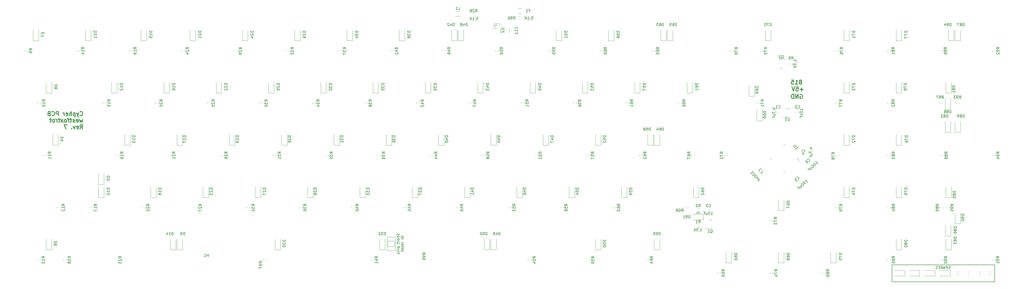
<source format=gbr>
G04 #@! TF.GenerationSoftware,KiCad,Pcbnew,(6.0.6)*
G04 #@! TF.CreationDate,2022-07-24T17:02:04+01:00*
G04 #@! TF.ProjectId,cypher,63797068-6572-42e6-9b69-6361645f7063,rev?*
G04 #@! TF.SameCoordinates,Original*
G04 #@! TF.FileFunction,Legend,Bot*
G04 #@! TF.FilePolarity,Positive*
%FSLAX46Y46*%
G04 Gerber Fmt 4.6, Leading zero omitted, Abs format (unit mm)*
G04 Created by KiCad (PCBNEW (6.0.6)) date 2022-07-24 17:02:04*
%MOMM*%
%LPD*%
G01*
G04 APERTURE LIST*
%ADD10C,0.150000*%
%ADD11C,0.300000*%
%ADD12C,0.100000*%
%ADD13C,0.120000*%
%ADD14C,0.080000*%
G04 APERTURE END LIST*
D10*
X355018750Y-206525000D02*
X392418750Y-206525000D01*
X392418750Y-206525000D02*
X392418750Y-200325000D01*
X392418750Y-200325000D02*
X355018750Y-200325000D01*
X355018750Y-200325000D02*
X355018750Y-206525000D01*
D11*
X321551928Y-133674657D02*
X321337642Y-133746085D01*
X321266214Y-133817514D01*
X321194785Y-133960371D01*
X321194785Y-134174657D01*
X321266214Y-134317514D01*
X321337642Y-134388942D01*
X321480500Y-134460371D01*
X322051928Y-134460371D01*
X322051928Y-132960371D01*
X321551928Y-132960371D01*
X321409071Y-133031800D01*
X321337642Y-133103228D01*
X321266214Y-133246085D01*
X321266214Y-133388942D01*
X321337642Y-133531800D01*
X321409071Y-133603228D01*
X321551928Y-133674657D01*
X322051928Y-133674657D01*
X319766214Y-134460371D02*
X320623357Y-134460371D01*
X320194785Y-134460371D02*
X320194785Y-132960371D01*
X320337642Y-133174657D01*
X320480500Y-133317514D01*
X320623357Y-133388942D01*
X318409071Y-132960371D02*
X319123357Y-132960371D01*
X319194785Y-133674657D01*
X319123357Y-133603228D01*
X318980500Y-133531800D01*
X318623357Y-133531800D01*
X318480500Y-133603228D01*
X318409071Y-133674657D01*
X318337642Y-133817514D01*
X318337642Y-134174657D01*
X318409071Y-134317514D01*
X318480500Y-134388942D01*
X318623357Y-134460371D01*
X318980500Y-134460371D01*
X319123357Y-134388942D01*
X319194785Y-134317514D01*
X322643921Y-136407942D02*
X321501064Y-136407942D01*
X322072492Y-136979371D02*
X322072492Y-135836514D01*
X320072492Y-135479371D02*
X320786778Y-135479371D01*
X320858207Y-136193657D01*
X320786778Y-136122228D01*
X320643921Y-136050800D01*
X320286778Y-136050800D01*
X320143921Y-136122228D01*
X320072492Y-136193657D01*
X320001064Y-136336514D01*
X320001064Y-136693657D01*
X320072492Y-136836514D01*
X320143921Y-136907942D01*
X320286778Y-136979371D01*
X320643921Y-136979371D01*
X320786778Y-136907942D01*
X320858207Y-136836514D01*
X319572492Y-135479371D02*
X319072492Y-136979371D01*
X318572492Y-135479371D01*
X321510207Y-138256800D02*
X321653064Y-138185371D01*
X321867350Y-138185371D01*
X322081635Y-138256800D01*
X322224492Y-138399657D01*
X322295921Y-138542514D01*
X322367350Y-138828228D01*
X322367350Y-139042514D01*
X322295921Y-139328228D01*
X322224492Y-139471085D01*
X322081635Y-139613942D01*
X321867350Y-139685371D01*
X321724492Y-139685371D01*
X321510207Y-139613942D01*
X321438778Y-139542514D01*
X321438778Y-139042514D01*
X321724492Y-139042514D01*
X320795921Y-139685371D02*
X320795921Y-138185371D01*
X319938778Y-139685371D01*
X319938778Y-138185371D01*
X319224492Y-139685371D02*
X319224492Y-138185371D01*
X318867350Y-138185371D01*
X318653064Y-138256800D01*
X318510207Y-138399657D01*
X318438778Y-138542514D01*
X318367350Y-138828228D01*
X318367350Y-139042514D01*
X318438778Y-139328228D01*
X318510207Y-139471085D01*
X318653064Y-139613942D01*
X318867350Y-139685371D01*
X319224492Y-139685371D01*
X60160044Y-147342571D02*
X59999330Y-148342571D01*
X59624330Y-147628285D01*
X59427901Y-148342571D01*
X59017187Y-147342571D01*
X57990401Y-148271142D02*
X58142187Y-148342571D01*
X58427901Y-148342571D01*
X58561830Y-148271142D01*
X58615401Y-148128285D01*
X58543973Y-147556857D01*
X58454687Y-147414000D01*
X58302901Y-147342571D01*
X58017187Y-147342571D01*
X57883258Y-147414000D01*
X57829687Y-147556857D01*
X57847544Y-147699714D01*
X58579687Y-147842571D01*
X57347544Y-148271142D02*
X57213616Y-148342571D01*
X56927901Y-148342571D01*
X56776116Y-148271142D01*
X56686830Y-148128285D01*
X56677901Y-148056857D01*
X56731473Y-147914000D01*
X56865401Y-147842571D01*
X57079687Y-147842571D01*
X57213616Y-147771142D01*
X57267187Y-147628285D01*
X57258258Y-147556857D01*
X57168973Y-147414000D01*
X57017187Y-147342571D01*
X56802901Y-147342571D01*
X56668973Y-147414000D01*
X56160044Y-147342571D02*
X55588616Y-147342571D01*
X55883258Y-146842571D02*
X56043973Y-148128285D01*
X55990401Y-148271142D01*
X55856473Y-148342571D01*
X55713616Y-148342571D01*
X55302901Y-147342571D02*
X54731473Y-147342571D01*
X55213616Y-148342571D02*
X55052901Y-147056857D01*
X54963616Y-146914000D01*
X54811830Y-146842571D01*
X54668973Y-146842571D01*
X54142187Y-148342571D02*
X54276116Y-148271142D01*
X54338616Y-148199714D01*
X54392187Y-148056857D01*
X54338616Y-147628285D01*
X54249330Y-147485428D01*
X54168973Y-147414000D01*
X54017187Y-147342571D01*
X53802901Y-147342571D01*
X53668973Y-147414000D01*
X53606473Y-147485428D01*
X53552901Y-147628285D01*
X53606473Y-148056857D01*
X53695758Y-148199714D01*
X53776116Y-148271142D01*
X53927901Y-148342571D01*
X54142187Y-148342571D01*
X53142187Y-148342571D02*
X52231473Y-147342571D01*
X53017187Y-147342571D02*
X52356473Y-148342571D01*
X51874330Y-147342571D02*
X51302901Y-147342571D01*
X51597544Y-146842571D02*
X51758258Y-148128285D01*
X51704687Y-148271142D01*
X51570758Y-148342571D01*
X51427901Y-148342571D01*
X50927901Y-148342571D02*
X50802901Y-147342571D01*
X50838616Y-147628285D02*
X50749330Y-147485428D01*
X50668973Y-147414000D01*
X50517187Y-147342571D01*
X50374330Y-147342571D01*
X49785044Y-148342571D02*
X49918973Y-148271142D01*
X49981473Y-148199714D01*
X50035044Y-148056857D01*
X49981473Y-147628285D01*
X49892187Y-147485428D01*
X49811830Y-147414000D01*
X49660044Y-147342571D01*
X49445758Y-147342571D01*
X49311830Y-147414000D01*
X49249330Y-147485428D01*
X49195758Y-147628285D01*
X49249330Y-148056857D01*
X49338616Y-148199714D01*
X49418973Y-148271142D01*
X49570758Y-148342571D01*
X49785044Y-148342571D01*
X48731473Y-147342571D02*
X48160044Y-147342571D01*
X48454687Y-146842571D02*
X48615401Y-148128285D01*
X48561830Y-148271142D01*
X48427901Y-148342571D01*
X48285044Y-148342571D01*
X59271607Y-150742571D02*
X59771607Y-150028285D01*
X60128750Y-150742571D02*
X60128750Y-149242571D01*
X59557321Y-149242571D01*
X59414464Y-149314000D01*
X59343035Y-149385428D01*
X59271607Y-149528285D01*
X59271607Y-149742571D01*
X59343035Y-149885428D01*
X59414464Y-149956857D01*
X59557321Y-150028285D01*
X60128750Y-150028285D01*
X58057321Y-150671142D02*
X58200178Y-150742571D01*
X58485892Y-150742571D01*
X58628750Y-150671142D01*
X58700178Y-150528285D01*
X58700178Y-149956857D01*
X58628750Y-149814000D01*
X58485892Y-149742571D01*
X58200178Y-149742571D01*
X58057321Y-149814000D01*
X57985892Y-149956857D01*
X57985892Y-150099714D01*
X58700178Y-150242571D01*
X57485892Y-149742571D02*
X57128750Y-150742571D01*
X56771607Y-149742571D01*
X56200178Y-150599714D02*
X56128750Y-150671142D01*
X56200178Y-150742571D01*
X56271607Y-150671142D01*
X56200178Y-150599714D01*
X56200178Y-150742571D01*
X54485892Y-149242571D02*
X53485892Y-149242571D01*
X54128750Y-150742571D01*
D10*
X376261607Y-201729761D02*
X376118750Y-201777380D01*
X375880654Y-201777380D01*
X375785416Y-201729761D01*
X375737797Y-201682142D01*
X375690178Y-201586904D01*
X375690178Y-201491666D01*
X375737797Y-201396428D01*
X375785416Y-201348809D01*
X375880654Y-201301190D01*
X376071130Y-201253571D01*
X376166369Y-201205952D01*
X376213988Y-201158333D01*
X376261607Y-201063095D01*
X376261607Y-200967857D01*
X376213988Y-200872619D01*
X376166369Y-200825000D01*
X376071130Y-200777380D01*
X375833035Y-200777380D01*
X375690178Y-200825000D01*
X375261607Y-201777380D02*
X375261607Y-200777380D01*
X374880654Y-200777380D01*
X374785416Y-200825000D01*
X374737797Y-200872619D01*
X374690178Y-200967857D01*
X374690178Y-201110714D01*
X374737797Y-201205952D01*
X374785416Y-201253571D01*
X374880654Y-201301190D01*
X375261607Y-201301190D01*
X374309226Y-201491666D02*
X373833035Y-201491666D01*
X374404464Y-201777380D02*
X374071130Y-200777380D01*
X373737797Y-201777380D01*
X372833035Y-201777380D02*
X373166369Y-201301190D01*
X373404464Y-201777380D02*
X373404464Y-200777380D01*
X373023511Y-200777380D01*
X372928273Y-200825000D01*
X372880654Y-200872619D01*
X372833035Y-200967857D01*
X372833035Y-201110714D01*
X372880654Y-201205952D01*
X372928273Y-201253571D01*
X373023511Y-201301190D01*
X373404464Y-201301190D01*
X372404464Y-201253571D02*
X372071130Y-201253571D01*
X371928273Y-201777380D02*
X372404464Y-201777380D01*
X372404464Y-200777380D01*
X371928273Y-200777380D01*
X371547321Y-201729761D02*
X371404464Y-201777380D01*
X371166369Y-201777380D01*
X371071130Y-201729761D01*
X371023511Y-201682142D01*
X370975892Y-201586904D01*
X370975892Y-201491666D01*
X371023511Y-201396428D01*
X371071130Y-201348809D01*
X371166369Y-201301190D01*
X371356845Y-201253571D01*
X371452083Y-201205952D01*
X371499702Y-201158333D01*
X371547321Y-201063095D01*
X371547321Y-200967857D01*
X371499702Y-200872619D01*
X371452083Y-200825000D01*
X371356845Y-200777380D01*
X371118750Y-200777380D01*
X370975892Y-200825000D01*
D11*
X59271607Y-145799714D02*
X59343035Y-145871142D01*
X59557321Y-145942571D01*
X59700178Y-145942571D01*
X59914464Y-145871142D01*
X60057321Y-145728285D01*
X60128750Y-145585428D01*
X60200178Y-145299714D01*
X60200178Y-145085428D01*
X60128750Y-144799714D01*
X60057321Y-144656857D01*
X59914464Y-144514000D01*
X59700178Y-144442571D01*
X59557321Y-144442571D01*
X59343035Y-144514000D01*
X59271607Y-144585428D01*
X58771607Y-144942571D02*
X58414464Y-145942571D01*
X58057321Y-144942571D02*
X58414464Y-145942571D01*
X58557321Y-146299714D01*
X58628750Y-146371142D01*
X58771607Y-146442571D01*
X57485892Y-144942571D02*
X57485892Y-146442571D01*
X57485892Y-145014000D02*
X57343035Y-144942571D01*
X57057321Y-144942571D01*
X56914464Y-145014000D01*
X56843035Y-145085428D01*
X56771607Y-145228285D01*
X56771607Y-145656857D01*
X56843035Y-145799714D01*
X56914464Y-145871142D01*
X57057321Y-145942571D01*
X57343035Y-145942571D01*
X57485892Y-145871142D01*
X56128750Y-145942571D02*
X56128750Y-144442571D01*
X55485892Y-145942571D02*
X55485892Y-145156857D01*
X55557321Y-145014000D01*
X55700178Y-144942571D01*
X55914464Y-144942571D01*
X56057321Y-145014000D01*
X56128750Y-145085428D01*
X54200178Y-145871142D02*
X54343035Y-145942571D01*
X54628750Y-145942571D01*
X54771607Y-145871142D01*
X54843035Y-145728285D01*
X54843035Y-145156857D01*
X54771607Y-145014000D01*
X54628750Y-144942571D01*
X54343035Y-144942571D01*
X54200178Y-145014000D01*
X54128750Y-145156857D01*
X54128750Y-145299714D01*
X54843035Y-145442571D01*
X53485892Y-145942571D02*
X53485892Y-144942571D01*
X53485892Y-145228285D02*
X53414464Y-145085428D01*
X53343035Y-145014000D01*
X53200178Y-144942571D01*
X53057321Y-144942571D01*
X51414464Y-145942571D02*
X51414464Y-144442571D01*
X50843035Y-144442571D01*
X50700178Y-144514000D01*
X50628750Y-144585428D01*
X50557321Y-144728285D01*
X50557321Y-144942571D01*
X50628750Y-145085428D01*
X50700178Y-145156857D01*
X50843035Y-145228285D01*
X51414464Y-145228285D01*
X49057321Y-145799714D02*
X49128750Y-145871142D01*
X49343035Y-145942571D01*
X49485892Y-145942571D01*
X49700178Y-145871142D01*
X49843035Y-145728285D01*
X49914464Y-145585428D01*
X49985892Y-145299714D01*
X49985892Y-145085428D01*
X49914464Y-144799714D01*
X49843035Y-144656857D01*
X49700178Y-144514000D01*
X49485892Y-144442571D01*
X49343035Y-144442571D01*
X49128750Y-144514000D01*
X49057321Y-144585428D01*
X47914464Y-145156857D02*
X47700178Y-145228285D01*
X47628750Y-145299714D01*
X47557321Y-145442571D01*
X47557321Y-145656857D01*
X47628750Y-145799714D01*
X47700178Y-145871142D01*
X47843035Y-145942571D01*
X48414464Y-145942571D01*
X48414464Y-144442571D01*
X47914464Y-144442571D01*
X47771607Y-144514000D01*
X47700178Y-144585428D01*
X47628750Y-144728285D01*
X47628750Y-144871142D01*
X47700178Y-145014000D01*
X47771607Y-145085428D01*
X47914464Y-145156857D01*
X48414464Y-145156857D01*
D10*
X175523161Y-188897214D02*
X175570780Y-189040071D01*
X175570780Y-189278166D01*
X175523161Y-189373404D01*
X175475542Y-189421023D01*
X175380304Y-189468642D01*
X175285066Y-189468642D01*
X175189828Y-189421023D01*
X175142209Y-189373404D01*
X175094590Y-189278166D01*
X175046971Y-189087690D01*
X174999352Y-188992452D01*
X174951733Y-188944833D01*
X174856495Y-188897214D01*
X174761257Y-188897214D01*
X174666019Y-188944833D01*
X174618400Y-188992452D01*
X174570780Y-189087690D01*
X174570780Y-189325785D01*
X174618400Y-189468642D01*
X175570780Y-189897214D02*
X174570780Y-189897214D01*
X175570780Y-190325785D02*
X175046971Y-190325785D01*
X174951733Y-190278166D01*
X174904114Y-190182928D01*
X174904114Y-190040071D01*
X174951733Y-189944833D01*
X174999352Y-189897214D01*
X175570780Y-190944833D02*
X175523161Y-190849595D01*
X175475542Y-190801976D01*
X175380304Y-190754357D01*
X175094590Y-190754357D01*
X174999352Y-190801976D01*
X174951733Y-190849595D01*
X174904114Y-190944833D01*
X174904114Y-191087690D01*
X174951733Y-191182928D01*
X174999352Y-191230547D01*
X175094590Y-191278166D01*
X175380304Y-191278166D01*
X175475542Y-191230547D01*
X175523161Y-191182928D01*
X175570780Y-191087690D01*
X175570780Y-190944833D01*
X175570780Y-191706738D02*
X174904114Y-191706738D01*
X175094590Y-191706738D02*
X174999352Y-191754357D01*
X174951733Y-191801976D01*
X174904114Y-191897214D01*
X174904114Y-191992452D01*
X174904114Y-192182928D02*
X174904114Y-192563880D01*
X174570780Y-192325785D02*
X175427923Y-192325785D01*
X175523161Y-192373404D01*
X175570780Y-192468642D01*
X175570780Y-192563880D01*
X174904114Y-193659119D02*
X175904114Y-193659119D01*
X174951733Y-193659119D02*
X174904114Y-193754357D01*
X174904114Y-193944833D01*
X174951733Y-194040071D01*
X174999352Y-194087690D01*
X175094590Y-194135309D01*
X175380304Y-194135309D01*
X175475542Y-194087690D01*
X175523161Y-194040071D01*
X175570780Y-193944833D01*
X175570780Y-193754357D01*
X175523161Y-193659119D01*
X175570780Y-194563880D02*
X174904114Y-194563880D01*
X174570780Y-194563880D02*
X174618400Y-194516261D01*
X174666019Y-194563880D01*
X174618400Y-194611500D01*
X174570780Y-194563880D01*
X174666019Y-194563880D01*
X174904114Y-195040071D02*
X175570780Y-195040071D01*
X174999352Y-195040071D02*
X174951733Y-195087690D01*
X174904114Y-195182928D01*
X174904114Y-195325785D01*
X174951733Y-195421023D01*
X175046971Y-195468642D01*
X175570780Y-195468642D01*
X175523161Y-195897214D02*
X175570780Y-195992452D01*
X175570780Y-196182928D01*
X175523161Y-196278166D01*
X175427923Y-196325785D01*
X175380304Y-196325785D01*
X175285066Y-196278166D01*
X175237447Y-196182928D01*
X175237447Y-196040071D01*
X175189828Y-195944833D01*
X175094590Y-195897214D01*
X175046971Y-195897214D01*
X174951733Y-195944833D01*
X174904114Y-196040071D01*
X174904114Y-196182928D01*
X174951733Y-196278166D01*
X176404114Y-189730547D02*
X176404114Y-190111500D01*
X176070780Y-189873404D02*
X176927923Y-189873404D01*
X177023161Y-189921023D01*
X177070780Y-190016261D01*
X177070780Y-190111500D01*
X177070780Y-190587690D02*
X177023161Y-190492452D01*
X176975542Y-190444833D01*
X176880304Y-190397214D01*
X176594590Y-190397214D01*
X176499352Y-190444833D01*
X176451733Y-190492452D01*
X176404114Y-190587690D01*
X176404114Y-190730547D01*
X176451733Y-190825785D01*
X176499352Y-190873404D01*
X176594590Y-190921023D01*
X176880304Y-190921023D01*
X176975542Y-190873404D01*
X177023161Y-190825785D01*
X177070780Y-190730547D01*
X177070780Y-190587690D01*
X177070780Y-192111500D02*
X176404114Y-192111500D01*
X176594590Y-192111500D02*
X176499352Y-192159119D01*
X176451733Y-192206738D01*
X176404114Y-192301976D01*
X176404114Y-192397214D01*
X177023161Y-193111500D02*
X177070780Y-193016261D01*
X177070780Y-192825785D01*
X177023161Y-192730547D01*
X176927923Y-192682928D01*
X176546971Y-192682928D01*
X176451733Y-192730547D01*
X176404114Y-192825785D01*
X176404114Y-193016261D01*
X176451733Y-193111500D01*
X176546971Y-193159119D01*
X176642209Y-193159119D01*
X176737447Y-192682928D01*
X177023161Y-193540071D02*
X177070780Y-193635309D01*
X177070780Y-193825785D01*
X177023161Y-193921023D01*
X176927923Y-193968642D01*
X176880304Y-193968642D01*
X176785066Y-193921023D01*
X176737447Y-193825785D01*
X176737447Y-193682928D01*
X176689828Y-193587690D01*
X176594590Y-193540071D01*
X176546971Y-193540071D01*
X176451733Y-193587690D01*
X176404114Y-193682928D01*
X176404114Y-193825785D01*
X176451733Y-193921023D01*
X177023161Y-194778166D02*
X177070780Y-194682928D01*
X177070780Y-194492452D01*
X177023161Y-194397214D01*
X176927923Y-194349595D01*
X176546971Y-194349595D01*
X176451733Y-194397214D01*
X176404114Y-194492452D01*
X176404114Y-194682928D01*
X176451733Y-194778166D01*
X176546971Y-194825785D01*
X176642209Y-194825785D01*
X176737447Y-194349595D01*
X176404114Y-195111500D02*
X176404114Y-195492452D01*
X176070780Y-195254357D02*
X176927923Y-195254357D01*
X177023161Y-195301976D01*
X177070780Y-195397214D01*
X177070780Y-195492452D01*
X313628066Y-143105142D02*
X313675685Y-143152761D01*
X313818542Y-143200380D01*
X313913780Y-143200380D01*
X314056638Y-143152761D01*
X314151876Y-143057523D01*
X314199495Y-142962285D01*
X314247114Y-142771809D01*
X314247114Y-142628952D01*
X314199495Y-142438476D01*
X314151876Y-142343238D01*
X314056638Y-142248000D01*
X313913780Y-142200380D01*
X313818542Y-142200380D01*
X313675685Y-142248000D01*
X313628066Y-142295619D01*
X312675685Y-143200380D02*
X313247114Y-143200380D01*
X312961400Y-143200380D02*
X312961400Y-142200380D01*
X313056638Y-142343238D01*
X313151876Y-142438476D01*
X313247114Y-142486095D01*
X311785364Y-143502238D02*
X312452030Y-143502238D01*
X311404411Y-143264142D02*
X312118697Y-143026047D01*
X312118697Y-143645095D01*
X312356792Y-144026047D02*
X312404411Y-144073666D01*
X312452030Y-144026047D01*
X312404411Y-143978428D01*
X312356792Y-144026047D01*
X312452030Y-144026047D01*
X311452030Y-144407000D02*
X311452030Y-145073666D01*
X312452030Y-144645095D01*
X311785364Y-145883190D02*
X312452030Y-145883190D01*
X311785364Y-145454619D02*
X312309173Y-145454619D01*
X312404411Y-145502238D01*
X312452030Y-145597476D01*
X312452030Y-145740333D01*
X312404411Y-145835571D01*
X312356792Y-145883190D01*
X311928221Y-146692714D02*
X311928221Y-146359380D01*
X312452030Y-146359380D02*
X311452030Y-146359380D01*
X311452030Y-146835571D01*
X324690289Y-162567687D02*
X324757632Y-162567687D01*
X324892319Y-162500343D01*
X324959663Y-162433000D01*
X325027006Y-162298312D01*
X325027006Y-162163625D01*
X324993335Y-162062610D01*
X324892319Y-161894251D01*
X324791304Y-161793236D01*
X324622945Y-161692221D01*
X324521930Y-161658549D01*
X324387243Y-161658549D01*
X324252556Y-161725893D01*
X324185212Y-161793236D01*
X324117869Y-161927923D01*
X324117869Y-161995267D01*
X323444434Y-162534015D02*
X323579121Y-162399328D01*
X323680136Y-162365656D01*
X323747480Y-162365656D01*
X323915838Y-162399328D01*
X324084197Y-162500343D01*
X324353571Y-162769717D01*
X324387243Y-162870732D01*
X324387243Y-162938076D01*
X324353571Y-163039091D01*
X324218884Y-163173778D01*
X324117869Y-163207450D01*
X324050525Y-163207450D01*
X323949510Y-163173778D01*
X323781151Y-163005419D01*
X323747480Y-162904404D01*
X323747480Y-162837061D01*
X323781151Y-162736045D01*
X323915838Y-162601358D01*
X324016854Y-162567687D01*
X324084197Y-162567687D01*
X324185212Y-162601358D01*
X327664513Y-163558469D02*
X328068574Y-163154408D01*
X327866544Y-163356439D02*
X327159437Y-162649332D01*
X327327796Y-162683004D01*
X327462483Y-162683004D01*
X327563498Y-162649332D01*
X326519674Y-163289095D02*
X326452330Y-163356439D01*
X326418658Y-163457454D01*
X326418658Y-163524797D01*
X326452330Y-163625813D01*
X326553345Y-163794171D01*
X326721704Y-163962530D01*
X326890063Y-164063545D01*
X326991078Y-164097217D01*
X327058422Y-164097217D01*
X327159437Y-164063545D01*
X327226780Y-163996202D01*
X327260452Y-163895187D01*
X327260452Y-163827843D01*
X327226780Y-163726828D01*
X327125765Y-163558469D01*
X326957406Y-163390110D01*
X326789048Y-163289095D01*
X326688032Y-163255423D01*
X326620689Y-163255423D01*
X326519674Y-163289095D01*
X325846238Y-163962530D02*
X325778895Y-164029874D01*
X325745223Y-164130889D01*
X325745223Y-164198232D01*
X325778895Y-164299248D01*
X325879910Y-164467607D01*
X326048269Y-164635965D01*
X326216628Y-164736981D01*
X326317643Y-164770652D01*
X326384987Y-164770652D01*
X326486002Y-164736981D01*
X326553345Y-164669637D01*
X326587017Y-164568622D01*
X326587017Y-164501278D01*
X326553345Y-164400263D01*
X326452330Y-164231904D01*
X326283971Y-164063545D01*
X326115612Y-163962530D01*
X326014597Y-163928858D01*
X325947254Y-163928858D01*
X325846238Y-163962530D01*
X325543193Y-164736981D02*
X326014597Y-165208385D01*
X325610536Y-164804324D02*
X325543193Y-164804324D01*
X325442177Y-164837996D01*
X325341162Y-164939011D01*
X325307490Y-165040026D01*
X325341162Y-165141042D01*
X325711551Y-165511431D01*
X324768742Y-165713461D02*
X325004445Y-165477759D01*
X325374834Y-165848148D02*
X324667727Y-165141042D01*
X324331010Y-165477759D01*
X307495250Y-165623447D02*
X307495250Y-165556104D01*
X307427906Y-165421417D01*
X307360563Y-165354073D01*
X307225875Y-165286730D01*
X307091188Y-165286730D01*
X306990173Y-165320401D01*
X306821814Y-165421417D01*
X306720799Y-165522432D01*
X306619784Y-165690791D01*
X306586112Y-165791806D01*
X306586112Y-165926493D01*
X306653456Y-166061180D01*
X306720799Y-166128524D01*
X306855486Y-166195867D01*
X306922830Y-166195867D01*
X307091188Y-166498913D02*
X307562593Y-166970317D01*
X307966654Y-165960165D01*
X304563786Y-166601949D02*
X304159725Y-166197888D01*
X304361756Y-166399918D02*
X303654649Y-167107025D01*
X303688321Y-166938666D01*
X303688321Y-166803979D01*
X303654649Y-166702964D01*
X304294412Y-167746788D02*
X304361756Y-167814132D01*
X304462771Y-167847804D01*
X304530114Y-167847804D01*
X304631130Y-167814132D01*
X304799488Y-167713117D01*
X304967847Y-167544758D01*
X305068862Y-167376399D01*
X305102534Y-167275384D01*
X305102534Y-167208040D01*
X305068862Y-167107025D01*
X305001519Y-167039682D01*
X304900504Y-167006010D01*
X304833160Y-167006010D01*
X304732145Y-167039682D01*
X304563786Y-167140697D01*
X304395427Y-167309056D01*
X304294412Y-167477414D01*
X304260740Y-167578430D01*
X304260740Y-167645773D01*
X304294412Y-167746788D01*
X304967847Y-168420224D02*
X305035191Y-168487567D01*
X305136206Y-168521239D01*
X305203549Y-168521239D01*
X305304565Y-168487567D01*
X305472924Y-168386552D01*
X305641282Y-168218193D01*
X305742298Y-168049834D01*
X305775969Y-167948819D01*
X305775969Y-167881475D01*
X305742298Y-167780460D01*
X305674954Y-167713117D01*
X305573939Y-167679445D01*
X305506595Y-167679445D01*
X305405580Y-167713117D01*
X305237221Y-167814132D01*
X305068862Y-167982491D01*
X304967847Y-168150850D01*
X304934175Y-168251865D01*
X304934175Y-168319208D01*
X304967847Y-168420224D01*
X305742298Y-168723269D02*
X306213702Y-168251865D01*
X305809641Y-168655926D02*
X305809641Y-168723269D01*
X305843313Y-168824285D01*
X305944328Y-168925300D01*
X306045343Y-168958972D01*
X306146359Y-168925300D01*
X306516748Y-168554911D01*
X306718778Y-169497720D02*
X306483076Y-169262017D01*
X306853465Y-168891628D02*
X306146359Y-169598735D01*
X306483076Y-169935452D01*
X53135270Y-153693904D02*
X52135270Y-153693904D01*
X52135270Y-153932000D01*
X52182890Y-154074857D01*
X52278128Y-154170095D01*
X52373366Y-154217714D01*
X52563842Y-154265333D01*
X52706699Y-154265333D01*
X52897175Y-154217714D01*
X52992413Y-154170095D01*
X53087651Y-154074857D01*
X53135270Y-153932000D01*
X53135270Y-153693904D01*
X52468604Y-155122476D02*
X53135270Y-155122476D01*
X52087651Y-154884380D02*
X52801937Y-154646285D01*
X52801937Y-155265333D01*
X50754010Y-191793904D02*
X49754010Y-191793904D01*
X49754010Y-192032000D01*
X49801630Y-192174857D01*
X49896868Y-192270095D01*
X49992106Y-192317714D01*
X50182582Y-192365333D01*
X50325439Y-192365333D01*
X50515915Y-192317714D01*
X50611153Y-192270095D01*
X50706391Y-192174857D01*
X50754010Y-192032000D01*
X50754010Y-191793904D01*
X49754010Y-193222476D02*
X49754010Y-193032000D01*
X49801630Y-192936761D01*
X49849249Y-192889142D01*
X49992106Y-192793904D01*
X50182582Y-192746285D01*
X50563534Y-192746285D01*
X50658772Y-192793904D01*
X50706391Y-192841523D01*
X50754010Y-192936761D01*
X50754010Y-193127238D01*
X50706391Y-193222476D01*
X50658772Y-193270095D01*
X50563534Y-193317714D01*
X50325439Y-193317714D01*
X50230201Y-193270095D01*
X50182582Y-193222476D01*
X50134963Y-193127238D01*
X50134963Y-192936761D01*
X50182582Y-192841523D01*
X50230201Y-192793904D01*
X50325439Y-192746285D01*
X50993290Y-134643904D02*
X49993290Y-134643904D01*
X49993290Y-134882000D01*
X50040910Y-135024857D01*
X50136148Y-135120095D01*
X50231386Y-135167714D01*
X50421862Y-135215333D01*
X50564719Y-135215333D01*
X50755195Y-135167714D01*
X50850433Y-135120095D01*
X50945671Y-135024857D01*
X50993290Y-134882000D01*
X50993290Y-134643904D01*
X50421862Y-135786761D02*
X50374243Y-135691523D01*
X50326624Y-135643904D01*
X50231386Y-135596285D01*
X50183767Y-135596285D01*
X50088529Y-135643904D01*
X50040910Y-135691523D01*
X49993290Y-135786761D01*
X49993290Y-135977238D01*
X50040910Y-136072476D01*
X50088529Y-136120095D01*
X50183767Y-136167714D01*
X50231386Y-136167714D01*
X50326624Y-136120095D01*
X50374243Y-136072476D01*
X50421862Y-135977238D01*
X50421862Y-135786761D01*
X50469481Y-135691523D01*
X50517100Y-135643904D01*
X50612338Y-135596285D01*
X50802814Y-135596285D01*
X50898052Y-135643904D01*
X50945671Y-135691523D01*
X50993290Y-135786761D01*
X50993290Y-135977238D01*
X50945671Y-136072476D01*
X50898052Y-136120095D01*
X50802814Y-136167714D01*
X50612338Y-136167714D01*
X50517100Y-136120095D01*
X50469481Y-136072476D01*
X50421862Y-135977238D01*
X74805790Y-134167714D02*
X73805790Y-134167714D01*
X73805790Y-134405809D01*
X73853410Y-134548666D01*
X73948648Y-134643904D01*
X74043886Y-134691523D01*
X74234362Y-134739142D01*
X74377219Y-134739142D01*
X74567695Y-134691523D01*
X74662933Y-134643904D01*
X74758171Y-134548666D01*
X74805790Y-134405809D01*
X74805790Y-134167714D01*
X74805790Y-135691523D02*
X74805790Y-135120095D01*
X74805790Y-135405809D02*
X73805790Y-135405809D01*
X73948648Y-135310571D01*
X74043886Y-135215333D01*
X74091505Y-135120095D01*
X73901029Y-136072476D02*
X73853410Y-136120095D01*
X73805790Y-136215333D01*
X73805790Y-136453428D01*
X73853410Y-136548666D01*
X73901029Y-136596285D01*
X73996267Y-136643904D01*
X74091505Y-136643904D01*
X74234362Y-136596285D01*
X74805790Y-136024857D01*
X74805790Y-136643904D01*
X79329130Y-153217714D02*
X78329130Y-153217714D01*
X78329130Y-153455809D01*
X78376750Y-153598666D01*
X78471988Y-153693904D01*
X78567226Y-153741523D01*
X78757702Y-153789142D01*
X78900559Y-153789142D01*
X79091035Y-153741523D01*
X79186273Y-153693904D01*
X79281511Y-153598666D01*
X79329130Y-153455809D01*
X79329130Y-153217714D01*
X79329130Y-154741523D02*
X79329130Y-154170095D01*
X79329130Y-154455809D02*
X78329130Y-154455809D01*
X78471988Y-154360571D01*
X78567226Y-154265333D01*
X78614845Y-154170095D01*
X78329130Y-155074857D02*
X78329130Y-155693904D01*
X78710083Y-155360571D01*
X78710083Y-155503428D01*
X78757702Y-155598666D01*
X78805321Y-155646285D01*
X78900559Y-155693904D01*
X79138654Y-155693904D01*
X79233892Y-155646285D01*
X79281511Y-155598666D01*
X79329130Y-155503428D01*
X79329130Y-155217714D01*
X79281511Y-155122476D01*
X79233892Y-155074857D01*
X93187965Y-189412850D02*
X93187965Y-188412850D01*
X92949870Y-188412850D01*
X92807013Y-188460470D01*
X92711775Y-188555708D01*
X92664156Y-188650946D01*
X92616537Y-188841422D01*
X92616537Y-188984279D01*
X92664156Y-189174755D01*
X92711775Y-189269993D01*
X92807013Y-189365231D01*
X92949870Y-189412850D01*
X93187965Y-189412850D01*
X91664156Y-189412850D02*
X92235584Y-189412850D01*
X91949870Y-189412850D02*
X91949870Y-188412850D01*
X92045108Y-188555708D01*
X92140346Y-188650946D01*
X92235584Y-188698565D01*
X90807013Y-188746184D02*
X90807013Y-189412850D01*
X91045108Y-188365231D02*
X91283203Y-189079517D01*
X90664156Y-189079517D01*
X85521650Y-115117714D02*
X84521650Y-115117714D01*
X84521650Y-115355809D01*
X84569270Y-115498666D01*
X84664508Y-115593904D01*
X84759746Y-115641523D01*
X84950222Y-115689142D01*
X85093079Y-115689142D01*
X85283555Y-115641523D01*
X85378793Y-115593904D01*
X85474031Y-115498666D01*
X85521650Y-115355809D01*
X85521650Y-115117714D01*
X85521650Y-116641523D02*
X85521650Y-116070095D01*
X85521650Y-116355809D02*
X84521650Y-116355809D01*
X84664508Y-116260571D01*
X84759746Y-116165333D01*
X84807365Y-116070095D01*
X84521650Y-117546285D02*
X84521650Y-117070095D01*
X84997841Y-117022476D01*
X84950222Y-117070095D01*
X84902603Y-117165333D01*
X84902603Y-117403428D01*
X84950222Y-117498666D01*
X84997841Y-117546285D01*
X85093079Y-117593904D01*
X85331174Y-117593904D01*
X85426412Y-117546285D01*
X85474031Y-117498666D01*
X85521650Y-117403428D01*
X85521650Y-117165333D01*
X85474031Y-117070095D01*
X85426412Y-117022476D01*
X93855790Y-134167714D02*
X92855790Y-134167714D01*
X92855790Y-134405809D01*
X92903410Y-134548666D01*
X92998648Y-134643904D01*
X93093886Y-134691523D01*
X93284362Y-134739142D01*
X93427219Y-134739142D01*
X93617695Y-134691523D01*
X93712933Y-134643904D01*
X93808171Y-134548666D01*
X93855790Y-134405809D01*
X93855790Y-134167714D01*
X93855790Y-135691523D02*
X93855790Y-135120095D01*
X93855790Y-135405809D02*
X92855790Y-135405809D01*
X92998648Y-135310571D01*
X93093886Y-135215333D01*
X93141505Y-135120095D01*
X92855790Y-136548666D02*
X92855790Y-136358190D01*
X92903410Y-136262952D01*
X92951029Y-136215333D01*
X93093886Y-136120095D01*
X93284362Y-136072476D01*
X93665314Y-136072476D01*
X93760552Y-136120095D01*
X93808171Y-136167714D01*
X93855790Y-136262952D01*
X93855790Y-136453428D01*
X93808171Y-136548666D01*
X93760552Y-136596285D01*
X93665314Y-136643904D01*
X93427219Y-136643904D01*
X93331981Y-136596285D01*
X93284362Y-136548666D01*
X93236743Y-136453428D01*
X93236743Y-136262952D01*
X93284362Y-136167714D01*
X93331981Y-136120095D01*
X93427219Y-136072476D01*
X97871130Y-153217714D02*
X96871130Y-153217714D01*
X96871130Y-153455809D01*
X96918750Y-153598666D01*
X97013988Y-153693904D01*
X97109226Y-153741523D01*
X97299702Y-153789142D01*
X97442559Y-153789142D01*
X97633035Y-153741523D01*
X97728273Y-153693904D01*
X97823511Y-153598666D01*
X97871130Y-153455809D01*
X97871130Y-153217714D01*
X97871130Y-154741523D02*
X97871130Y-154170095D01*
X97871130Y-154455809D02*
X96871130Y-154455809D01*
X97013988Y-154360571D01*
X97109226Y-154265333D01*
X97156845Y-154170095D01*
X96871130Y-155074857D02*
X96871130Y-155741523D01*
X97871130Y-155312952D01*
X88854170Y-172267714D02*
X87854170Y-172267714D01*
X87854170Y-172505809D01*
X87901790Y-172648666D01*
X87997028Y-172743904D01*
X88092266Y-172791523D01*
X88282742Y-172839142D01*
X88425599Y-172839142D01*
X88616075Y-172791523D01*
X88711313Y-172743904D01*
X88806551Y-172648666D01*
X88854170Y-172505809D01*
X88854170Y-172267714D01*
X88854170Y-173791523D02*
X88854170Y-173220095D01*
X88854170Y-173505809D02*
X87854170Y-173505809D01*
X87997028Y-173410571D01*
X88092266Y-173315333D01*
X88139885Y-173220095D01*
X88282742Y-174362952D02*
X88235123Y-174267714D01*
X88187504Y-174220095D01*
X88092266Y-174172476D01*
X88044647Y-174172476D01*
X87949409Y-174220095D01*
X87901790Y-174267714D01*
X87854170Y-174362952D01*
X87854170Y-174553428D01*
X87901790Y-174648666D01*
X87949409Y-174696285D01*
X88044647Y-174743904D01*
X88092266Y-174743904D01*
X88187504Y-174696285D01*
X88235123Y-174648666D01*
X88282742Y-174553428D01*
X88282742Y-174362952D01*
X88330361Y-174267714D01*
X88377980Y-174220095D01*
X88473218Y-174172476D01*
X88663694Y-174172476D01*
X88758932Y-174220095D01*
X88806551Y-174267714D01*
X88854170Y-174362952D01*
X88854170Y-174553428D01*
X88806551Y-174648666D01*
X88758932Y-174696285D01*
X88663694Y-174743904D01*
X88473218Y-174743904D01*
X88377980Y-174696285D01*
X88330361Y-174648666D01*
X88282742Y-174553428D01*
X117071130Y-153217714D02*
X116071130Y-153217714D01*
X116071130Y-153455809D01*
X116118750Y-153598666D01*
X116213988Y-153693904D01*
X116309226Y-153741523D01*
X116499702Y-153789142D01*
X116642559Y-153789142D01*
X116833035Y-153741523D01*
X116928273Y-153693904D01*
X117023511Y-153598666D01*
X117071130Y-153455809D01*
X117071130Y-153217714D01*
X117071130Y-154741523D02*
X117071130Y-154170095D01*
X117071130Y-154455809D02*
X116071130Y-154455809D01*
X116213988Y-154360571D01*
X116309226Y-154265333D01*
X116356845Y-154170095D01*
X117071130Y-155217714D02*
X117071130Y-155408190D01*
X117023511Y-155503428D01*
X116975892Y-155551047D01*
X116833035Y-155646285D01*
X116642559Y-155693904D01*
X116261607Y-155693904D01*
X116166369Y-155646285D01*
X116118750Y-155598666D01*
X116071130Y-155503428D01*
X116071130Y-155312952D01*
X116118750Y-155217714D01*
X116166369Y-155170095D01*
X116261607Y-155122476D01*
X116499702Y-155122476D01*
X116594940Y-155170095D01*
X116642559Y-155217714D01*
X116690178Y-155312952D01*
X116690178Y-155503428D01*
X116642559Y-155598666D01*
X116594940Y-155646285D01*
X116499702Y-155693904D01*
X112905790Y-134167714D02*
X111905790Y-134167714D01*
X111905790Y-134405809D01*
X111953410Y-134548666D01*
X112048648Y-134643904D01*
X112143886Y-134691523D01*
X112334362Y-134739142D01*
X112477219Y-134739142D01*
X112667695Y-134691523D01*
X112762933Y-134643904D01*
X112858171Y-134548666D01*
X112905790Y-134405809D01*
X112905790Y-134167714D01*
X112001029Y-135120095D02*
X111953410Y-135167714D01*
X111905790Y-135262952D01*
X111905790Y-135501047D01*
X111953410Y-135596285D01*
X112001029Y-135643904D01*
X112096267Y-135691523D01*
X112191505Y-135691523D01*
X112334362Y-135643904D01*
X112905790Y-135072476D01*
X112905790Y-135691523D01*
X112001029Y-136072476D02*
X111953410Y-136120095D01*
X111905790Y-136215333D01*
X111905790Y-136453428D01*
X111953410Y-136548666D01*
X112001029Y-136596285D01*
X112096267Y-136643904D01*
X112191505Y-136643904D01*
X112334362Y-136596285D01*
X112905790Y-136024857D01*
X112905790Y-136643904D01*
X107471130Y-172267714D02*
X106471130Y-172267714D01*
X106471130Y-172505809D01*
X106518750Y-172648666D01*
X106613988Y-172743904D01*
X106709226Y-172791523D01*
X106899702Y-172839142D01*
X107042559Y-172839142D01*
X107233035Y-172791523D01*
X107328273Y-172743904D01*
X107423511Y-172648666D01*
X107471130Y-172505809D01*
X107471130Y-172267714D01*
X106566369Y-173220095D02*
X106518750Y-173267714D01*
X106471130Y-173362952D01*
X106471130Y-173601047D01*
X106518750Y-173696285D01*
X106566369Y-173743904D01*
X106661607Y-173791523D01*
X106756845Y-173791523D01*
X106899702Y-173743904D01*
X107471130Y-173172476D01*
X107471130Y-173791523D01*
X106471130Y-174124857D02*
X106471130Y-174743904D01*
X106852083Y-174410571D01*
X106852083Y-174553428D01*
X106899702Y-174648666D01*
X106947321Y-174696285D01*
X107042559Y-174743904D01*
X107280654Y-174743904D01*
X107375892Y-174696285D01*
X107423511Y-174648666D01*
X107471130Y-174553428D01*
X107471130Y-174267714D01*
X107423511Y-174172476D01*
X107375892Y-174124857D01*
X131955790Y-134167714D02*
X130955790Y-134167714D01*
X130955790Y-134405809D01*
X131003410Y-134548666D01*
X131098648Y-134643904D01*
X131193886Y-134691523D01*
X131384362Y-134739142D01*
X131527219Y-134739142D01*
X131717695Y-134691523D01*
X131812933Y-134643904D01*
X131908171Y-134548666D01*
X131955790Y-134405809D01*
X131955790Y-134167714D01*
X131051029Y-135120095D02*
X131003410Y-135167714D01*
X130955790Y-135262952D01*
X130955790Y-135501047D01*
X131003410Y-135596285D01*
X131051029Y-135643904D01*
X131146267Y-135691523D01*
X131241505Y-135691523D01*
X131384362Y-135643904D01*
X131955790Y-135072476D01*
X131955790Y-135691523D01*
X130955790Y-136596285D02*
X130955790Y-136120095D01*
X131431981Y-136072476D01*
X131384362Y-136120095D01*
X131336743Y-136215333D01*
X131336743Y-136453428D01*
X131384362Y-136548666D01*
X131431981Y-136596285D01*
X131527219Y-136643904D01*
X131765314Y-136643904D01*
X131860552Y-136596285D01*
X131908171Y-136548666D01*
X131955790Y-136453428D01*
X131955790Y-136215333D01*
X131908171Y-136120095D01*
X131860552Y-136072476D01*
X136071130Y-153217714D02*
X135071130Y-153217714D01*
X135071130Y-153455809D01*
X135118750Y-153598666D01*
X135213988Y-153693904D01*
X135309226Y-153741523D01*
X135499702Y-153789142D01*
X135642559Y-153789142D01*
X135833035Y-153741523D01*
X135928273Y-153693904D01*
X136023511Y-153598666D01*
X136071130Y-153455809D01*
X136071130Y-153217714D01*
X135166369Y-154170095D02*
X135118750Y-154217714D01*
X135071130Y-154312952D01*
X135071130Y-154551047D01*
X135118750Y-154646285D01*
X135166369Y-154693904D01*
X135261607Y-154741523D01*
X135356845Y-154741523D01*
X135499702Y-154693904D01*
X136071130Y-154122476D01*
X136071130Y-154741523D01*
X135071130Y-155598666D02*
X135071130Y-155408190D01*
X135118750Y-155312952D01*
X135166369Y-155265333D01*
X135309226Y-155170095D01*
X135499702Y-155122476D01*
X135880654Y-155122476D01*
X135975892Y-155170095D01*
X136023511Y-155217714D01*
X136071130Y-155312952D01*
X136071130Y-155503428D01*
X136023511Y-155598666D01*
X135975892Y-155646285D01*
X135880654Y-155693904D01*
X135642559Y-155693904D01*
X135547321Y-155646285D01*
X135499702Y-155598666D01*
X135452083Y-155503428D01*
X135452083Y-155312952D01*
X135499702Y-155217714D01*
X135547321Y-155170095D01*
X135642559Y-155122476D01*
X126954330Y-172267994D02*
X125954330Y-172267994D01*
X125954330Y-172506089D01*
X126001950Y-172648946D01*
X126097188Y-172744184D01*
X126192426Y-172791803D01*
X126382902Y-172839422D01*
X126525759Y-172839422D01*
X126716235Y-172791803D01*
X126811473Y-172744184D01*
X126906711Y-172648946D01*
X126954330Y-172506089D01*
X126954330Y-172267994D01*
X126049569Y-173220375D02*
X126001950Y-173267994D01*
X125954330Y-173363232D01*
X125954330Y-173601327D01*
X126001950Y-173696565D01*
X126049569Y-173744184D01*
X126144807Y-173791803D01*
X126240045Y-173791803D01*
X126382902Y-173744184D01*
X126954330Y-173172756D01*
X126954330Y-173791803D01*
X125954330Y-174125137D02*
X125954330Y-174791803D01*
X126954330Y-174363232D01*
X145471130Y-172267714D02*
X144471130Y-172267714D01*
X144471130Y-172505809D01*
X144518750Y-172648666D01*
X144613988Y-172743904D01*
X144709226Y-172791523D01*
X144899702Y-172839142D01*
X145042559Y-172839142D01*
X145233035Y-172791523D01*
X145328273Y-172743904D01*
X145423511Y-172648666D01*
X145471130Y-172505809D01*
X145471130Y-172267714D01*
X144566369Y-173220095D02*
X144518750Y-173267714D01*
X144471130Y-173362952D01*
X144471130Y-173601047D01*
X144518750Y-173696285D01*
X144566369Y-173743904D01*
X144661607Y-173791523D01*
X144756845Y-173791523D01*
X144899702Y-173743904D01*
X145471130Y-173172476D01*
X145471130Y-173791523D01*
X144899702Y-174362952D02*
X144852083Y-174267714D01*
X144804464Y-174220095D01*
X144709226Y-174172476D01*
X144661607Y-174172476D01*
X144566369Y-174220095D01*
X144518750Y-174267714D01*
X144471130Y-174362952D01*
X144471130Y-174553428D01*
X144518750Y-174648666D01*
X144566369Y-174696285D01*
X144661607Y-174743904D01*
X144709226Y-174743904D01*
X144804464Y-174696285D01*
X144852083Y-174648666D01*
X144899702Y-174553428D01*
X144899702Y-174362952D01*
X144947321Y-174267714D01*
X144994940Y-174220095D01*
X145090178Y-174172476D01*
X145280654Y-174172476D01*
X145375892Y-174220095D01*
X145423511Y-174267714D01*
X145471130Y-174362952D01*
X145471130Y-174553428D01*
X145423511Y-174648666D01*
X145375892Y-174696285D01*
X145280654Y-174743904D01*
X145090178Y-174743904D01*
X144994940Y-174696285D01*
X144947321Y-174648666D01*
X144899702Y-174553428D01*
X141481260Y-115117714D02*
X140481260Y-115117714D01*
X140481260Y-115355809D01*
X140528880Y-115498666D01*
X140624118Y-115593904D01*
X140719356Y-115641523D01*
X140909832Y-115689142D01*
X141052689Y-115689142D01*
X141243165Y-115641523D01*
X141338403Y-115593904D01*
X141433641Y-115498666D01*
X141481260Y-115355809D01*
X141481260Y-115117714D01*
X140576499Y-116070095D02*
X140528880Y-116117714D01*
X140481260Y-116212952D01*
X140481260Y-116451047D01*
X140528880Y-116546285D01*
X140576499Y-116593904D01*
X140671737Y-116641523D01*
X140766975Y-116641523D01*
X140909832Y-116593904D01*
X141481260Y-116022476D01*
X141481260Y-116641523D01*
X141481260Y-117117714D02*
X141481260Y-117308190D01*
X141433641Y-117403428D01*
X141386022Y-117451047D01*
X141243165Y-117546285D01*
X141052689Y-117593904D01*
X140671737Y-117593904D01*
X140576499Y-117546285D01*
X140528880Y-117498666D01*
X140481260Y-117403428D01*
X140481260Y-117212952D01*
X140528880Y-117117714D01*
X140576499Y-117070095D01*
X140671737Y-117022476D01*
X140909832Y-117022476D01*
X141005070Y-117070095D01*
X141052689Y-117117714D01*
X141100308Y-117212952D01*
X141100308Y-117403428D01*
X141052689Y-117498666D01*
X141005070Y-117546285D01*
X140909832Y-117593904D01*
X151005790Y-134167714D02*
X150005790Y-134167714D01*
X150005790Y-134405809D01*
X150053410Y-134548666D01*
X150148648Y-134643904D01*
X150243886Y-134691523D01*
X150434362Y-134739142D01*
X150577219Y-134739142D01*
X150767695Y-134691523D01*
X150862933Y-134643904D01*
X150958171Y-134548666D01*
X151005790Y-134405809D01*
X151005790Y-134167714D01*
X150005790Y-135072476D02*
X150005790Y-135691523D01*
X150386743Y-135358190D01*
X150386743Y-135501047D01*
X150434362Y-135596285D01*
X150481981Y-135643904D01*
X150577219Y-135691523D01*
X150815314Y-135691523D01*
X150910552Y-135643904D01*
X150958171Y-135596285D01*
X151005790Y-135501047D01*
X151005790Y-135215333D01*
X150958171Y-135120095D01*
X150910552Y-135072476D01*
X150005790Y-136310571D02*
X150005790Y-136405809D01*
X150053410Y-136501047D01*
X150101029Y-136548666D01*
X150196267Y-136596285D01*
X150386743Y-136643904D01*
X150624838Y-136643904D01*
X150815314Y-136596285D01*
X150910552Y-136548666D01*
X150958171Y-136501047D01*
X151005790Y-136405809D01*
X151005790Y-136310571D01*
X150958171Y-136215333D01*
X150910552Y-136167714D01*
X150815314Y-136120095D01*
X150624838Y-136072476D01*
X150386743Y-136072476D01*
X150196267Y-136120095D01*
X150101029Y-136167714D01*
X150053410Y-136215333D01*
X150005790Y-136310571D01*
X155071130Y-153217714D02*
X154071130Y-153217714D01*
X154071130Y-153455809D01*
X154118750Y-153598666D01*
X154213988Y-153693904D01*
X154309226Y-153741523D01*
X154499702Y-153789142D01*
X154642559Y-153789142D01*
X154833035Y-153741523D01*
X154928273Y-153693904D01*
X155023511Y-153598666D01*
X155071130Y-153455809D01*
X155071130Y-153217714D01*
X154071130Y-154122476D02*
X154071130Y-154741523D01*
X154452083Y-154408190D01*
X154452083Y-154551047D01*
X154499702Y-154646285D01*
X154547321Y-154693904D01*
X154642559Y-154741523D01*
X154880654Y-154741523D01*
X154975892Y-154693904D01*
X155023511Y-154646285D01*
X155071130Y-154551047D01*
X155071130Y-154265333D01*
X155023511Y-154170095D01*
X154975892Y-154122476D01*
X155071130Y-155693904D02*
X155071130Y-155122476D01*
X155071130Y-155408190D02*
X154071130Y-155408190D01*
X154213988Y-155312952D01*
X154309226Y-155217714D01*
X154356845Y-155122476D01*
X170578915Y-189412850D02*
X170578915Y-188412850D01*
X170340820Y-188412850D01*
X170197963Y-188460470D01*
X170102725Y-188555708D01*
X170055106Y-188650946D01*
X170007487Y-188841422D01*
X170007487Y-188984279D01*
X170055106Y-189174755D01*
X170102725Y-189269993D01*
X170197963Y-189365231D01*
X170340820Y-189412850D01*
X170578915Y-189412850D01*
X169674153Y-188412850D02*
X169055106Y-188412850D01*
X169388439Y-188793803D01*
X169245582Y-188793803D01*
X169150344Y-188841422D01*
X169102725Y-188889041D01*
X169055106Y-188984279D01*
X169055106Y-189222374D01*
X169102725Y-189317612D01*
X169150344Y-189365231D01*
X169245582Y-189412850D01*
X169531296Y-189412850D01*
X169626534Y-189365231D01*
X169674153Y-189317612D01*
X168674153Y-188508089D02*
X168626534Y-188460470D01*
X168531296Y-188412850D01*
X168293201Y-188412850D01*
X168197963Y-188460470D01*
X168150344Y-188508089D01*
X168102725Y-188603327D01*
X168102725Y-188698565D01*
X168150344Y-188841422D01*
X168721772Y-189412850D01*
X168102725Y-189412850D01*
X164671130Y-172267714D02*
X163671130Y-172267714D01*
X163671130Y-172505809D01*
X163718750Y-172648666D01*
X163813988Y-172743904D01*
X163909226Y-172791523D01*
X164099702Y-172839142D01*
X164242559Y-172839142D01*
X164433035Y-172791523D01*
X164528273Y-172743904D01*
X164623511Y-172648666D01*
X164671130Y-172505809D01*
X164671130Y-172267714D01*
X163671130Y-173172476D02*
X163671130Y-173791523D01*
X164052083Y-173458190D01*
X164052083Y-173601047D01*
X164099702Y-173696285D01*
X164147321Y-173743904D01*
X164242559Y-173791523D01*
X164480654Y-173791523D01*
X164575892Y-173743904D01*
X164623511Y-173696285D01*
X164671130Y-173601047D01*
X164671130Y-173315333D01*
X164623511Y-173220095D01*
X164575892Y-173172476D01*
X163671130Y-174124857D02*
X163671130Y-174743904D01*
X164052083Y-174410571D01*
X164052083Y-174553428D01*
X164099702Y-174648666D01*
X164147321Y-174696285D01*
X164242559Y-174743904D01*
X164480654Y-174743904D01*
X164575892Y-174696285D01*
X164623511Y-174648666D01*
X164671130Y-174553428D01*
X164671130Y-174267714D01*
X164623511Y-174172476D01*
X164575892Y-174124857D01*
X160530790Y-115117714D02*
X159530790Y-115117714D01*
X159530790Y-115355809D01*
X159578410Y-115498666D01*
X159673648Y-115593904D01*
X159768886Y-115641523D01*
X159959362Y-115689142D01*
X160102219Y-115689142D01*
X160292695Y-115641523D01*
X160387933Y-115593904D01*
X160483171Y-115498666D01*
X160530790Y-115355809D01*
X160530790Y-115117714D01*
X159530790Y-116022476D02*
X159530790Y-116641523D01*
X159911743Y-116308190D01*
X159911743Y-116451047D01*
X159959362Y-116546285D01*
X160006981Y-116593904D01*
X160102219Y-116641523D01*
X160340314Y-116641523D01*
X160435552Y-116593904D01*
X160483171Y-116546285D01*
X160530790Y-116451047D01*
X160530790Y-116165333D01*
X160483171Y-116070095D01*
X160435552Y-116022476D01*
X159864124Y-117498666D02*
X160530790Y-117498666D01*
X159483171Y-117260571D02*
X160197457Y-117022476D01*
X160197457Y-117641523D01*
X170055790Y-134167714D02*
X169055790Y-134167714D01*
X169055790Y-134405809D01*
X169103410Y-134548666D01*
X169198648Y-134643904D01*
X169293886Y-134691523D01*
X169484362Y-134739142D01*
X169627219Y-134739142D01*
X169817695Y-134691523D01*
X169912933Y-134643904D01*
X170008171Y-134548666D01*
X170055790Y-134405809D01*
X170055790Y-134167714D01*
X169055790Y-135072476D02*
X169055790Y-135691523D01*
X169436743Y-135358190D01*
X169436743Y-135501047D01*
X169484362Y-135596285D01*
X169531981Y-135643904D01*
X169627219Y-135691523D01*
X169865314Y-135691523D01*
X169960552Y-135643904D01*
X170008171Y-135596285D01*
X170055790Y-135501047D01*
X170055790Y-135215333D01*
X170008171Y-135120095D01*
X169960552Y-135072476D01*
X169055790Y-136596285D02*
X169055790Y-136120095D01*
X169531981Y-136072476D01*
X169484362Y-136120095D01*
X169436743Y-136215333D01*
X169436743Y-136453428D01*
X169484362Y-136548666D01*
X169531981Y-136596285D01*
X169627219Y-136643904D01*
X169865314Y-136643904D01*
X169960552Y-136596285D01*
X170008171Y-136548666D01*
X170055790Y-136453428D01*
X170055790Y-136215333D01*
X170008171Y-136120095D01*
X169960552Y-136072476D01*
X174071130Y-153217714D02*
X173071130Y-153217714D01*
X173071130Y-153455809D01*
X173118750Y-153598666D01*
X173213988Y-153693904D01*
X173309226Y-153741523D01*
X173499702Y-153789142D01*
X173642559Y-153789142D01*
X173833035Y-153741523D01*
X173928273Y-153693904D01*
X174023511Y-153598666D01*
X174071130Y-153455809D01*
X174071130Y-153217714D01*
X173071130Y-154122476D02*
X173071130Y-154741523D01*
X173452083Y-154408190D01*
X173452083Y-154551047D01*
X173499702Y-154646285D01*
X173547321Y-154693904D01*
X173642559Y-154741523D01*
X173880654Y-154741523D01*
X173975892Y-154693904D01*
X174023511Y-154646285D01*
X174071130Y-154551047D01*
X174071130Y-154265333D01*
X174023511Y-154170095D01*
X173975892Y-154122476D01*
X173071130Y-155598666D02*
X173071130Y-155408190D01*
X173118750Y-155312952D01*
X173166369Y-155265333D01*
X173309226Y-155170095D01*
X173499702Y-155122476D01*
X173880654Y-155122476D01*
X173975892Y-155170095D01*
X174023511Y-155217714D01*
X174071130Y-155312952D01*
X174071130Y-155503428D01*
X174023511Y-155598666D01*
X173975892Y-155646285D01*
X173880654Y-155693904D01*
X173642559Y-155693904D01*
X173547321Y-155646285D01*
X173499702Y-155598666D01*
X173452083Y-155503428D01*
X173452083Y-155312952D01*
X173499702Y-155217714D01*
X173547321Y-155170095D01*
X173642559Y-155122476D01*
X183671130Y-172267714D02*
X182671130Y-172267714D01*
X182671130Y-172505809D01*
X182718750Y-172648666D01*
X182813988Y-172743904D01*
X182909226Y-172791523D01*
X183099702Y-172839142D01*
X183242559Y-172839142D01*
X183433035Y-172791523D01*
X183528273Y-172743904D01*
X183623511Y-172648666D01*
X183671130Y-172505809D01*
X183671130Y-172267714D01*
X182671130Y-173172476D02*
X182671130Y-173791523D01*
X183052083Y-173458190D01*
X183052083Y-173601047D01*
X183099702Y-173696285D01*
X183147321Y-173743904D01*
X183242559Y-173791523D01*
X183480654Y-173791523D01*
X183575892Y-173743904D01*
X183623511Y-173696285D01*
X183671130Y-173601047D01*
X183671130Y-173315333D01*
X183623511Y-173220095D01*
X183575892Y-173172476D01*
X182671130Y-174124857D02*
X182671130Y-174791523D01*
X183671130Y-174362952D01*
X179580790Y-115117714D02*
X178580790Y-115117714D01*
X178580790Y-115355809D01*
X178628410Y-115498666D01*
X178723648Y-115593904D01*
X178818886Y-115641523D01*
X179009362Y-115689142D01*
X179152219Y-115689142D01*
X179342695Y-115641523D01*
X179437933Y-115593904D01*
X179533171Y-115498666D01*
X179580790Y-115355809D01*
X179580790Y-115117714D01*
X178580790Y-116022476D02*
X178580790Y-116641523D01*
X178961743Y-116308190D01*
X178961743Y-116451047D01*
X179009362Y-116546285D01*
X179056981Y-116593904D01*
X179152219Y-116641523D01*
X179390314Y-116641523D01*
X179485552Y-116593904D01*
X179533171Y-116546285D01*
X179580790Y-116451047D01*
X179580790Y-116165333D01*
X179533171Y-116070095D01*
X179485552Y-116022476D01*
X179009362Y-117212952D02*
X178961743Y-117117714D01*
X178914124Y-117070095D01*
X178818886Y-117022476D01*
X178771267Y-117022476D01*
X178676029Y-117070095D01*
X178628410Y-117117714D01*
X178580790Y-117212952D01*
X178580790Y-117403428D01*
X178628410Y-117498666D01*
X178676029Y-117546285D01*
X178771267Y-117593904D01*
X178818886Y-117593904D01*
X178914124Y-117546285D01*
X178961743Y-117498666D01*
X179009362Y-117403428D01*
X179009362Y-117212952D01*
X179056981Y-117117714D01*
X179104600Y-117070095D01*
X179199838Y-117022476D01*
X179390314Y-117022476D01*
X179485552Y-117070095D01*
X179533171Y-117117714D01*
X179580790Y-117212952D01*
X179580790Y-117403428D01*
X179533171Y-117498666D01*
X179485552Y-117546285D01*
X179390314Y-117593904D01*
X179199838Y-117593904D01*
X179104600Y-117546285D01*
X179056981Y-117498666D01*
X179009362Y-117403428D01*
X189105790Y-134167714D02*
X188105790Y-134167714D01*
X188105790Y-134405809D01*
X188153410Y-134548666D01*
X188248648Y-134643904D01*
X188343886Y-134691523D01*
X188534362Y-134739142D01*
X188677219Y-134739142D01*
X188867695Y-134691523D01*
X188962933Y-134643904D01*
X189058171Y-134548666D01*
X189105790Y-134405809D01*
X189105790Y-134167714D01*
X188105790Y-135072476D02*
X188105790Y-135691523D01*
X188486743Y-135358190D01*
X188486743Y-135501047D01*
X188534362Y-135596285D01*
X188581981Y-135643904D01*
X188677219Y-135691523D01*
X188915314Y-135691523D01*
X189010552Y-135643904D01*
X189058171Y-135596285D01*
X189105790Y-135501047D01*
X189105790Y-135215333D01*
X189058171Y-135120095D01*
X189010552Y-135072476D01*
X189105790Y-136167714D02*
X189105790Y-136358190D01*
X189058171Y-136453428D01*
X189010552Y-136501047D01*
X188867695Y-136596285D01*
X188677219Y-136643904D01*
X188296267Y-136643904D01*
X188201029Y-136596285D01*
X188153410Y-136548666D01*
X188105790Y-136453428D01*
X188105790Y-136262952D01*
X188153410Y-136167714D01*
X188201029Y-136120095D01*
X188296267Y-136072476D01*
X188534362Y-136072476D01*
X188629600Y-136120095D01*
X188677219Y-136167714D01*
X188724838Y-136262952D01*
X188724838Y-136453428D01*
X188677219Y-136548666D01*
X188629600Y-136596285D01*
X188534362Y-136643904D01*
X193271130Y-153217714D02*
X192271130Y-153217714D01*
X192271130Y-153455809D01*
X192318750Y-153598666D01*
X192413988Y-153693904D01*
X192509226Y-153741523D01*
X192699702Y-153789142D01*
X192842559Y-153789142D01*
X193033035Y-153741523D01*
X193128273Y-153693904D01*
X193223511Y-153598666D01*
X193271130Y-153455809D01*
X193271130Y-153217714D01*
X192604464Y-154646285D02*
X193271130Y-154646285D01*
X192223511Y-154408190D02*
X192937797Y-154170095D01*
X192937797Y-154789142D01*
X192271130Y-155360571D02*
X192271130Y-155455809D01*
X192318750Y-155551047D01*
X192366369Y-155598666D01*
X192461607Y-155646285D01*
X192652083Y-155693904D01*
X192890178Y-155693904D01*
X193080654Y-155646285D01*
X193175892Y-155598666D01*
X193223511Y-155551047D01*
X193271130Y-155455809D01*
X193271130Y-155360571D01*
X193223511Y-155265333D01*
X193175892Y-155217714D01*
X193080654Y-155170095D01*
X192890178Y-155122476D01*
X192652083Y-155122476D01*
X192461607Y-155170095D01*
X192366369Y-155217714D01*
X192318750Y-155265333D01*
X192271130Y-155360571D01*
X202671130Y-172267714D02*
X201671130Y-172267714D01*
X201671130Y-172505809D01*
X201718750Y-172648666D01*
X201813988Y-172743904D01*
X201909226Y-172791523D01*
X202099702Y-172839142D01*
X202242559Y-172839142D01*
X202433035Y-172791523D01*
X202528273Y-172743904D01*
X202623511Y-172648666D01*
X202671130Y-172505809D01*
X202671130Y-172267714D01*
X202004464Y-173696285D02*
X202671130Y-173696285D01*
X201623511Y-173458190D02*
X202337797Y-173220095D01*
X202337797Y-173839142D01*
X202671130Y-174743904D02*
X202671130Y-174172476D01*
X202671130Y-174458190D02*
X201671130Y-174458190D01*
X201813988Y-174362952D01*
X201909226Y-174267714D01*
X201956845Y-174172476D01*
X195582145Y-113212530D02*
X195582145Y-112212530D01*
X195344050Y-112212530D01*
X195201193Y-112260150D01*
X195105955Y-112355388D01*
X195058336Y-112450626D01*
X195010717Y-112641102D01*
X195010717Y-112783959D01*
X195058336Y-112974435D01*
X195105955Y-113069673D01*
X195201193Y-113164911D01*
X195344050Y-113212530D01*
X195582145Y-113212530D01*
X194153574Y-112545864D02*
X194153574Y-113212530D01*
X194391669Y-112164911D02*
X194629764Y-112879197D01*
X194010717Y-112879197D01*
X193677383Y-112307769D02*
X193629764Y-112260150D01*
X193534526Y-112212530D01*
X193296431Y-112212530D01*
X193201193Y-112260150D01*
X193153574Y-112307769D01*
X193105955Y-112403007D01*
X193105955Y-112498245D01*
X193153574Y-112641102D01*
X193725002Y-113212530D01*
X193105955Y-113212530D01*
X208155790Y-134167714D02*
X207155790Y-134167714D01*
X207155790Y-134405809D01*
X207203410Y-134548666D01*
X207298648Y-134643904D01*
X207393886Y-134691523D01*
X207584362Y-134739142D01*
X207727219Y-134739142D01*
X207917695Y-134691523D01*
X208012933Y-134643904D01*
X208108171Y-134548666D01*
X208155790Y-134405809D01*
X208155790Y-134167714D01*
X207489124Y-135596285D02*
X208155790Y-135596285D01*
X207108171Y-135358190D02*
X207822457Y-135120095D01*
X207822457Y-135739142D01*
X207155790Y-136024857D02*
X207155790Y-136643904D01*
X207536743Y-136310571D01*
X207536743Y-136453428D01*
X207584362Y-136548666D01*
X207631981Y-136596285D01*
X207727219Y-136643904D01*
X207965314Y-136643904D01*
X208060552Y-136596285D01*
X208108171Y-136548666D01*
X208155790Y-136453428D01*
X208155790Y-136167714D01*
X208108171Y-136072476D01*
X208060552Y-136024857D01*
X212271130Y-153217714D02*
X211271130Y-153217714D01*
X211271130Y-153455809D01*
X211318750Y-153598666D01*
X211413988Y-153693904D01*
X211509226Y-153741523D01*
X211699702Y-153789142D01*
X211842559Y-153789142D01*
X212033035Y-153741523D01*
X212128273Y-153693904D01*
X212223511Y-153598666D01*
X212271130Y-153455809D01*
X212271130Y-153217714D01*
X211604464Y-154646285D02*
X212271130Y-154646285D01*
X211223511Y-154408190D02*
X211937797Y-154170095D01*
X211937797Y-154789142D01*
X211604464Y-155598666D02*
X212271130Y-155598666D01*
X211223511Y-155360571D02*
X211937797Y-155122476D01*
X211937797Y-155741523D01*
X212250965Y-189412850D02*
X212250965Y-188412850D01*
X212012870Y-188412850D01*
X211870013Y-188460470D01*
X211774775Y-188555708D01*
X211727156Y-188650946D01*
X211679537Y-188841422D01*
X211679537Y-188984279D01*
X211727156Y-189174755D01*
X211774775Y-189269993D01*
X211870013Y-189365231D01*
X212012870Y-189412850D01*
X212250965Y-189412850D01*
X210822394Y-188746184D02*
X210822394Y-189412850D01*
X211060489Y-188365231D02*
X211298584Y-189079517D01*
X210679537Y-189079517D01*
X209822394Y-188412850D02*
X210298584Y-188412850D01*
X210346203Y-188889041D01*
X210298584Y-188841422D01*
X210203346Y-188793803D01*
X209965251Y-188793803D01*
X209870013Y-188841422D01*
X209822394Y-188889041D01*
X209774775Y-188984279D01*
X209774775Y-189222374D01*
X209822394Y-189317612D01*
X209870013Y-189365231D01*
X209965251Y-189412850D01*
X210203346Y-189412850D01*
X210298584Y-189365231D01*
X210346203Y-189317612D01*
X221671130Y-172267714D02*
X220671130Y-172267714D01*
X220671130Y-172505809D01*
X220718750Y-172648666D01*
X220813988Y-172743904D01*
X220909226Y-172791523D01*
X221099702Y-172839142D01*
X221242559Y-172839142D01*
X221433035Y-172791523D01*
X221528273Y-172743904D01*
X221623511Y-172648666D01*
X221671130Y-172505809D01*
X221671130Y-172267714D01*
X221004464Y-173696285D02*
X221671130Y-173696285D01*
X220623511Y-173458190D02*
X221337797Y-173220095D01*
X221337797Y-173839142D01*
X220671130Y-174648666D02*
X220671130Y-174458190D01*
X220718750Y-174362952D01*
X220766369Y-174315333D01*
X220909226Y-174220095D01*
X221099702Y-174172476D01*
X221480654Y-174172476D01*
X221575892Y-174220095D01*
X221623511Y-174267714D01*
X221671130Y-174362952D01*
X221671130Y-174553428D01*
X221623511Y-174648666D01*
X221575892Y-174696285D01*
X221480654Y-174743904D01*
X221242559Y-174743904D01*
X221147321Y-174696285D01*
X221099702Y-174648666D01*
X221052083Y-174553428D01*
X221052083Y-174362952D01*
X221099702Y-174267714D01*
X221147321Y-174220095D01*
X221242559Y-174172476D01*
X231729770Y-153217714D02*
X230729770Y-153217714D01*
X230729770Y-153455809D01*
X230777390Y-153598666D01*
X230872628Y-153693904D01*
X230967866Y-153741523D01*
X231158342Y-153789142D01*
X231301199Y-153789142D01*
X231491675Y-153741523D01*
X231586913Y-153693904D01*
X231682151Y-153598666D01*
X231729770Y-153455809D01*
X231729770Y-153217714D01*
X231063104Y-154646285D02*
X231729770Y-154646285D01*
X230682151Y-154408190D02*
X231396437Y-154170095D01*
X231396437Y-154789142D01*
X230729770Y-155074857D02*
X230729770Y-155741523D01*
X231729770Y-155312952D01*
X200344665Y-113212530D02*
X200344665Y-112212530D01*
X200106570Y-112212530D01*
X199963713Y-112260150D01*
X199868475Y-112355388D01*
X199820856Y-112450626D01*
X199773237Y-112641102D01*
X199773237Y-112783959D01*
X199820856Y-112974435D01*
X199868475Y-113069673D01*
X199963713Y-113164911D01*
X200106570Y-113212530D01*
X200344665Y-113212530D01*
X198916094Y-112545864D02*
X198916094Y-113212530D01*
X199154189Y-112164911D02*
X199392284Y-112879197D01*
X198773237Y-112879197D01*
X198249427Y-112641102D02*
X198344665Y-112593483D01*
X198392284Y-112545864D01*
X198439903Y-112450626D01*
X198439903Y-112403007D01*
X198392284Y-112307769D01*
X198344665Y-112260150D01*
X198249427Y-112212530D01*
X198058951Y-112212530D01*
X197963713Y-112260150D01*
X197916094Y-112307769D01*
X197868475Y-112403007D01*
X197868475Y-112450626D01*
X197916094Y-112545864D01*
X197963713Y-112593483D01*
X198058951Y-112641102D01*
X198249427Y-112641102D01*
X198344665Y-112688721D01*
X198392284Y-112736340D01*
X198439903Y-112831578D01*
X198439903Y-113022054D01*
X198392284Y-113117292D01*
X198344665Y-113164911D01*
X198249427Y-113212530D01*
X198058951Y-113212530D01*
X197963713Y-113164911D01*
X197916094Y-113117292D01*
X197868475Y-113022054D01*
X197868475Y-112831578D01*
X197916094Y-112736340D01*
X197963713Y-112688721D01*
X198058951Y-112641102D01*
X227205790Y-134167714D02*
X226205790Y-134167714D01*
X226205790Y-134405809D01*
X226253410Y-134548666D01*
X226348648Y-134643904D01*
X226443886Y-134691523D01*
X226634362Y-134739142D01*
X226777219Y-134739142D01*
X226967695Y-134691523D01*
X227062933Y-134643904D01*
X227158171Y-134548666D01*
X227205790Y-134405809D01*
X227205790Y-134167714D01*
X226539124Y-135596285D02*
X227205790Y-135596285D01*
X226158171Y-135358190D02*
X226872457Y-135120095D01*
X226872457Y-135739142D01*
X227205790Y-136167714D02*
X227205790Y-136358190D01*
X227158171Y-136453428D01*
X227110552Y-136501047D01*
X226967695Y-136596285D01*
X226777219Y-136643904D01*
X226396267Y-136643904D01*
X226301029Y-136596285D01*
X226253410Y-136548666D01*
X226205790Y-136453428D01*
X226205790Y-136262952D01*
X226253410Y-136167714D01*
X226301029Y-136120095D01*
X226396267Y-136072476D01*
X226634362Y-136072476D01*
X226729600Y-136120095D01*
X226777219Y-136167714D01*
X226824838Y-136262952D01*
X226824838Y-136453428D01*
X226777219Y-136548666D01*
X226729600Y-136596285D01*
X226634362Y-136643904D01*
X250779850Y-191317714D02*
X249779850Y-191317714D01*
X249779850Y-191555809D01*
X249827470Y-191698666D01*
X249922708Y-191793904D01*
X250017946Y-191841523D01*
X250208422Y-191889142D01*
X250351279Y-191889142D01*
X250541755Y-191841523D01*
X250636993Y-191793904D01*
X250732231Y-191698666D01*
X250779850Y-191555809D01*
X250779850Y-191317714D01*
X249779850Y-192793904D02*
X249779850Y-192317714D01*
X250256041Y-192270095D01*
X250208422Y-192317714D01*
X250160803Y-192412952D01*
X250160803Y-192651047D01*
X250208422Y-192746285D01*
X250256041Y-192793904D01*
X250351279Y-192841523D01*
X250589374Y-192841523D01*
X250684612Y-192793904D01*
X250732231Y-192746285D01*
X250779850Y-192651047D01*
X250779850Y-192412952D01*
X250732231Y-192317714D01*
X250684612Y-192270095D01*
X249779850Y-193460571D02*
X249779850Y-193555809D01*
X249827470Y-193651047D01*
X249875089Y-193698666D01*
X249970327Y-193746285D01*
X250160803Y-193793904D01*
X250398898Y-193793904D01*
X250589374Y-193746285D01*
X250684612Y-193698666D01*
X250732231Y-193651047D01*
X250779850Y-193555809D01*
X250779850Y-193460571D01*
X250732231Y-193365333D01*
X250684612Y-193317714D01*
X250589374Y-193270095D01*
X250398898Y-193222476D01*
X250160803Y-193222476D01*
X249970327Y-193270095D01*
X249875089Y-193317714D01*
X249827470Y-193365333D01*
X249779850Y-193460571D01*
X236730790Y-115117714D02*
X235730790Y-115117714D01*
X235730790Y-115355809D01*
X235778410Y-115498666D01*
X235873648Y-115593904D01*
X235968886Y-115641523D01*
X236159362Y-115689142D01*
X236302219Y-115689142D01*
X236492695Y-115641523D01*
X236587933Y-115593904D01*
X236683171Y-115498666D01*
X236730790Y-115355809D01*
X236730790Y-115117714D01*
X235730790Y-116593904D02*
X235730790Y-116117714D01*
X236206981Y-116070095D01*
X236159362Y-116117714D01*
X236111743Y-116212952D01*
X236111743Y-116451047D01*
X236159362Y-116546285D01*
X236206981Y-116593904D01*
X236302219Y-116641523D01*
X236540314Y-116641523D01*
X236635552Y-116593904D01*
X236683171Y-116546285D01*
X236730790Y-116451047D01*
X236730790Y-116212952D01*
X236683171Y-116117714D01*
X236635552Y-116070095D01*
X236730790Y-117593904D02*
X236730790Y-117022476D01*
X236730790Y-117308190D02*
X235730790Y-117308190D01*
X235873648Y-117212952D01*
X235968886Y-117117714D01*
X236016505Y-117022476D01*
X250779850Y-153217914D02*
X249779850Y-153217914D01*
X249779850Y-153456009D01*
X249827470Y-153598866D01*
X249922708Y-153694104D01*
X250017946Y-153741723D01*
X250208422Y-153789342D01*
X250351279Y-153789342D01*
X250541755Y-153741723D01*
X250636993Y-153694104D01*
X250732231Y-153598866D01*
X250779850Y-153456009D01*
X250779850Y-153217914D01*
X249779850Y-154694104D02*
X249779850Y-154217914D01*
X250256041Y-154170295D01*
X250208422Y-154217914D01*
X250160803Y-154313152D01*
X250160803Y-154551247D01*
X250208422Y-154646485D01*
X250256041Y-154694104D01*
X250351279Y-154741723D01*
X250589374Y-154741723D01*
X250684612Y-154694104D01*
X250732231Y-154646485D01*
X250779850Y-154551247D01*
X250779850Y-154313152D01*
X250732231Y-154217914D01*
X250684612Y-154170295D01*
X249875089Y-155122676D02*
X249827470Y-155170295D01*
X249779850Y-155265533D01*
X249779850Y-155503628D01*
X249827470Y-155598866D01*
X249875089Y-155646485D01*
X249970327Y-155694104D01*
X250065565Y-155694104D01*
X250208422Y-155646485D01*
X250779850Y-155075057D01*
X250779850Y-155694104D01*
X246255790Y-134167714D02*
X245255790Y-134167714D01*
X245255790Y-134405809D01*
X245303410Y-134548666D01*
X245398648Y-134643904D01*
X245493886Y-134691523D01*
X245684362Y-134739142D01*
X245827219Y-134739142D01*
X246017695Y-134691523D01*
X246112933Y-134643904D01*
X246208171Y-134548666D01*
X246255790Y-134405809D01*
X246255790Y-134167714D01*
X245255790Y-135643904D02*
X245255790Y-135167714D01*
X245731981Y-135120095D01*
X245684362Y-135167714D01*
X245636743Y-135262952D01*
X245636743Y-135501047D01*
X245684362Y-135596285D01*
X245731981Y-135643904D01*
X245827219Y-135691523D01*
X246065314Y-135691523D01*
X246160552Y-135643904D01*
X246208171Y-135596285D01*
X246255790Y-135501047D01*
X246255790Y-135262952D01*
X246208171Y-135167714D01*
X246160552Y-135120095D01*
X245255790Y-136024857D02*
X245255790Y-136643904D01*
X245636743Y-136310571D01*
X245636743Y-136453428D01*
X245684362Y-136548666D01*
X245731981Y-136596285D01*
X245827219Y-136643904D01*
X246065314Y-136643904D01*
X246160552Y-136596285D01*
X246208171Y-136548666D01*
X246255790Y-136453428D01*
X246255790Y-136167714D01*
X246208171Y-136072476D01*
X246160552Y-136024857D01*
X240871130Y-172267714D02*
X239871130Y-172267714D01*
X239871130Y-172505809D01*
X239918750Y-172648666D01*
X240013988Y-172743904D01*
X240109226Y-172791523D01*
X240299702Y-172839142D01*
X240442559Y-172839142D01*
X240633035Y-172791523D01*
X240728273Y-172743904D01*
X240823511Y-172648666D01*
X240871130Y-172505809D01*
X240871130Y-172267714D01*
X239871130Y-173743904D02*
X239871130Y-173267714D01*
X240347321Y-173220095D01*
X240299702Y-173267714D01*
X240252083Y-173362952D01*
X240252083Y-173601047D01*
X240299702Y-173696285D01*
X240347321Y-173743904D01*
X240442559Y-173791523D01*
X240680654Y-173791523D01*
X240775892Y-173743904D01*
X240823511Y-173696285D01*
X240871130Y-173601047D01*
X240871130Y-173362952D01*
X240823511Y-173267714D01*
X240775892Y-173220095D01*
X240204464Y-174648666D02*
X240871130Y-174648666D01*
X239823511Y-174410571D02*
X240537797Y-174172476D01*
X240537797Y-174791523D01*
X270591835Y-189412850D02*
X270591835Y-188412850D01*
X270353740Y-188412850D01*
X270210883Y-188460470D01*
X270115645Y-188555708D01*
X270068026Y-188650946D01*
X270020407Y-188841422D01*
X270020407Y-188984279D01*
X270068026Y-189174755D01*
X270115645Y-189269993D01*
X270210883Y-189365231D01*
X270353740Y-189412850D01*
X270591835Y-189412850D01*
X269115645Y-188412850D02*
X269591835Y-188412850D01*
X269639454Y-188889041D01*
X269591835Y-188841422D01*
X269496597Y-188793803D01*
X269258502Y-188793803D01*
X269163264Y-188841422D01*
X269115645Y-188889041D01*
X269068026Y-188984279D01*
X269068026Y-189222374D01*
X269115645Y-189317612D01*
X269163264Y-189365231D01*
X269258502Y-189412850D01*
X269496597Y-189412850D01*
X269591835Y-189365231D01*
X269639454Y-189317612D01*
X268163264Y-188412850D02*
X268639454Y-188412850D01*
X268687073Y-188889041D01*
X268639454Y-188841422D01*
X268544216Y-188793803D01*
X268306121Y-188793803D01*
X268210883Y-188841422D01*
X268163264Y-188889041D01*
X268115645Y-188984279D01*
X268115645Y-189222374D01*
X268163264Y-189317612D01*
X268210883Y-189365231D01*
X268306121Y-189412850D01*
X268544216Y-189412850D01*
X268639454Y-189365231D01*
X268687073Y-189317612D01*
X255780790Y-115117714D02*
X254780790Y-115117714D01*
X254780790Y-115355809D01*
X254828410Y-115498666D01*
X254923648Y-115593904D01*
X255018886Y-115641523D01*
X255209362Y-115689142D01*
X255352219Y-115689142D01*
X255542695Y-115641523D01*
X255637933Y-115593904D01*
X255733171Y-115498666D01*
X255780790Y-115355809D01*
X255780790Y-115117714D01*
X254780790Y-116593904D02*
X254780790Y-116117714D01*
X255256981Y-116070095D01*
X255209362Y-116117714D01*
X255161743Y-116212952D01*
X255161743Y-116451047D01*
X255209362Y-116546285D01*
X255256981Y-116593904D01*
X255352219Y-116641523D01*
X255590314Y-116641523D01*
X255685552Y-116593904D01*
X255733171Y-116546285D01*
X255780790Y-116451047D01*
X255780790Y-116212952D01*
X255733171Y-116117714D01*
X255685552Y-116070095D01*
X254780790Y-117498666D02*
X254780790Y-117308190D01*
X254828410Y-117212952D01*
X254876029Y-117165333D01*
X255018886Y-117070095D01*
X255209362Y-117022476D01*
X255590314Y-117022476D01*
X255685552Y-117070095D01*
X255733171Y-117117714D01*
X255780790Y-117212952D01*
X255780790Y-117403428D01*
X255733171Y-117498666D01*
X255685552Y-117546285D01*
X255590314Y-117593904D01*
X255352219Y-117593904D01*
X255256981Y-117546285D01*
X255209362Y-117498666D01*
X255161743Y-117403428D01*
X255161743Y-117212952D01*
X255209362Y-117117714D01*
X255256981Y-117070095D01*
X255352219Y-117022476D01*
X265305790Y-134167714D02*
X264305790Y-134167714D01*
X264305790Y-134405809D01*
X264353410Y-134548666D01*
X264448648Y-134643904D01*
X264543886Y-134691523D01*
X264734362Y-134739142D01*
X264877219Y-134739142D01*
X265067695Y-134691523D01*
X265162933Y-134643904D01*
X265258171Y-134548666D01*
X265305790Y-134405809D01*
X265305790Y-134167714D01*
X264305790Y-135643904D02*
X264305790Y-135167714D01*
X264781981Y-135120095D01*
X264734362Y-135167714D01*
X264686743Y-135262952D01*
X264686743Y-135501047D01*
X264734362Y-135596285D01*
X264781981Y-135643904D01*
X264877219Y-135691523D01*
X265115314Y-135691523D01*
X265210552Y-135643904D01*
X265258171Y-135596285D01*
X265305790Y-135501047D01*
X265305790Y-135262952D01*
X265258171Y-135167714D01*
X265210552Y-135120095D01*
X264305790Y-136024857D02*
X264305790Y-136691523D01*
X265305790Y-136262952D01*
X267019945Y-151312690D02*
X267019945Y-150312690D01*
X266781850Y-150312690D01*
X266638993Y-150360310D01*
X266543755Y-150455548D01*
X266496136Y-150550786D01*
X266448517Y-150741262D01*
X266448517Y-150884119D01*
X266496136Y-151074595D01*
X266543755Y-151169833D01*
X266638993Y-151265071D01*
X266781850Y-151312690D01*
X267019945Y-151312690D01*
X265543755Y-150312690D02*
X266019945Y-150312690D01*
X266067564Y-150788881D01*
X266019945Y-150741262D01*
X265924707Y-150693643D01*
X265686612Y-150693643D01*
X265591374Y-150741262D01*
X265543755Y-150788881D01*
X265496136Y-150884119D01*
X265496136Y-151122214D01*
X265543755Y-151217452D01*
X265591374Y-151265071D01*
X265686612Y-151312690D01*
X265924707Y-151312690D01*
X266019945Y-151265071D01*
X266067564Y-151217452D01*
X264924707Y-150741262D02*
X265019945Y-150693643D01*
X265067564Y-150646024D01*
X265115183Y-150550786D01*
X265115183Y-150503167D01*
X265067564Y-150407929D01*
X265019945Y-150360310D01*
X264924707Y-150312690D01*
X264734231Y-150312690D01*
X264638993Y-150360310D01*
X264591374Y-150407929D01*
X264543755Y-150503167D01*
X264543755Y-150550786D01*
X264591374Y-150646024D01*
X264638993Y-150693643D01*
X264734231Y-150741262D01*
X264924707Y-150741262D01*
X265019945Y-150788881D01*
X265067564Y-150836500D01*
X265115183Y-150931738D01*
X265115183Y-151122214D01*
X265067564Y-151217452D01*
X265019945Y-151265071D01*
X264924707Y-151312690D01*
X264734231Y-151312690D01*
X264638993Y-151265071D01*
X264591374Y-151217452D01*
X264543755Y-151122214D01*
X264543755Y-150931738D01*
X264591374Y-150836500D01*
X264638993Y-150788881D01*
X264734231Y-150741262D01*
X260304890Y-172267994D02*
X259304890Y-172267994D01*
X259304890Y-172506089D01*
X259352510Y-172648946D01*
X259447748Y-172744184D01*
X259542986Y-172791803D01*
X259733462Y-172839422D01*
X259876319Y-172839422D01*
X260066795Y-172791803D01*
X260162033Y-172744184D01*
X260257271Y-172648946D01*
X260304890Y-172506089D01*
X260304890Y-172267994D01*
X259304890Y-173744184D02*
X259304890Y-173267994D01*
X259781081Y-173220375D01*
X259733462Y-173267994D01*
X259685843Y-173363232D01*
X259685843Y-173601327D01*
X259733462Y-173696565D01*
X259781081Y-173744184D01*
X259876319Y-173791803D01*
X260114414Y-173791803D01*
X260209652Y-173744184D01*
X260257271Y-173696565D01*
X260304890Y-173601327D01*
X260304890Y-173363232D01*
X260257271Y-173267994D01*
X260209652Y-173220375D01*
X260304890Y-174267994D02*
X260304890Y-174458470D01*
X260257271Y-174553708D01*
X260209652Y-174601327D01*
X260066795Y-174696565D01*
X259876319Y-174744184D01*
X259495367Y-174744184D01*
X259400129Y-174696565D01*
X259352510Y-174648946D01*
X259304890Y-174553708D01*
X259304890Y-174363232D01*
X259352510Y-174267994D01*
X259400129Y-174220375D01*
X259495367Y-174172756D01*
X259733462Y-174172756D01*
X259828700Y-174220375D01*
X259876319Y-174267994D01*
X259923938Y-174363232D01*
X259923938Y-174553708D01*
X259876319Y-174648946D01*
X259828700Y-174696565D01*
X259733462Y-174744184D01*
X298643290Y-196080214D02*
X297643290Y-196080214D01*
X297643290Y-196318309D01*
X297690910Y-196461166D01*
X297786148Y-196556404D01*
X297881386Y-196604023D01*
X298071862Y-196651642D01*
X298214719Y-196651642D01*
X298405195Y-196604023D01*
X298500433Y-196556404D01*
X298595671Y-196461166D01*
X298643290Y-196318309D01*
X298643290Y-196080214D01*
X297643290Y-197508785D02*
X297643290Y-197318309D01*
X297690910Y-197223071D01*
X297738529Y-197175452D01*
X297881386Y-197080214D01*
X298071862Y-197032595D01*
X298452814Y-197032595D01*
X298548052Y-197080214D01*
X298595671Y-197127833D01*
X298643290Y-197223071D01*
X298643290Y-197413547D01*
X298595671Y-197508785D01*
X298548052Y-197556404D01*
X298452814Y-197604023D01*
X298214719Y-197604023D01*
X298119481Y-197556404D01*
X298071862Y-197508785D01*
X298024243Y-197413547D01*
X298024243Y-197223071D01*
X298071862Y-197127833D01*
X298119481Y-197080214D01*
X298214719Y-197032595D01*
X297643290Y-198223071D02*
X297643290Y-198318309D01*
X297690910Y-198413547D01*
X297738529Y-198461166D01*
X297833767Y-198508785D01*
X298024243Y-198556404D01*
X298262338Y-198556404D01*
X298452814Y-198508785D01*
X298548052Y-198461166D01*
X298595671Y-198413547D01*
X298643290Y-198318309D01*
X298643290Y-198223071D01*
X298595671Y-198127833D01*
X298548052Y-198080214D01*
X298452814Y-198032595D01*
X298262338Y-197984976D01*
X298024243Y-197984976D01*
X297833767Y-198032595D01*
X297738529Y-198080214D01*
X297690910Y-198127833D01*
X297643290Y-198223071D01*
X284355790Y-134167714D02*
X283355790Y-134167714D01*
X283355790Y-134405809D01*
X283403410Y-134548666D01*
X283498648Y-134643904D01*
X283593886Y-134691523D01*
X283784362Y-134739142D01*
X283927219Y-134739142D01*
X284117695Y-134691523D01*
X284212933Y-134643904D01*
X284308171Y-134548666D01*
X284355790Y-134405809D01*
X284355790Y-134167714D01*
X283355790Y-135596285D02*
X283355790Y-135405809D01*
X283403410Y-135310571D01*
X283451029Y-135262952D01*
X283593886Y-135167714D01*
X283784362Y-135120095D01*
X284165314Y-135120095D01*
X284260552Y-135167714D01*
X284308171Y-135215333D01*
X284355790Y-135310571D01*
X284355790Y-135501047D01*
X284308171Y-135596285D01*
X284260552Y-135643904D01*
X284165314Y-135691523D01*
X283927219Y-135691523D01*
X283831981Y-135643904D01*
X283784362Y-135596285D01*
X283736743Y-135501047D01*
X283736743Y-135310571D01*
X283784362Y-135215333D01*
X283831981Y-135167714D01*
X283927219Y-135120095D01*
X284355790Y-136643904D02*
X284355790Y-136072476D01*
X284355790Y-136358190D02*
X283355790Y-136358190D01*
X283498648Y-136262952D01*
X283593886Y-136167714D01*
X283641505Y-136072476D01*
X271782465Y-113212530D02*
X271782465Y-112212530D01*
X271544370Y-112212530D01*
X271401513Y-112260150D01*
X271306275Y-112355388D01*
X271258656Y-112450626D01*
X271211037Y-112641102D01*
X271211037Y-112783959D01*
X271258656Y-112974435D01*
X271306275Y-113069673D01*
X271401513Y-113164911D01*
X271544370Y-113212530D01*
X271782465Y-113212530D01*
X270353894Y-112212530D02*
X270544370Y-112212530D01*
X270639608Y-112260150D01*
X270687227Y-112307769D01*
X270782465Y-112450626D01*
X270830084Y-112641102D01*
X270830084Y-113022054D01*
X270782465Y-113117292D01*
X270734846Y-113164911D01*
X270639608Y-113212530D01*
X270449132Y-113212530D01*
X270353894Y-113164911D01*
X270306275Y-113117292D01*
X270258656Y-113022054D01*
X270258656Y-112783959D01*
X270306275Y-112688721D01*
X270353894Y-112641102D01*
X270449132Y-112593483D01*
X270639608Y-112593483D01*
X270734846Y-112641102D01*
X270782465Y-112688721D01*
X270830084Y-112783959D01*
X269925322Y-112212530D02*
X269306275Y-112212530D01*
X269639608Y-112593483D01*
X269496751Y-112593483D01*
X269401513Y-112641102D01*
X269353894Y-112688721D01*
X269306275Y-112783959D01*
X269306275Y-113022054D01*
X269353894Y-113117292D01*
X269401513Y-113164911D01*
X269496751Y-113212530D01*
X269782465Y-113212530D01*
X269877703Y-113164911D01*
X269925322Y-113117292D01*
X271782465Y-151312690D02*
X271782465Y-150312690D01*
X271544370Y-150312690D01*
X271401513Y-150360310D01*
X271306275Y-150455548D01*
X271258656Y-150550786D01*
X271211037Y-150741262D01*
X271211037Y-150884119D01*
X271258656Y-151074595D01*
X271306275Y-151169833D01*
X271401513Y-151265071D01*
X271544370Y-151312690D01*
X271782465Y-151312690D01*
X270353894Y-150312690D02*
X270544370Y-150312690D01*
X270639608Y-150360310D01*
X270687227Y-150407929D01*
X270782465Y-150550786D01*
X270830084Y-150741262D01*
X270830084Y-151122214D01*
X270782465Y-151217452D01*
X270734846Y-151265071D01*
X270639608Y-151312690D01*
X270449132Y-151312690D01*
X270353894Y-151265071D01*
X270306275Y-151217452D01*
X270258656Y-151122214D01*
X270258656Y-150884119D01*
X270306275Y-150788881D01*
X270353894Y-150741262D01*
X270449132Y-150693643D01*
X270639608Y-150693643D01*
X270734846Y-150741262D01*
X270782465Y-150788881D01*
X270830084Y-150884119D01*
X269401513Y-150646024D02*
X269401513Y-151312690D01*
X269639608Y-150265071D02*
X269877703Y-150979357D01*
X269258656Y-150979357D01*
X276544985Y-113212530D02*
X276544985Y-112212530D01*
X276306890Y-112212530D01*
X276164033Y-112260150D01*
X276068795Y-112355388D01*
X276021176Y-112450626D01*
X275973557Y-112641102D01*
X275973557Y-112783959D01*
X276021176Y-112974435D01*
X276068795Y-113069673D01*
X276164033Y-113164911D01*
X276306890Y-113212530D01*
X276544985Y-113212530D01*
X275116414Y-112212530D02*
X275306890Y-112212530D01*
X275402128Y-112260150D01*
X275449747Y-112307769D01*
X275544985Y-112450626D01*
X275592604Y-112641102D01*
X275592604Y-113022054D01*
X275544985Y-113117292D01*
X275497366Y-113164911D01*
X275402128Y-113212530D01*
X275211652Y-113212530D01*
X275116414Y-113164911D01*
X275068795Y-113117292D01*
X275021176Y-113022054D01*
X275021176Y-112783959D01*
X275068795Y-112688721D01*
X275116414Y-112641102D01*
X275211652Y-112593483D01*
X275402128Y-112593483D01*
X275497366Y-112641102D01*
X275544985Y-112688721D01*
X275592604Y-112783959D01*
X274116414Y-112212530D02*
X274592604Y-112212530D01*
X274640223Y-112688721D01*
X274592604Y-112641102D01*
X274497366Y-112593483D01*
X274259271Y-112593483D01*
X274164033Y-112641102D01*
X274116414Y-112688721D01*
X274068795Y-112783959D01*
X274068795Y-113022054D01*
X274116414Y-113117292D01*
X274164033Y-113164911D01*
X274259271Y-113212530D01*
X274497366Y-113212530D01*
X274592604Y-113164911D01*
X274640223Y-113117292D01*
X309071130Y-144327714D02*
X308071130Y-144327714D01*
X308071130Y-144565809D01*
X308118750Y-144708666D01*
X308213988Y-144803904D01*
X308309226Y-144851523D01*
X308499702Y-144899142D01*
X308642559Y-144899142D01*
X308833035Y-144851523D01*
X308928273Y-144803904D01*
X309023511Y-144708666D01*
X309071130Y-144565809D01*
X309071130Y-144327714D01*
X308071130Y-145756285D02*
X308071130Y-145565809D01*
X308118750Y-145470571D01*
X308166369Y-145422952D01*
X308309226Y-145327714D01*
X308499702Y-145280095D01*
X308880654Y-145280095D01*
X308975892Y-145327714D01*
X309023511Y-145375333D01*
X309071130Y-145470571D01*
X309071130Y-145661047D01*
X309023511Y-145756285D01*
X308975892Y-145803904D01*
X308880654Y-145851523D01*
X308642559Y-145851523D01*
X308547321Y-145803904D01*
X308499702Y-145756285D01*
X308452083Y-145661047D01*
X308452083Y-145470571D01*
X308499702Y-145375333D01*
X308547321Y-145327714D01*
X308642559Y-145280095D01*
X308071130Y-146708666D02*
X308071130Y-146518190D01*
X308118750Y-146422952D01*
X308166369Y-146375333D01*
X308309226Y-146280095D01*
X308499702Y-146232476D01*
X308880654Y-146232476D01*
X308975892Y-146280095D01*
X309023511Y-146327714D01*
X309071130Y-146422952D01*
X309071130Y-146613428D01*
X309023511Y-146708666D01*
X308975892Y-146756285D01*
X308880654Y-146803904D01*
X308642559Y-146803904D01*
X308547321Y-146756285D01*
X308499702Y-146708666D01*
X308452083Y-146613428D01*
X308452083Y-146422952D01*
X308499702Y-146327714D01*
X308547321Y-146280095D01*
X308642559Y-146232476D01*
X317693290Y-196080214D02*
X316693290Y-196080214D01*
X316693290Y-196318309D01*
X316740910Y-196461166D01*
X316836148Y-196556404D01*
X316931386Y-196604023D01*
X317121862Y-196651642D01*
X317264719Y-196651642D01*
X317455195Y-196604023D01*
X317550433Y-196556404D01*
X317645671Y-196461166D01*
X317693290Y-196318309D01*
X317693290Y-196080214D01*
X316693290Y-197508785D02*
X316693290Y-197318309D01*
X316740910Y-197223071D01*
X316788529Y-197175452D01*
X316931386Y-197080214D01*
X317121862Y-197032595D01*
X317502814Y-197032595D01*
X317598052Y-197080214D01*
X317645671Y-197127833D01*
X317693290Y-197223071D01*
X317693290Y-197413547D01*
X317645671Y-197508785D01*
X317598052Y-197556404D01*
X317502814Y-197604023D01*
X317264719Y-197604023D01*
X317169481Y-197556404D01*
X317121862Y-197508785D01*
X317074243Y-197413547D01*
X317074243Y-197223071D01*
X317121862Y-197127833D01*
X317169481Y-197080214D01*
X317264719Y-197032595D01*
X317121862Y-198175452D02*
X317074243Y-198080214D01*
X317026624Y-198032595D01*
X316931386Y-197984976D01*
X316883767Y-197984976D01*
X316788529Y-198032595D01*
X316740910Y-198080214D01*
X316693290Y-198175452D01*
X316693290Y-198365928D01*
X316740910Y-198461166D01*
X316788529Y-198508785D01*
X316883767Y-198556404D01*
X316931386Y-198556404D01*
X317026624Y-198508785D01*
X317074243Y-198461166D01*
X317121862Y-198365928D01*
X317121862Y-198175452D01*
X317169481Y-198080214D01*
X317217100Y-198032595D01*
X317312338Y-197984976D01*
X317502814Y-197984976D01*
X317598052Y-198032595D01*
X317645671Y-198080214D01*
X317693290Y-198175452D01*
X317693290Y-198365928D01*
X317645671Y-198461166D01*
X317598052Y-198508785D01*
X317502814Y-198556404D01*
X317312338Y-198556404D01*
X317217100Y-198508785D01*
X317169481Y-198461166D01*
X317121862Y-198365928D01*
X306271130Y-135310714D02*
X305271130Y-135310714D01*
X305271130Y-135548809D01*
X305318750Y-135691666D01*
X305413988Y-135786904D01*
X305509226Y-135834523D01*
X305699702Y-135882142D01*
X305842559Y-135882142D01*
X306033035Y-135834523D01*
X306128273Y-135786904D01*
X306223511Y-135691666D01*
X306271130Y-135548809D01*
X306271130Y-135310714D01*
X305271130Y-136739285D02*
X305271130Y-136548809D01*
X305318750Y-136453571D01*
X305366369Y-136405952D01*
X305509226Y-136310714D01*
X305699702Y-136263095D01*
X306080654Y-136263095D01*
X306175892Y-136310714D01*
X306223511Y-136358333D01*
X306271130Y-136453571D01*
X306271130Y-136644047D01*
X306223511Y-136739285D01*
X306175892Y-136786904D01*
X306080654Y-136834523D01*
X305842559Y-136834523D01*
X305747321Y-136786904D01*
X305699702Y-136739285D01*
X305652083Y-136644047D01*
X305652083Y-136453571D01*
X305699702Y-136358333D01*
X305747321Y-136310714D01*
X305842559Y-136263095D01*
X306271130Y-137310714D02*
X306271130Y-137501190D01*
X306223511Y-137596428D01*
X306175892Y-137644047D01*
X306033035Y-137739285D01*
X305842559Y-137786904D01*
X305461607Y-137786904D01*
X305366369Y-137739285D01*
X305318750Y-137691666D01*
X305271130Y-137596428D01*
X305271130Y-137405952D01*
X305318750Y-137310714D01*
X305366369Y-137263095D01*
X305461607Y-137215476D01*
X305699702Y-137215476D01*
X305794940Y-137263095D01*
X305842559Y-137310714D01*
X305890178Y-137405952D01*
X305890178Y-137596428D01*
X305842559Y-137691666D01*
X305794940Y-137739285D01*
X305699702Y-137786904D01*
X311073255Y-113212530D02*
X311073255Y-112212530D01*
X310835160Y-112212530D01*
X310692303Y-112260150D01*
X310597065Y-112355388D01*
X310549446Y-112450626D01*
X310501827Y-112641102D01*
X310501827Y-112783959D01*
X310549446Y-112974435D01*
X310597065Y-113069673D01*
X310692303Y-113164911D01*
X310835160Y-113212530D01*
X311073255Y-113212530D01*
X310168493Y-112212530D02*
X309501827Y-112212530D01*
X309930398Y-113212530D01*
X308930398Y-112212530D02*
X308835160Y-112212530D01*
X308739922Y-112260150D01*
X308692303Y-112307769D01*
X308644684Y-112403007D01*
X308597065Y-112593483D01*
X308597065Y-112831578D01*
X308644684Y-113022054D01*
X308692303Y-113117292D01*
X308739922Y-113164911D01*
X308835160Y-113212530D01*
X308930398Y-113212530D01*
X309025636Y-113164911D01*
X309073255Y-113117292D01*
X309120874Y-113022054D01*
X309168493Y-112831578D01*
X309168493Y-112593483D01*
X309120874Y-112403007D01*
X309073255Y-112307769D01*
X309025636Y-112260150D01*
X308930398Y-112212530D01*
X341505790Y-115117714D02*
X340505790Y-115117714D01*
X340505790Y-115355809D01*
X340553410Y-115498666D01*
X340648648Y-115593904D01*
X340743886Y-115641523D01*
X340934362Y-115689142D01*
X341077219Y-115689142D01*
X341267695Y-115641523D01*
X341362933Y-115593904D01*
X341458171Y-115498666D01*
X341505790Y-115355809D01*
X341505790Y-115117714D01*
X340505790Y-116022476D02*
X340505790Y-116689142D01*
X341505790Y-116260571D01*
X341505790Y-117593904D02*
X341505790Y-117022476D01*
X341505790Y-117308190D02*
X340505790Y-117308190D01*
X340648648Y-117212952D01*
X340743886Y-117117714D01*
X340791505Y-117022476D01*
X341505790Y-153217714D02*
X340505790Y-153217714D01*
X340505790Y-153455809D01*
X340553410Y-153598666D01*
X340648648Y-153693904D01*
X340743886Y-153741523D01*
X340934362Y-153789142D01*
X341077219Y-153789142D01*
X341267695Y-153741523D01*
X341362933Y-153693904D01*
X341458171Y-153598666D01*
X341505790Y-153455809D01*
X341505790Y-153217714D01*
X340505790Y-154122476D02*
X340505790Y-154789142D01*
X341505790Y-154360571D01*
X340601029Y-155122476D02*
X340553410Y-155170095D01*
X340505790Y-155265333D01*
X340505790Y-155503428D01*
X340553410Y-155598666D01*
X340601029Y-155646285D01*
X340696267Y-155693904D01*
X340791505Y-155693904D01*
X340934362Y-155646285D01*
X341505790Y-155074857D01*
X341505790Y-155693904D01*
X341505790Y-134167714D02*
X340505790Y-134167714D01*
X340505790Y-134405809D01*
X340553410Y-134548666D01*
X340648648Y-134643904D01*
X340743886Y-134691523D01*
X340934362Y-134739142D01*
X341077219Y-134739142D01*
X341267695Y-134691523D01*
X341362933Y-134643904D01*
X341458171Y-134548666D01*
X341505790Y-134405809D01*
X341505790Y-134167714D01*
X340505790Y-135072476D02*
X340505790Y-135739142D01*
X341505790Y-135310571D01*
X340505790Y-136024857D02*
X340505790Y-136643904D01*
X340886743Y-136310571D01*
X340886743Y-136453428D01*
X340934362Y-136548666D01*
X340981981Y-136596285D01*
X341077219Y-136643904D01*
X341315314Y-136643904D01*
X341410552Y-136596285D01*
X341458171Y-136548666D01*
X341505790Y-136453428D01*
X341505790Y-136167714D01*
X341458171Y-136072476D01*
X341410552Y-136024857D01*
X360770440Y-153217714D02*
X359770440Y-153217714D01*
X359770440Y-153455809D01*
X359818060Y-153598666D01*
X359913298Y-153693904D01*
X360008536Y-153741523D01*
X360199012Y-153789142D01*
X360341869Y-153789142D01*
X360532345Y-153741523D01*
X360627583Y-153693904D01*
X360722821Y-153598666D01*
X360770440Y-153455809D01*
X360770440Y-153217714D01*
X359770440Y-154122476D02*
X359770440Y-154789142D01*
X360770440Y-154360571D01*
X359770440Y-155598666D02*
X359770440Y-155408190D01*
X359818060Y-155312952D01*
X359865679Y-155265333D01*
X360008536Y-155170095D01*
X360199012Y-155122476D01*
X360579964Y-155122476D01*
X360675202Y-155170095D01*
X360722821Y-155217714D01*
X360770440Y-155312952D01*
X360770440Y-155503428D01*
X360722821Y-155598666D01*
X360675202Y-155646285D01*
X360579964Y-155693904D01*
X360341869Y-155693904D01*
X360246631Y-155646285D01*
X360199012Y-155598666D01*
X360151393Y-155503428D01*
X360151393Y-155312952D01*
X360199012Y-155217714D01*
X360246631Y-155170095D01*
X360341869Y-155122476D01*
X360555790Y-115117714D02*
X359555790Y-115117714D01*
X359555790Y-115355809D01*
X359603410Y-115498666D01*
X359698648Y-115593904D01*
X359793886Y-115641523D01*
X359984362Y-115689142D01*
X360127219Y-115689142D01*
X360317695Y-115641523D01*
X360412933Y-115593904D01*
X360508171Y-115498666D01*
X360555790Y-115355809D01*
X360555790Y-115117714D01*
X359555790Y-116022476D02*
X359555790Y-116689142D01*
X360555790Y-116260571D01*
X359555790Y-116974857D02*
X359555790Y-117641523D01*
X360555790Y-117212952D01*
X360317810Y-134167714D02*
X359317810Y-134167714D01*
X359317810Y-134405809D01*
X359365430Y-134548666D01*
X359460668Y-134643904D01*
X359555906Y-134691523D01*
X359746382Y-134739142D01*
X359889239Y-134739142D01*
X360079715Y-134691523D01*
X360174953Y-134643904D01*
X360270191Y-134548666D01*
X360317810Y-134405809D01*
X360317810Y-134167714D01*
X359317810Y-135072476D02*
X359317810Y-135739142D01*
X360317810Y-135310571D01*
X359746382Y-136262952D02*
X359698763Y-136167714D01*
X359651144Y-136120095D01*
X359555906Y-136072476D01*
X359508287Y-136072476D01*
X359413049Y-136120095D01*
X359365430Y-136167714D01*
X359317810Y-136262952D01*
X359317810Y-136453428D01*
X359365430Y-136548666D01*
X359413049Y-136596285D01*
X359508287Y-136643904D01*
X359555906Y-136643904D01*
X359651144Y-136596285D01*
X359698763Y-136548666D01*
X359746382Y-136453428D01*
X359746382Y-136262952D01*
X359794001Y-136167714D01*
X359841620Y-136120095D01*
X359936858Y-136072476D01*
X360127334Y-136072476D01*
X360222572Y-136120095D01*
X360270191Y-136167714D01*
X360317810Y-136262952D01*
X360317810Y-136453428D01*
X360270191Y-136548666D01*
X360222572Y-136596285D01*
X360127334Y-136643904D01*
X359936858Y-136643904D01*
X359841620Y-136596285D01*
X359794001Y-136548666D01*
X359746382Y-136453428D01*
X360555790Y-172267714D02*
X359555790Y-172267714D01*
X359555790Y-172505809D01*
X359603410Y-172648666D01*
X359698648Y-172743904D01*
X359793886Y-172791523D01*
X359984362Y-172839142D01*
X360127219Y-172839142D01*
X360317695Y-172791523D01*
X360412933Y-172743904D01*
X360508171Y-172648666D01*
X360555790Y-172505809D01*
X360555790Y-172267714D01*
X359555790Y-173172476D02*
X359555790Y-173839142D01*
X360555790Y-173410571D01*
X360555790Y-174267714D02*
X360555790Y-174458190D01*
X360508171Y-174553428D01*
X360460552Y-174601047D01*
X360317695Y-174696285D01*
X360127219Y-174743904D01*
X359746267Y-174743904D01*
X359651029Y-174696285D01*
X359603410Y-174648666D01*
X359555790Y-174553428D01*
X359555790Y-174362952D01*
X359603410Y-174267714D01*
X359651029Y-174220095D01*
X359746267Y-174172476D01*
X359984362Y-174172476D01*
X360079600Y-174220095D01*
X360127219Y-174267714D01*
X360174838Y-174362952D01*
X360174838Y-174553428D01*
X360127219Y-174648666D01*
X360079600Y-174696285D01*
X359984362Y-174743904D01*
X360555790Y-191317714D02*
X359555790Y-191317714D01*
X359555790Y-191555809D01*
X359603410Y-191698666D01*
X359698648Y-191793904D01*
X359793886Y-191841523D01*
X359984362Y-191889142D01*
X360127219Y-191889142D01*
X360317695Y-191841523D01*
X360412933Y-191793904D01*
X360508171Y-191698666D01*
X360555790Y-191555809D01*
X360555790Y-191317714D01*
X359984362Y-192460571D02*
X359936743Y-192365333D01*
X359889124Y-192317714D01*
X359793886Y-192270095D01*
X359746267Y-192270095D01*
X359651029Y-192317714D01*
X359603410Y-192365333D01*
X359555790Y-192460571D01*
X359555790Y-192651047D01*
X359603410Y-192746285D01*
X359651029Y-192793904D01*
X359746267Y-192841523D01*
X359793886Y-192841523D01*
X359889124Y-192793904D01*
X359936743Y-192746285D01*
X359984362Y-192651047D01*
X359984362Y-192460571D01*
X360031981Y-192365333D01*
X360079600Y-192317714D01*
X360174838Y-192270095D01*
X360365314Y-192270095D01*
X360460552Y-192317714D01*
X360508171Y-192365333D01*
X360555790Y-192460571D01*
X360555790Y-192651047D01*
X360508171Y-192746285D01*
X360460552Y-192793904D01*
X360365314Y-192841523D01*
X360174838Y-192841523D01*
X360079600Y-192793904D01*
X360031981Y-192746285D01*
X359984362Y-192651047D01*
X359555790Y-193460571D02*
X359555790Y-193555809D01*
X359603410Y-193651047D01*
X359651029Y-193698666D01*
X359746267Y-193746285D01*
X359936743Y-193793904D01*
X360174838Y-193793904D01*
X360365314Y-193746285D01*
X360460552Y-193698666D01*
X360508171Y-193651047D01*
X360555790Y-193555809D01*
X360555790Y-193460571D01*
X360508171Y-193365333D01*
X360460552Y-193317714D01*
X360365314Y-193270095D01*
X360174838Y-193222476D01*
X359936743Y-193222476D01*
X359746267Y-193270095D01*
X359651029Y-193317714D01*
X359603410Y-193365333D01*
X359555790Y-193460571D01*
X377921780Y-135056714D02*
X376921780Y-135056714D01*
X376921780Y-135294809D01*
X376969400Y-135437666D01*
X377064638Y-135532904D01*
X377159876Y-135580523D01*
X377350352Y-135628142D01*
X377493209Y-135628142D01*
X377683685Y-135580523D01*
X377778923Y-135532904D01*
X377874161Y-135437666D01*
X377921780Y-135294809D01*
X377921780Y-135056714D01*
X377350352Y-136199571D02*
X377302733Y-136104333D01*
X377255114Y-136056714D01*
X377159876Y-136009095D01*
X377112257Y-136009095D01*
X377017019Y-136056714D01*
X376969400Y-136104333D01*
X376921780Y-136199571D01*
X376921780Y-136390047D01*
X376969400Y-136485285D01*
X377017019Y-136532904D01*
X377112257Y-136580523D01*
X377159876Y-136580523D01*
X377255114Y-136532904D01*
X377302733Y-136485285D01*
X377350352Y-136390047D01*
X377350352Y-136199571D01*
X377397971Y-136104333D01*
X377445590Y-136056714D01*
X377540828Y-136009095D01*
X377731304Y-136009095D01*
X377826542Y-136056714D01*
X377874161Y-136104333D01*
X377921780Y-136199571D01*
X377921780Y-136390047D01*
X377874161Y-136485285D01*
X377826542Y-136532904D01*
X377731304Y-136580523D01*
X377540828Y-136580523D01*
X377445590Y-136532904D01*
X377397971Y-136485285D01*
X377350352Y-136390047D01*
X377921780Y-137532904D02*
X377921780Y-136961476D01*
X377921780Y-137247190D02*
X376921780Y-137247190D01*
X377064638Y-137151952D01*
X377159876Y-137056714D01*
X377207495Y-136961476D01*
X375367275Y-146550170D02*
X375367275Y-145550170D01*
X375129180Y-145550170D01*
X374986323Y-145597790D01*
X374891085Y-145693028D01*
X374843466Y-145788266D01*
X374795847Y-145978742D01*
X374795847Y-146121599D01*
X374843466Y-146312075D01*
X374891085Y-146407313D01*
X374986323Y-146502551D01*
X375129180Y-146550170D01*
X375367275Y-146550170D01*
X374224418Y-145978742D02*
X374319656Y-145931123D01*
X374367275Y-145883504D01*
X374414894Y-145788266D01*
X374414894Y-145740647D01*
X374367275Y-145645409D01*
X374319656Y-145597790D01*
X374224418Y-145550170D01*
X374033942Y-145550170D01*
X373938704Y-145597790D01*
X373891085Y-145645409D01*
X373843466Y-145740647D01*
X373843466Y-145788266D01*
X373891085Y-145883504D01*
X373938704Y-145931123D01*
X374033942Y-145978742D01*
X374224418Y-145978742D01*
X374319656Y-146026361D01*
X374367275Y-146073980D01*
X374414894Y-146169218D01*
X374414894Y-146359694D01*
X374367275Y-146454932D01*
X374319656Y-146502551D01*
X374224418Y-146550170D01*
X374033942Y-146550170D01*
X373938704Y-146502551D01*
X373891085Y-146454932D01*
X373843466Y-146359694D01*
X373843466Y-146169218D01*
X373891085Y-146073980D01*
X373938704Y-146026361D01*
X374033942Y-145978742D01*
X373462513Y-145645409D02*
X373414894Y-145597790D01*
X373319656Y-145550170D01*
X373081561Y-145550170D01*
X372986323Y-145597790D01*
X372938704Y-145645409D01*
X372891085Y-145740647D01*
X372891085Y-145835885D01*
X372938704Y-145978742D01*
X373510132Y-146550170D01*
X372891085Y-146550170D01*
X378471060Y-190127444D02*
X377471060Y-190127444D01*
X377471060Y-190365539D01*
X377518680Y-190508396D01*
X377613918Y-190603634D01*
X377709156Y-190651253D01*
X377899632Y-190698872D01*
X378042489Y-190698872D01*
X378232965Y-190651253D01*
X378328203Y-190603634D01*
X378423441Y-190508396D01*
X378471060Y-190365539D01*
X378471060Y-190127444D01*
X377899632Y-191270301D02*
X377852013Y-191175063D01*
X377804394Y-191127444D01*
X377709156Y-191079825D01*
X377661537Y-191079825D01*
X377566299Y-191127444D01*
X377518680Y-191175063D01*
X377471060Y-191270301D01*
X377471060Y-191460777D01*
X377518680Y-191556015D01*
X377566299Y-191603634D01*
X377661537Y-191651253D01*
X377709156Y-191651253D01*
X377804394Y-191603634D01*
X377852013Y-191556015D01*
X377899632Y-191460777D01*
X377899632Y-191270301D01*
X377947251Y-191175063D01*
X377994870Y-191127444D01*
X378090108Y-191079825D01*
X378280584Y-191079825D01*
X378375822Y-191127444D01*
X378423441Y-191175063D01*
X378471060Y-191270301D01*
X378471060Y-191460777D01*
X378423441Y-191556015D01*
X378375822Y-191603634D01*
X378280584Y-191651253D01*
X378090108Y-191651253D01*
X377994870Y-191603634D01*
X377947251Y-191556015D01*
X377899632Y-191460777D01*
X377471060Y-191984587D02*
X377471060Y-192603634D01*
X377852013Y-192270301D01*
X377852013Y-192413158D01*
X377899632Y-192508396D01*
X377947251Y-192556015D01*
X378042489Y-192603634D01*
X378280584Y-192603634D01*
X378375822Y-192556015D01*
X378423441Y-192508396D01*
X378471060Y-192413158D01*
X378471060Y-192127444D01*
X378423441Y-192032206D01*
X378375822Y-191984587D01*
X376557905Y-113212530D02*
X376557905Y-112212530D01*
X376319810Y-112212530D01*
X376176953Y-112260150D01*
X376081715Y-112355388D01*
X376034096Y-112450626D01*
X375986477Y-112641102D01*
X375986477Y-112783959D01*
X376034096Y-112974435D01*
X376081715Y-113069673D01*
X376176953Y-113164911D01*
X376319810Y-113212530D01*
X376557905Y-113212530D01*
X375415048Y-112641102D02*
X375510286Y-112593483D01*
X375557905Y-112545864D01*
X375605524Y-112450626D01*
X375605524Y-112403007D01*
X375557905Y-112307769D01*
X375510286Y-112260150D01*
X375415048Y-112212530D01*
X375224572Y-112212530D01*
X375129334Y-112260150D01*
X375081715Y-112307769D01*
X375034096Y-112403007D01*
X375034096Y-112450626D01*
X375081715Y-112545864D01*
X375129334Y-112593483D01*
X375224572Y-112641102D01*
X375415048Y-112641102D01*
X375510286Y-112688721D01*
X375557905Y-112736340D01*
X375605524Y-112831578D01*
X375605524Y-113022054D01*
X375557905Y-113117292D01*
X375510286Y-113164911D01*
X375415048Y-113212530D01*
X375224572Y-113212530D01*
X375129334Y-113164911D01*
X375081715Y-113117292D01*
X375034096Y-113022054D01*
X375034096Y-112831578D01*
X375081715Y-112736340D01*
X375129334Y-112688721D01*
X375224572Y-112641102D01*
X374176953Y-112545864D02*
X374176953Y-113212530D01*
X374415048Y-112164911D02*
X374653143Y-112879197D01*
X374034096Y-112879197D01*
X378177260Y-173458624D02*
X377177260Y-173458624D01*
X377177260Y-173696719D01*
X377224880Y-173839576D01*
X377320118Y-173934814D01*
X377415356Y-173982433D01*
X377605832Y-174030052D01*
X377748689Y-174030052D01*
X377939165Y-173982433D01*
X378034403Y-173934814D01*
X378129641Y-173839576D01*
X378177260Y-173696719D01*
X378177260Y-173458624D01*
X377605832Y-174601481D02*
X377558213Y-174506243D01*
X377510594Y-174458624D01*
X377415356Y-174411005D01*
X377367737Y-174411005D01*
X377272499Y-174458624D01*
X377224880Y-174506243D01*
X377177260Y-174601481D01*
X377177260Y-174791957D01*
X377224880Y-174887195D01*
X377272499Y-174934814D01*
X377367737Y-174982433D01*
X377415356Y-174982433D01*
X377510594Y-174934814D01*
X377558213Y-174887195D01*
X377605832Y-174791957D01*
X377605832Y-174601481D01*
X377653451Y-174506243D01*
X377701070Y-174458624D01*
X377796308Y-174411005D01*
X377986784Y-174411005D01*
X378082022Y-174458624D01*
X378129641Y-174506243D01*
X378177260Y-174601481D01*
X378177260Y-174791957D01*
X378129641Y-174887195D01*
X378082022Y-174934814D01*
X377986784Y-174982433D01*
X377796308Y-174982433D01*
X377701070Y-174934814D01*
X377653451Y-174887195D01*
X377605832Y-174791957D01*
X377177260Y-175887195D02*
X377177260Y-175411005D01*
X377653451Y-175363386D01*
X377605832Y-175411005D01*
X377558213Y-175506243D01*
X377558213Y-175744338D01*
X377605832Y-175839576D01*
X377653451Y-175887195D01*
X377748689Y-175934814D01*
X377986784Y-175934814D01*
X378082022Y-175887195D01*
X378129641Y-175839576D01*
X378177260Y-175744338D01*
X378177260Y-175506243D01*
X378129641Y-175411005D01*
X378082022Y-175363386D01*
X381320425Y-113212530D02*
X381320425Y-112212530D01*
X381082330Y-112212530D01*
X380939473Y-112260150D01*
X380844235Y-112355388D01*
X380796616Y-112450626D01*
X380748997Y-112641102D01*
X380748997Y-112783959D01*
X380796616Y-112974435D01*
X380844235Y-113069673D01*
X380939473Y-113164911D01*
X381082330Y-113212530D01*
X381320425Y-113212530D01*
X380177568Y-112641102D02*
X380272806Y-112593483D01*
X380320425Y-112545864D01*
X380368044Y-112450626D01*
X380368044Y-112403007D01*
X380320425Y-112307769D01*
X380272806Y-112260150D01*
X380177568Y-112212530D01*
X379987092Y-112212530D01*
X379891854Y-112260150D01*
X379844235Y-112307769D01*
X379796616Y-112403007D01*
X379796616Y-112450626D01*
X379844235Y-112545864D01*
X379891854Y-112593483D01*
X379987092Y-112641102D01*
X380177568Y-112641102D01*
X380272806Y-112688721D01*
X380320425Y-112736340D01*
X380368044Y-112831578D01*
X380368044Y-113022054D01*
X380320425Y-113117292D01*
X380272806Y-113164911D01*
X380177568Y-113212530D01*
X379987092Y-113212530D01*
X379891854Y-113164911D01*
X379844235Y-113117292D01*
X379796616Y-113022054D01*
X379796616Y-112831578D01*
X379844235Y-112736340D01*
X379891854Y-112688721D01*
X379987092Y-112641102D01*
X379463282Y-112212530D02*
X378796616Y-112212530D01*
X379225187Y-113212530D01*
X381320425Y-146550170D02*
X381320425Y-145550170D01*
X381082330Y-145550170D01*
X380939473Y-145597790D01*
X380844235Y-145693028D01*
X380796616Y-145788266D01*
X380748997Y-145978742D01*
X380748997Y-146121599D01*
X380796616Y-146312075D01*
X380844235Y-146407313D01*
X380939473Y-146502551D01*
X381082330Y-146550170D01*
X381320425Y-146550170D01*
X380177568Y-145978742D02*
X380272806Y-145931123D01*
X380320425Y-145883504D01*
X380368044Y-145788266D01*
X380368044Y-145740647D01*
X380320425Y-145645409D01*
X380272806Y-145597790D01*
X380177568Y-145550170D01*
X379987092Y-145550170D01*
X379891854Y-145597790D01*
X379844235Y-145645409D01*
X379796616Y-145740647D01*
X379796616Y-145788266D01*
X379844235Y-145883504D01*
X379891854Y-145931123D01*
X379987092Y-145978742D01*
X380177568Y-145978742D01*
X380272806Y-146026361D01*
X380320425Y-146073980D01*
X380368044Y-146169218D01*
X380368044Y-146359694D01*
X380320425Y-146454932D01*
X380272806Y-146502551D01*
X380177568Y-146550170D01*
X379987092Y-146550170D01*
X379891854Y-146502551D01*
X379844235Y-146454932D01*
X379796616Y-146359694D01*
X379796616Y-146169218D01*
X379844235Y-146073980D01*
X379891854Y-146026361D01*
X379987092Y-145978742D01*
X379320425Y-146550170D02*
X379129949Y-146550170D01*
X379034711Y-146502551D01*
X378987092Y-146454932D01*
X378891854Y-146312075D01*
X378844235Y-146121599D01*
X378844235Y-145740647D01*
X378891854Y-145645409D01*
X378939473Y-145597790D01*
X379034711Y-145550170D01*
X379225187Y-145550170D01*
X379320425Y-145597790D01*
X379368044Y-145645409D01*
X379415663Y-145740647D01*
X379415663Y-145978742D01*
X379368044Y-146073980D01*
X379320425Y-146121599D01*
X379225187Y-146169218D01*
X379034711Y-146169218D01*
X378939473Y-146121599D01*
X378891854Y-146073980D01*
X378844235Y-145978742D01*
X381271130Y-181792714D02*
X380271130Y-181792714D01*
X380271130Y-182030809D01*
X380318750Y-182173666D01*
X380413988Y-182268904D01*
X380509226Y-182316523D01*
X380699702Y-182364142D01*
X380842559Y-182364142D01*
X381033035Y-182316523D01*
X381128273Y-182268904D01*
X381223511Y-182173666D01*
X381271130Y-182030809D01*
X381271130Y-181792714D01*
X381271130Y-182840333D02*
X381271130Y-183030809D01*
X381223511Y-183126047D01*
X381175892Y-183173666D01*
X381033035Y-183268904D01*
X380842559Y-183316523D01*
X380461607Y-183316523D01*
X380366369Y-183268904D01*
X380318750Y-183221285D01*
X380271130Y-183126047D01*
X380271130Y-182935571D01*
X380318750Y-182840333D01*
X380366369Y-182792714D01*
X380461607Y-182745095D01*
X380699702Y-182745095D01*
X380794940Y-182792714D01*
X380842559Y-182840333D01*
X380890178Y-182935571D01*
X380890178Y-183126047D01*
X380842559Y-183221285D01*
X380794940Y-183268904D01*
X380699702Y-183316523D01*
X380271130Y-183935571D02*
X380271130Y-184030809D01*
X380318750Y-184126047D01*
X380366369Y-184173666D01*
X380461607Y-184221285D01*
X380652083Y-184268904D01*
X380890178Y-184268904D01*
X381080654Y-184221285D01*
X381175892Y-184173666D01*
X381223511Y-184126047D01*
X381271130Y-184030809D01*
X381271130Y-183935571D01*
X381223511Y-183840333D01*
X381175892Y-183792714D01*
X381080654Y-183745095D01*
X380890178Y-183697476D01*
X380652083Y-183697476D01*
X380461607Y-183745095D01*
X380366369Y-183792714D01*
X380318750Y-183840333D01*
X380271130Y-183935571D01*
X41809930Y-122069458D02*
X41333740Y-121736125D01*
X41809930Y-121498029D02*
X40809930Y-121498029D01*
X40809930Y-121878982D01*
X40857550Y-121974220D01*
X40905169Y-122021839D01*
X41000407Y-122069458D01*
X41143264Y-122069458D01*
X41238502Y-122021839D01*
X41286121Y-121974220D01*
X41333740Y-121878982D01*
X41333740Y-121498029D01*
X41809930Y-122545648D02*
X41809930Y-122736125D01*
X41762311Y-122831363D01*
X41714692Y-122878982D01*
X41571835Y-122974220D01*
X41381359Y-123021839D01*
X41000407Y-123021839D01*
X40905169Y-122974220D01*
X40857550Y-122926601D01*
X40809930Y-122831363D01*
X40809930Y-122640886D01*
X40857550Y-122545648D01*
X40905169Y-122498029D01*
X41000407Y-122450410D01*
X41238502Y-122450410D01*
X41333740Y-122498029D01*
X41381359Y-122545648D01*
X41428978Y-122640886D01*
X41428978Y-122831363D01*
X41381359Y-122926601D01*
X41333740Y-122974220D01*
X41238502Y-123021839D01*
X46508930Y-140692267D02*
X46032740Y-140358934D01*
X46508930Y-140120839D02*
X45508930Y-140120839D01*
X45508930Y-140501791D01*
X45556550Y-140597029D01*
X45604169Y-140644648D01*
X45699407Y-140692267D01*
X45842264Y-140692267D01*
X45937502Y-140644648D01*
X45985121Y-140597029D01*
X46032740Y-140501791D01*
X46032740Y-140120839D01*
X46508930Y-141644648D02*
X46508930Y-141073220D01*
X46508930Y-141358934D02*
X45508930Y-141358934D01*
X45651788Y-141263696D01*
X45747026Y-141168458D01*
X45794645Y-141073220D01*
X45508930Y-142263696D02*
X45508930Y-142358934D01*
X45556550Y-142454172D01*
X45604169Y-142501791D01*
X45699407Y-142549410D01*
X45889883Y-142597029D01*
X46127978Y-142597029D01*
X46318454Y-142549410D01*
X46413692Y-142501791D01*
X46461311Y-142454172D01*
X46508930Y-142358934D01*
X46508930Y-142263696D01*
X46461311Y-142168458D01*
X46413692Y-142120839D01*
X46318454Y-142073220D01*
X46127978Y-142025601D01*
X45889883Y-142025601D01*
X45699407Y-142073220D01*
X45604169Y-142120839D01*
X45556550Y-142168458D01*
X45508930Y-142263696D01*
X48667930Y-159742267D02*
X48191740Y-159408934D01*
X48667930Y-159170839D02*
X47667930Y-159170839D01*
X47667930Y-159551791D01*
X47715550Y-159647029D01*
X47763169Y-159694648D01*
X47858407Y-159742267D01*
X48001264Y-159742267D01*
X48096502Y-159694648D01*
X48144121Y-159647029D01*
X48191740Y-159551791D01*
X48191740Y-159170839D01*
X48667930Y-160694648D02*
X48667930Y-160123220D01*
X48667930Y-160408934D02*
X47667930Y-160408934D01*
X47810788Y-160313696D01*
X47906026Y-160218458D01*
X47953645Y-160123220D01*
X48667930Y-161647029D02*
X48667930Y-161075601D01*
X48667930Y-161361315D02*
X47667930Y-161361315D01*
X47810788Y-161266077D01*
X47906026Y-161170839D01*
X47953645Y-161075601D01*
X53620930Y-178792267D02*
X53144740Y-178458934D01*
X53620930Y-178220839D02*
X52620930Y-178220839D01*
X52620930Y-178601791D01*
X52668550Y-178697029D01*
X52716169Y-178744648D01*
X52811407Y-178792267D01*
X52954264Y-178792267D01*
X53049502Y-178744648D01*
X53097121Y-178697029D01*
X53144740Y-178601791D01*
X53144740Y-178220839D01*
X53620930Y-179744648D02*
X53620930Y-179173220D01*
X53620930Y-179458934D02*
X52620930Y-179458934D01*
X52763788Y-179363696D01*
X52859026Y-179268458D01*
X52906645Y-179173220D01*
X52716169Y-180125601D02*
X52668550Y-180173220D01*
X52620930Y-180268458D01*
X52620930Y-180506553D01*
X52668550Y-180601791D01*
X52716169Y-180649410D01*
X52811407Y-180697029D01*
X52906645Y-180697029D01*
X53049502Y-180649410D01*
X53620930Y-180077982D01*
X53620930Y-180697029D01*
X46381930Y-197842267D02*
X45905740Y-197508934D01*
X46381930Y-197270839D02*
X45381930Y-197270839D01*
X45381930Y-197651791D01*
X45429550Y-197747029D01*
X45477169Y-197794648D01*
X45572407Y-197842267D01*
X45715264Y-197842267D01*
X45810502Y-197794648D01*
X45858121Y-197747029D01*
X45905740Y-197651791D01*
X45905740Y-197270839D01*
X46381930Y-198794648D02*
X46381930Y-198223220D01*
X46381930Y-198508934D02*
X45381930Y-198508934D01*
X45524788Y-198413696D01*
X45620026Y-198318458D01*
X45667645Y-198223220D01*
X45381930Y-199127982D02*
X45381930Y-199747029D01*
X45762883Y-199413696D01*
X45762883Y-199556553D01*
X45810502Y-199651791D01*
X45858121Y-199699410D01*
X45953359Y-199747029D01*
X46191454Y-199747029D01*
X46286692Y-199699410D01*
X46334311Y-199651791D01*
X46381930Y-199556553D01*
X46381930Y-199270839D01*
X46334311Y-199175601D01*
X46286692Y-199127982D01*
X60732930Y-121642267D02*
X60256740Y-121308934D01*
X60732930Y-121070839D02*
X59732930Y-121070839D01*
X59732930Y-121451791D01*
X59780550Y-121547029D01*
X59828169Y-121594648D01*
X59923407Y-121642267D01*
X60066264Y-121642267D01*
X60161502Y-121594648D01*
X60209121Y-121547029D01*
X60256740Y-121451791D01*
X60256740Y-121070839D01*
X60732930Y-122594648D02*
X60732930Y-122023220D01*
X60732930Y-122308934D02*
X59732930Y-122308934D01*
X59875788Y-122213696D01*
X59971026Y-122118458D01*
X60018645Y-122023220D01*
X60066264Y-123451791D02*
X60732930Y-123451791D01*
X59685311Y-123213696D02*
X60399597Y-122975601D01*
X60399597Y-123594648D01*
X70257930Y-140692267D02*
X69781740Y-140358934D01*
X70257930Y-140120839D02*
X69257930Y-140120839D01*
X69257930Y-140501791D01*
X69305550Y-140597029D01*
X69353169Y-140644648D01*
X69448407Y-140692267D01*
X69591264Y-140692267D01*
X69686502Y-140644648D01*
X69734121Y-140597029D01*
X69781740Y-140501791D01*
X69781740Y-140120839D01*
X70257930Y-141644648D02*
X70257930Y-141073220D01*
X70257930Y-141358934D02*
X69257930Y-141358934D01*
X69400788Y-141263696D01*
X69496026Y-141168458D01*
X69543645Y-141073220D01*
X69257930Y-142549410D02*
X69257930Y-142073220D01*
X69734121Y-142025601D01*
X69686502Y-142073220D01*
X69638883Y-142168458D01*
X69638883Y-142406553D01*
X69686502Y-142501791D01*
X69734121Y-142549410D01*
X69829359Y-142597029D01*
X70067454Y-142597029D01*
X70162692Y-142549410D01*
X70210311Y-142501791D01*
X70257930Y-142406553D01*
X70257930Y-142168458D01*
X70210311Y-142073220D01*
X70162692Y-142025601D01*
X74956930Y-159742267D02*
X74480740Y-159408934D01*
X74956930Y-159170839D02*
X73956930Y-159170839D01*
X73956930Y-159551791D01*
X74004550Y-159647029D01*
X74052169Y-159694648D01*
X74147407Y-159742267D01*
X74290264Y-159742267D01*
X74385502Y-159694648D01*
X74433121Y-159647029D01*
X74480740Y-159551791D01*
X74480740Y-159170839D01*
X74956930Y-160694648D02*
X74956930Y-160123220D01*
X74956930Y-160408934D02*
X73956930Y-160408934D01*
X74099788Y-160313696D01*
X74195026Y-160218458D01*
X74242645Y-160123220D01*
X73956930Y-161551791D02*
X73956930Y-161361315D01*
X74004550Y-161266077D01*
X74052169Y-161218458D01*
X74195026Y-161123220D01*
X74385502Y-161075601D01*
X74766454Y-161075601D01*
X74861692Y-161123220D01*
X74909311Y-161170839D01*
X74956930Y-161266077D01*
X74956930Y-161456553D01*
X74909311Y-161551791D01*
X74861692Y-161599410D01*
X74766454Y-161647029D01*
X74528359Y-161647029D01*
X74433121Y-161599410D01*
X74385502Y-161551791D01*
X74337883Y-161456553D01*
X74337883Y-161266077D01*
X74385502Y-161170839D01*
X74433121Y-161123220D01*
X74528359Y-161075601D01*
X65431930Y-178792267D02*
X64955740Y-178458934D01*
X65431930Y-178220839D02*
X64431930Y-178220839D01*
X64431930Y-178601791D01*
X64479550Y-178697029D01*
X64527169Y-178744648D01*
X64622407Y-178792267D01*
X64765264Y-178792267D01*
X64860502Y-178744648D01*
X64908121Y-178697029D01*
X64955740Y-178601791D01*
X64955740Y-178220839D01*
X65431930Y-179744648D02*
X65431930Y-179173220D01*
X65431930Y-179458934D02*
X64431930Y-179458934D01*
X64574788Y-179363696D01*
X64670026Y-179268458D01*
X64717645Y-179173220D01*
X64431930Y-180077982D02*
X64431930Y-180744648D01*
X65431930Y-180316077D01*
X55875180Y-197820267D02*
X55398990Y-197486934D01*
X55875180Y-197248839D02*
X54875180Y-197248839D01*
X54875180Y-197629791D01*
X54922800Y-197725029D01*
X54970419Y-197772648D01*
X55065657Y-197820267D01*
X55208514Y-197820267D01*
X55303752Y-197772648D01*
X55351371Y-197725029D01*
X55398990Y-197629791D01*
X55398990Y-197248839D01*
X55875180Y-198772648D02*
X55875180Y-198201220D01*
X55875180Y-198486934D02*
X54875180Y-198486934D01*
X55018038Y-198391696D01*
X55113276Y-198296458D01*
X55160895Y-198201220D01*
X55303752Y-199344077D02*
X55256133Y-199248839D01*
X55208514Y-199201220D01*
X55113276Y-199153601D01*
X55065657Y-199153601D01*
X54970419Y-199201220D01*
X54922800Y-199248839D01*
X54875180Y-199344077D01*
X54875180Y-199534553D01*
X54922800Y-199629791D01*
X54970419Y-199677410D01*
X55065657Y-199725029D01*
X55113276Y-199725029D01*
X55208514Y-199677410D01*
X55256133Y-199629791D01*
X55303752Y-199534553D01*
X55303752Y-199344077D01*
X55351371Y-199248839D01*
X55398990Y-199201220D01*
X55494228Y-199153601D01*
X55684704Y-199153601D01*
X55779942Y-199201220D01*
X55827561Y-199248839D01*
X55875180Y-199344077D01*
X55875180Y-199534553D01*
X55827561Y-199629791D01*
X55779942Y-199677410D01*
X55684704Y-199725029D01*
X55494228Y-199725029D01*
X55398990Y-199677410D01*
X55351371Y-199629791D01*
X55303752Y-199534553D01*
X79782930Y-121642267D02*
X79306740Y-121308934D01*
X79782930Y-121070839D02*
X78782930Y-121070839D01*
X78782930Y-121451791D01*
X78830550Y-121547029D01*
X78878169Y-121594648D01*
X78973407Y-121642267D01*
X79116264Y-121642267D01*
X79211502Y-121594648D01*
X79259121Y-121547029D01*
X79306740Y-121451791D01*
X79306740Y-121070839D01*
X79782930Y-122594648D02*
X79782930Y-122023220D01*
X79782930Y-122308934D02*
X78782930Y-122308934D01*
X78925788Y-122213696D01*
X79021026Y-122118458D01*
X79068645Y-122023220D01*
X79782930Y-123070839D02*
X79782930Y-123261315D01*
X79735311Y-123356553D01*
X79687692Y-123404172D01*
X79544835Y-123499410D01*
X79354359Y-123547029D01*
X78973407Y-123547029D01*
X78878169Y-123499410D01*
X78830550Y-123451791D01*
X78782930Y-123356553D01*
X78782930Y-123166077D01*
X78830550Y-123070839D01*
X78878169Y-123023220D01*
X78973407Y-122975601D01*
X79211502Y-122975601D01*
X79306740Y-123023220D01*
X79354359Y-123070839D01*
X79401978Y-123166077D01*
X79401978Y-123356553D01*
X79354359Y-123451791D01*
X79306740Y-123499410D01*
X79211502Y-123547029D01*
X89307930Y-140692267D02*
X88831740Y-140358934D01*
X89307930Y-140120839D02*
X88307930Y-140120839D01*
X88307930Y-140501791D01*
X88355550Y-140597029D01*
X88403169Y-140644648D01*
X88498407Y-140692267D01*
X88641264Y-140692267D01*
X88736502Y-140644648D01*
X88784121Y-140597029D01*
X88831740Y-140501791D01*
X88831740Y-140120839D01*
X88403169Y-141073220D02*
X88355550Y-141120839D01*
X88307930Y-141216077D01*
X88307930Y-141454172D01*
X88355550Y-141549410D01*
X88403169Y-141597029D01*
X88498407Y-141644648D01*
X88593645Y-141644648D01*
X88736502Y-141597029D01*
X89307930Y-141025601D01*
X89307930Y-141644648D01*
X88307930Y-142263696D02*
X88307930Y-142358934D01*
X88355550Y-142454172D01*
X88403169Y-142501791D01*
X88498407Y-142549410D01*
X88688883Y-142597029D01*
X88926978Y-142597029D01*
X89117454Y-142549410D01*
X89212692Y-142501791D01*
X89260311Y-142454172D01*
X89307930Y-142358934D01*
X89307930Y-142263696D01*
X89260311Y-142168458D01*
X89212692Y-142120839D01*
X89117454Y-142073220D01*
X88926978Y-142025601D01*
X88688883Y-142025601D01*
X88498407Y-142073220D01*
X88403169Y-142120839D01*
X88355550Y-142168458D01*
X88307930Y-142263696D01*
X93879930Y-159720267D02*
X93403740Y-159386934D01*
X93879930Y-159148839D02*
X92879930Y-159148839D01*
X92879930Y-159529791D01*
X92927550Y-159625029D01*
X92975169Y-159672648D01*
X93070407Y-159720267D01*
X93213264Y-159720267D01*
X93308502Y-159672648D01*
X93356121Y-159625029D01*
X93403740Y-159529791D01*
X93403740Y-159148839D01*
X92975169Y-160101220D02*
X92927550Y-160148839D01*
X92879930Y-160244077D01*
X92879930Y-160482172D01*
X92927550Y-160577410D01*
X92975169Y-160625029D01*
X93070407Y-160672648D01*
X93165645Y-160672648D01*
X93308502Y-160625029D01*
X93879930Y-160053601D01*
X93879930Y-160672648D01*
X93879930Y-161625029D02*
X93879930Y-161053601D01*
X93879930Y-161339315D02*
X92879930Y-161339315D01*
X93022788Y-161244077D01*
X93118026Y-161148839D01*
X93165645Y-161053601D01*
X84481930Y-178792267D02*
X84005740Y-178458934D01*
X84481930Y-178220839D02*
X83481930Y-178220839D01*
X83481930Y-178601791D01*
X83529550Y-178697029D01*
X83577169Y-178744648D01*
X83672407Y-178792267D01*
X83815264Y-178792267D01*
X83910502Y-178744648D01*
X83958121Y-178697029D01*
X84005740Y-178601791D01*
X84005740Y-178220839D01*
X83577169Y-179173220D02*
X83529550Y-179220839D01*
X83481930Y-179316077D01*
X83481930Y-179554172D01*
X83529550Y-179649410D01*
X83577169Y-179697029D01*
X83672407Y-179744648D01*
X83767645Y-179744648D01*
X83910502Y-179697029D01*
X84481930Y-179125601D01*
X84481930Y-179744648D01*
X83577169Y-180125601D02*
X83529550Y-180173220D01*
X83481930Y-180268458D01*
X83481930Y-180506553D01*
X83529550Y-180601791D01*
X83577169Y-180649410D01*
X83672407Y-180697029D01*
X83767645Y-180697029D01*
X83910502Y-180649410D01*
X84481930Y-180077982D01*
X84481930Y-180697029D01*
X74327030Y-197842267D02*
X73850840Y-197508934D01*
X74327030Y-197270839D02*
X73327030Y-197270839D01*
X73327030Y-197651791D01*
X73374650Y-197747029D01*
X73422269Y-197794648D01*
X73517507Y-197842267D01*
X73660364Y-197842267D01*
X73755602Y-197794648D01*
X73803221Y-197747029D01*
X73850840Y-197651791D01*
X73850840Y-197270839D01*
X73422269Y-198223220D02*
X73374650Y-198270839D01*
X73327030Y-198366077D01*
X73327030Y-198604172D01*
X73374650Y-198699410D01*
X73422269Y-198747029D01*
X73517507Y-198794648D01*
X73612745Y-198794648D01*
X73755602Y-198747029D01*
X74327030Y-198175601D01*
X74327030Y-198794648D01*
X73327030Y-199127982D02*
X73327030Y-199747029D01*
X73707983Y-199413696D01*
X73707983Y-199556553D01*
X73755602Y-199651791D01*
X73803221Y-199699410D01*
X73898459Y-199747029D01*
X74136554Y-199747029D01*
X74231792Y-199699410D01*
X74279411Y-199651791D01*
X74327030Y-199556553D01*
X74327030Y-199270839D01*
X74279411Y-199175601D01*
X74231792Y-199127982D01*
X98839280Y-121642267D02*
X98363090Y-121308934D01*
X98839280Y-121070839D02*
X97839280Y-121070839D01*
X97839280Y-121451791D01*
X97886900Y-121547029D01*
X97934519Y-121594648D01*
X98029757Y-121642267D01*
X98172614Y-121642267D01*
X98267852Y-121594648D01*
X98315471Y-121547029D01*
X98363090Y-121451791D01*
X98363090Y-121070839D01*
X97934519Y-122023220D02*
X97886900Y-122070839D01*
X97839280Y-122166077D01*
X97839280Y-122404172D01*
X97886900Y-122499410D01*
X97934519Y-122547029D01*
X98029757Y-122594648D01*
X98124995Y-122594648D01*
X98267852Y-122547029D01*
X98839280Y-121975601D01*
X98839280Y-122594648D01*
X98172614Y-123451791D02*
X98839280Y-123451791D01*
X97791661Y-123213696D02*
X98505947Y-122975601D01*
X98505947Y-123594648D01*
X108230930Y-140692267D02*
X107754740Y-140358934D01*
X108230930Y-140120839D02*
X107230930Y-140120839D01*
X107230930Y-140501791D01*
X107278550Y-140597029D01*
X107326169Y-140644648D01*
X107421407Y-140692267D01*
X107564264Y-140692267D01*
X107659502Y-140644648D01*
X107707121Y-140597029D01*
X107754740Y-140501791D01*
X107754740Y-140120839D01*
X107326169Y-141073220D02*
X107278550Y-141120839D01*
X107230930Y-141216077D01*
X107230930Y-141454172D01*
X107278550Y-141549410D01*
X107326169Y-141597029D01*
X107421407Y-141644648D01*
X107516645Y-141644648D01*
X107659502Y-141597029D01*
X108230930Y-141025601D01*
X108230930Y-141644648D01*
X107230930Y-142549410D02*
X107230930Y-142073220D01*
X107707121Y-142025601D01*
X107659502Y-142073220D01*
X107611883Y-142168458D01*
X107611883Y-142406553D01*
X107659502Y-142501791D01*
X107707121Y-142549410D01*
X107802359Y-142597029D01*
X108040454Y-142597029D01*
X108135692Y-142549410D01*
X108183311Y-142501791D01*
X108230930Y-142406553D01*
X108230930Y-142168458D01*
X108183311Y-142073220D01*
X108135692Y-142025601D01*
X112929930Y-159693267D02*
X112453740Y-159359934D01*
X112929930Y-159121839D02*
X111929930Y-159121839D01*
X111929930Y-159502791D01*
X111977550Y-159598029D01*
X112025169Y-159645648D01*
X112120407Y-159693267D01*
X112263264Y-159693267D01*
X112358502Y-159645648D01*
X112406121Y-159598029D01*
X112453740Y-159502791D01*
X112453740Y-159121839D01*
X112025169Y-160074220D02*
X111977550Y-160121839D01*
X111929930Y-160217077D01*
X111929930Y-160455172D01*
X111977550Y-160550410D01*
X112025169Y-160598029D01*
X112120407Y-160645648D01*
X112215645Y-160645648D01*
X112358502Y-160598029D01*
X112929930Y-160026601D01*
X112929930Y-160645648D01*
X111929930Y-161502791D02*
X111929930Y-161312315D01*
X111977550Y-161217077D01*
X112025169Y-161169458D01*
X112168026Y-161074220D01*
X112358502Y-161026601D01*
X112739454Y-161026601D01*
X112834692Y-161074220D01*
X112882311Y-161121839D01*
X112929930Y-161217077D01*
X112929930Y-161407553D01*
X112882311Y-161502791D01*
X112834692Y-161550410D01*
X112739454Y-161598029D01*
X112501359Y-161598029D01*
X112406121Y-161550410D01*
X112358502Y-161502791D01*
X112310883Y-161407553D01*
X112310883Y-161217077D01*
X112358502Y-161121839D01*
X112406121Y-161074220D01*
X112501359Y-161026601D01*
X103531930Y-178792267D02*
X103055740Y-178458934D01*
X103531930Y-178220839D02*
X102531930Y-178220839D01*
X102531930Y-178601791D01*
X102579550Y-178697029D01*
X102627169Y-178744648D01*
X102722407Y-178792267D01*
X102865264Y-178792267D01*
X102960502Y-178744648D01*
X103008121Y-178697029D01*
X103055740Y-178601791D01*
X103055740Y-178220839D01*
X102627169Y-179173220D02*
X102579550Y-179220839D01*
X102531930Y-179316077D01*
X102531930Y-179554172D01*
X102579550Y-179649410D01*
X102627169Y-179697029D01*
X102722407Y-179744648D01*
X102817645Y-179744648D01*
X102960502Y-179697029D01*
X103531930Y-179125601D01*
X103531930Y-179744648D01*
X102531930Y-180077982D02*
X102531930Y-180744648D01*
X103531930Y-180316077D01*
X203261607Y-108177380D02*
X203594940Y-107701190D01*
X203833035Y-108177380D02*
X203833035Y-107177380D01*
X203452083Y-107177380D01*
X203356845Y-107225000D01*
X203309226Y-107272619D01*
X203261607Y-107367857D01*
X203261607Y-107510714D01*
X203309226Y-107605952D01*
X203356845Y-107653571D01*
X203452083Y-107701190D01*
X203833035Y-107701190D01*
X202880654Y-107272619D02*
X202833035Y-107225000D01*
X202737797Y-107177380D01*
X202499702Y-107177380D01*
X202404464Y-107225000D01*
X202356845Y-107272619D01*
X202309226Y-107367857D01*
X202309226Y-107463095D01*
X202356845Y-107605952D01*
X202928273Y-108177380D01*
X202309226Y-108177380D01*
X201737797Y-107605952D02*
X201833035Y-107558333D01*
X201880654Y-107510714D01*
X201928273Y-107415476D01*
X201928273Y-107367857D01*
X201880654Y-107272619D01*
X201833035Y-107225000D01*
X201737797Y-107177380D01*
X201547321Y-107177380D01*
X201452083Y-107225000D01*
X201404464Y-107272619D01*
X201356845Y-107367857D01*
X201356845Y-107415476D01*
X201404464Y-107510714D01*
X201452083Y-107558333D01*
X201547321Y-107605952D01*
X201737797Y-107605952D01*
X201833035Y-107653571D01*
X201880654Y-107701190D01*
X201928273Y-107796428D01*
X201928273Y-107986904D01*
X201880654Y-108082142D01*
X201833035Y-108129761D01*
X201737797Y-108177380D01*
X201547321Y-108177380D01*
X201452083Y-108129761D01*
X201404464Y-108082142D01*
X201356845Y-107986904D01*
X201356845Y-107796428D01*
X201404464Y-107701190D01*
X201452083Y-107653571D01*
X201547321Y-107605952D01*
X203677715Y-110070630D02*
X204153905Y-110070630D01*
X204201525Y-110546821D01*
X204153905Y-110499202D01*
X204058667Y-110451583D01*
X203820572Y-110451583D01*
X203725334Y-110499202D01*
X203677715Y-110546821D01*
X203630096Y-110642059D01*
X203630096Y-110880154D01*
X203677715Y-110975392D01*
X203725334Y-111023011D01*
X203820572Y-111070630D01*
X204058667Y-111070630D01*
X204153905Y-111023011D01*
X204201525Y-110975392D01*
X203201525Y-110975392D02*
X203153905Y-111023011D01*
X203201525Y-111070630D01*
X203249144Y-111023011D01*
X203201525Y-110975392D01*
X203201525Y-111070630D01*
X202201525Y-111070630D02*
X202772953Y-111070630D01*
X202487239Y-111070630D02*
X202487239Y-110070630D01*
X202582477Y-110213488D01*
X202677715Y-110308726D01*
X202772953Y-110356345D01*
X201772953Y-111070630D02*
X201772953Y-110070630D01*
X201201525Y-111070630D02*
X201630096Y-110499202D01*
X201201525Y-110070630D02*
X201772953Y-110642059D01*
X118136930Y-121670267D02*
X117660740Y-121336934D01*
X118136930Y-121098839D02*
X117136930Y-121098839D01*
X117136930Y-121479791D01*
X117184550Y-121575029D01*
X117232169Y-121622648D01*
X117327407Y-121670267D01*
X117470264Y-121670267D01*
X117565502Y-121622648D01*
X117613121Y-121575029D01*
X117660740Y-121479791D01*
X117660740Y-121098839D01*
X117232169Y-122051220D02*
X117184550Y-122098839D01*
X117136930Y-122194077D01*
X117136930Y-122432172D01*
X117184550Y-122527410D01*
X117232169Y-122575029D01*
X117327407Y-122622648D01*
X117422645Y-122622648D01*
X117565502Y-122575029D01*
X118136930Y-122003601D01*
X118136930Y-122622648D01*
X118136930Y-123098839D02*
X118136930Y-123289315D01*
X118089311Y-123384553D01*
X118041692Y-123432172D01*
X117898835Y-123527410D01*
X117708359Y-123575029D01*
X117327407Y-123575029D01*
X117232169Y-123527410D01*
X117184550Y-123479791D01*
X117136930Y-123384553D01*
X117136930Y-123194077D01*
X117184550Y-123098839D01*
X117232169Y-123051220D01*
X117327407Y-123003601D01*
X117565502Y-123003601D01*
X117660740Y-123051220D01*
X117708359Y-123098839D01*
X117755978Y-123194077D01*
X117755978Y-123384553D01*
X117708359Y-123479791D01*
X117660740Y-123527410D01*
X117565502Y-123575029D01*
X127534930Y-140692267D02*
X127058740Y-140358934D01*
X127534930Y-140120839D02*
X126534930Y-140120839D01*
X126534930Y-140501791D01*
X126582550Y-140597029D01*
X126630169Y-140644648D01*
X126725407Y-140692267D01*
X126868264Y-140692267D01*
X126963502Y-140644648D01*
X127011121Y-140597029D01*
X127058740Y-140501791D01*
X127058740Y-140120839D01*
X126534930Y-141025601D02*
X126534930Y-141644648D01*
X126915883Y-141311315D01*
X126915883Y-141454172D01*
X126963502Y-141549410D01*
X127011121Y-141597029D01*
X127106359Y-141644648D01*
X127344454Y-141644648D01*
X127439692Y-141597029D01*
X127487311Y-141549410D01*
X127534930Y-141454172D01*
X127534930Y-141168458D01*
X127487311Y-141073220D01*
X127439692Y-141025601D01*
X126534930Y-142263696D02*
X126534930Y-142358934D01*
X126582550Y-142454172D01*
X126630169Y-142501791D01*
X126725407Y-142549410D01*
X126915883Y-142597029D01*
X127153978Y-142597029D01*
X127344454Y-142549410D01*
X127439692Y-142501791D01*
X127487311Y-142454172D01*
X127534930Y-142358934D01*
X127534930Y-142263696D01*
X127487311Y-142168458D01*
X127439692Y-142120839D01*
X127344454Y-142073220D01*
X127153978Y-142025601D01*
X126915883Y-142025601D01*
X126725407Y-142073220D01*
X126630169Y-142120839D01*
X126582550Y-142168458D01*
X126534930Y-142263696D01*
X132360930Y-159742267D02*
X131884740Y-159408934D01*
X132360930Y-159170839D02*
X131360930Y-159170839D01*
X131360930Y-159551791D01*
X131408550Y-159647029D01*
X131456169Y-159694648D01*
X131551407Y-159742267D01*
X131694264Y-159742267D01*
X131789502Y-159694648D01*
X131837121Y-159647029D01*
X131884740Y-159551791D01*
X131884740Y-159170839D01*
X131360930Y-160075601D02*
X131360930Y-160694648D01*
X131741883Y-160361315D01*
X131741883Y-160504172D01*
X131789502Y-160599410D01*
X131837121Y-160647029D01*
X131932359Y-160694648D01*
X132170454Y-160694648D01*
X132265692Y-160647029D01*
X132313311Y-160599410D01*
X132360930Y-160504172D01*
X132360930Y-160218458D01*
X132313311Y-160123220D01*
X132265692Y-160075601D01*
X132360930Y-161647029D02*
X132360930Y-161075601D01*
X132360930Y-161361315D02*
X131360930Y-161361315D01*
X131503788Y-161266077D01*
X131599026Y-161170839D01*
X131646645Y-161075601D01*
X122835930Y-178792267D02*
X122359740Y-178458934D01*
X122835930Y-178220839D02*
X121835930Y-178220839D01*
X121835930Y-178601791D01*
X121883550Y-178697029D01*
X121931169Y-178744648D01*
X122026407Y-178792267D01*
X122169264Y-178792267D01*
X122264502Y-178744648D01*
X122312121Y-178697029D01*
X122359740Y-178601791D01*
X122359740Y-178220839D01*
X121835930Y-179125601D02*
X121835930Y-179744648D01*
X122216883Y-179411315D01*
X122216883Y-179554172D01*
X122264502Y-179649410D01*
X122312121Y-179697029D01*
X122407359Y-179744648D01*
X122645454Y-179744648D01*
X122740692Y-179697029D01*
X122788311Y-179649410D01*
X122835930Y-179554172D01*
X122835930Y-179268458D01*
X122788311Y-179173220D01*
X122740692Y-179125601D01*
X121931169Y-180125601D02*
X121883550Y-180173220D01*
X121835930Y-180268458D01*
X121835930Y-180506553D01*
X121883550Y-180601791D01*
X121931169Y-180649410D01*
X122026407Y-180697029D01*
X122121645Y-180697029D01*
X122264502Y-180649410D01*
X122835930Y-180077982D01*
X122835930Y-180697029D01*
X137059930Y-121642267D02*
X136583740Y-121308934D01*
X137059930Y-121070839D02*
X136059930Y-121070839D01*
X136059930Y-121451791D01*
X136107550Y-121547029D01*
X136155169Y-121594648D01*
X136250407Y-121642267D01*
X136393264Y-121642267D01*
X136488502Y-121594648D01*
X136536121Y-121547029D01*
X136583740Y-121451791D01*
X136583740Y-121070839D01*
X136059930Y-121975601D02*
X136059930Y-122594648D01*
X136440883Y-122261315D01*
X136440883Y-122404172D01*
X136488502Y-122499410D01*
X136536121Y-122547029D01*
X136631359Y-122594648D01*
X136869454Y-122594648D01*
X136964692Y-122547029D01*
X137012311Y-122499410D01*
X137059930Y-122404172D01*
X137059930Y-122118458D01*
X137012311Y-122023220D01*
X136964692Y-121975601D01*
X136059930Y-122927982D02*
X136059930Y-123547029D01*
X136440883Y-123213696D01*
X136440883Y-123356553D01*
X136488502Y-123451791D01*
X136536121Y-123499410D01*
X136631359Y-123547029D01*
X136869454Y-123547029D01*
X136964692Y-123499410D01*
X137012311Y-123451791D01*
X137059930Y-123356553D01*
X137059930Y-123070839D01*
X137012311Y-122975601D01*
X136964692Y-122927982D01*
X146457930Y-140695267D02*
X145981740Y-140361934D01*
X146457930Y-140123839D02*
X145457930Y-140123839D01*
X145457930Y-140504791D01*
X145505550Y-140600029D01*
X145553169Y-140647648D01*
X145648407Y-140695267D01*
X145791264Y-140695267D01*
X145886502Y-140647648D01*
X145934121Y-140600029D01*
X145981740Y-140504791D01*
X145981740Y-140123839D01*
X145457930Y-141028601D02*
X145457930Y-141647648D01*
X145838883Y-141314315D01*
X145838883Y-141457172D01*
X145886502Y-141552410D01*
X145934121Y-141600029D01*
X146029359Y-141647648D01*
X146267454Y-141647648D01*
X146362692Y-141600029D01*
X146410311Y-141552410D01*
X146457930Y-141457172D01*
X146457930Y-141171458D01*
X146410311Y-141076220D01*
X146362692Y-141028601D01*
X145791264Y-142504791D02*
X146457930Y-142504791D01*
X145410311Y-142266696D02*
X146124597Y-142028601D01*
X146124597Y-142647648D01*
X151283930Y-159742267D02*
X150807740Y-159408934D01*
X151283930Y-159170839D02*
X150283930Y-159170839D01*
X150283930Y-159551791D01*
X150331550Y-159647029D01*
X150379169Y-159694648D01*
X150474407Y-159742267D01*
X150617264Y-159742267D01*
X150712502Y-159694648D01*
X150760121Y-159647029D01*
X150807740Y-159551791D01*
X150807740Y-159170839D01*
X150283930Y-160075601D02*
X150283930Y-160694648D01*
X150664883Y-160361315D01*
X150664883Y-160504172D01*
X150712502Y-160599410D01*
X150760121Y-160647029D01*
X150855359Y-160694648D01*
X151093454Y-160694648D01*
X151188692Y-160647029D01*
X151236311Y-160599410D01*
X151283930Y-160504172D01*
X151283930Y-160218458D01*
X151236311Y-160123220D01*
X151188692Y-160075601D01*
X150283930Y-161599410D02*
X150283930Y-161123220D01*
X150760121Y-161075601D01*
X150712502Y-161123220D01*
X150664883Y-161218458D01*
X150664883Y-161456553D01*
X150712502Y-161551791D01*
X150760121Y-161599410D01*
X150855359Y-161647029D01*
X151093454Y-161647029D01*
X151188692Y-161599410D01*
X151236311Y-161551791D01*
X151283930Y-161456553D01*
X151283930Y-161218458D01*
X151236311Y-161123220D01*
X151188692Y-161075601D01*
X141631930Y-178792267D02*
X141155740Y-178458934D01*
X141631930Y-178220839D02*
X140631930Y-178220839D01*
X140631930Y-178601791D01*
X140679550Y-178697029D01*
X140727169Y-178744648D01*
X140822407Y-178792267D01*
X140965264Y-178792267D01*
X141060502Y-178744648D01*
X141108121Y-178697029D01*
X141155740Y-178601791D01*
X141155740Y-178220839D01*
X140631930Y-179125601D02*
X140631930Y-179744648D01*
X141012883Y-179411315D01*
X141012883Y-179554172D01*
X141060502Y-179649410D01*
X141108121Y-179697029D01*
X141203359Y-179744648D01*
X141441454Y-179744648D01*
X141536692Y-179697029D01*
X141584311Y-179649410D01*
X141631930Y-179554172D01*
X141631930Y-179268458D01*
X141584311Y-179173220D01*
X141536692Y-179125601D01*
X140631930Y-180601791D02*
X140631930Y-180411315D01*
X140679550Y-180316077D01*
X140727169Y-180268458D01*
X140870026Y-180173220D01*
X141060502Y-180125601D01*
X141441454Y-180125601D01*
X141536692Y-180173220D01*
X141584311Y-180220839D01*
X141631930Y-180316077D01*
X141631930Y-180506553D01*
X141584311Y-180601791D01*
X141536692Y-180649410D01*
X141441454Y-180697029D01*
X141203359Y-180697029D01*
X141108121Y-180649410D01*
X141060502Y-180601791D01*
X141012883Y-180506553D01*
X141012883Y-180316077D01*
X141060502Y-180220839D01*
X141108121Y-180173220D01*
X141203359Y-180125601D01*
X156109930Y-121642267D02*
X155633740Y-121308934D01*
X156109930Y-121070839D02*
X155109930Y-121070839D01*
X155109930Y-121451791D01*
X155157550Y-121547029D01*
X155205169Y-121594648D01*
X155300407Y-121642267D01*
X155443264Y-121642267D01*
X155538502Y-121594648D01*
X155586121Y-121547029D01*
X155633740Y-121451791D01*
X155633740Y-121070839D01*
X155109930Y-121975601D02*
X155109930Y-122594648D01*
X155490883Y-122261315D01*
X155490883Y-122404172D01*
X155538502Y-122499410D01*
X155586121Y-122547029D01*
X155681359Y-122594648D01*
X155919454Y-122594648D01*
X156014692Y-122547029D01*
X156062311Y-122499410D01*
X156109930Y-122404172D01*
X156109930Y-122118458D01*
X156062311Y-122023220D01*
X156014692Y-121975601D01*
X155109930Y-122927982D02*
X155109930Y-123594648D01*
X156109930Y-123166077D01*
X165507930Y-140692267D02*
X165031740Y-140358934D01*
X165507930Y-140120839D02*
X164507930Y-140120839D01*
X164507930Y-140501791D01*
X164555550Y-140597029D01*
X164603169Y-140644648D01*
X164698407Y-140692267D01*
X164841264Y-140692267D01*
X164936502Y-140644648D01*
X164984121Y-140597029D01*
X165031740Y-140501791D01*
X165031740Y-140120839D01*
X164507930Y-141025601D02*
X164507930Y-141644648D01*
X164888883Y-141311315D01*
X164888883Y-141454172D01*
X164936502Y-141549410D01*
X164984121Y-141597029D01*
X165079359Y-141644648D01*
X165317454Y-141644648D01*
X165412692Y-141597029D01*
X165460311Y-141549410D01*
X165507930Y-141454172D01*
X165507930Y-141168458D01*
X165460311Y-141073220D01*
X165412692Y-141025601D01*
X164936502Y-142216077D02*
X164888883Y-142120839D01*
X164841264Y-142073220D01*
X164746026Y-142025601D01*
X164698407Y-142025601D01*
X164603169Y-142073220D01*
X164555550Y-142120839D01*
X164507930Y-142216077D01*
X164507930Y-142406553D01*
X164555550Y-142501791D01*
X164603169Y-142549410D01*
X164698407Y-142597029D01*
X164746026Y-142597029D01*
X164841264Y-142549410D01*
X164888883Y-142501791D01*
X164936502Y-142406553D01*
X164936502Y-142216077D01*
X164984121Y-142120839D01*
X165031740Y-142073220D01*
X165126978Y-142025601D01*
X165317454Y-142025601D01*
X165412692Y-142073220D01*
X165460311Y-142120839D01*
X165507930Y-142216077D01*
X165507930Y-142406553D01*
X165460311Y-142501791D01*
X165412692Y-142549410D01*
X165317454Y-142597029D01*
X165126978Y-142597029D01*
X165031740Y-142549410D01*
X164984121Y-142501791D01*
X164936502Y-142406553D01*
X170333930Y-159745267D02*
X169857740Y-159411934D01*
X170333930Y-159173839D02*
X169333930Y-159173839D01*
X169333930Y-159554791D01*
X169381550Y-159650029D01*
X169429169Y-159697648D01*
X169524407Y-159745267D01*
X169667264Y-159745267D01*
X169762502Y-159697648D01*
X169810121Y-159650029D01*
X169857740Y-159554791D01*
X169857740Y-159173839D01*
X169333930Y-160078601D02*
X169333930Y-160697648D01*
X169714883Y-160364315D01*
X169714883Y-160507172D01*
X169762502Y-160602410D01*
X169810121Y-160650029D01*
X169905359Y-160697648D01*
X170143454Y-160697648D01*
X170238692Y-160650029D01*
X170286311Y-160602410D01*
X170333930Y-160507172D01*
X170333930Y-160221458D01*
X170286311Y-160126220D01*
X170238692Y-160078601D01*
X170333930Y-161173839D02*
X170333930Y-161364315D01*
X170286311Y-161459553D01*
X170238692Y-161507172D01*
X170095835Y-161602410D01*
X169905359Y-161650029D01*
X169524407Y-161650029D01*
X169429169Y-161602410D01*
X169381550Y-161554791D01*
X169333930Y-161459553D01*
X169333930Y-161269077D01*
X169381550Y-161173839D01*
X169429169Y-161126220D01*
X169524407Y-161078601D01*
X169762502Y-161078601D01*
X169857740Y-161126220D01*
X169905359Y-161173839D01*
X169952978Y-161269077D01*
X169952978Y-161459553D01*
X169905359Y-161554791D01*
X169857740Y-161602410D01*
X169762502Y-161650029D01*
X160681930Y-178792267D02*
X160205740Y-178458934D01*
X160681930Y-178220839D02*
X159681930Y-178220839D01*
X159681930Y-178601791D01*
X159729550Y-178697029D01*
X159777169Y-178744648D01*
X159872407Y-178792267D01*
X160015264Y-178792267D01*
X160110502Y-178744648D01*
X160158121Y-178697029D01*
X160205740Y-178601791D01*
X160205740Y-178220839D01*
X160015264Y-179649410D02*
X160681930Y-179649410D01*
X159634311Y-179411315D02*
X160348597Y-179173220D01*
X160348597Y-179792267D01*
X159681930Y-180363696D02*
X159681930Y-180458934D01*
X159729550Y-180554172D01*
X159777169Y-180601791D01*
X159872407Y-180649410D01*
X160062883Y-180697029D01*
X160300978Y-180697029D01*
X160491454Y-180649410D01*
X160586692Y-180601791D01*
X160634311Y-180554172D01*
X160681930Y-180458934D01*
X160681930Y-180363696D01*
X160634311Y-180268458D01*
X160586692Y-180220839D01*
X160491454Y-180173220D01*
X160300978Y-180125601D01*
X160062883Y-180125601D01*
X159872407Y-180173220D01*
X159777169Y-180220839D01*
X159729550Y-180268458D01*
X159681930Y-180363696D01*
X167671130Y-197842267D02*
X167194940Y-197508934D01*
X167671130Y-197270839D02*
X166671130Y-197270839D01*
X166671130Y-197651791D01*
X166718750Y-197747029D01*
X166766369Y-197794648D01*
X166861607Y-197842267D01*
X167004464Y-197842267D01*
X167099702Y-197794648D01*
X167147321Y-197747029D01*
X167194940Y-197651791D01*
X167194940Y-197270839D01*
X167004464Y-198699410D02*
X167671130Y-198699410D01*
X166623511Y-198461315D02*
X167337797Y-198223220D01*
X167337797Y-198842267D01*
X167671130Y-199747029D02*
X167671130Y-199175601D01*
X167671130Y-199461315D02*
X166671130Y-199461315D01*
X166813988Y-199366077D01*
X166909226Y-199270839D01*
X166956845Y-199175601D01*
X184430930Y-140720267D02*
X183954740Y-140386934D01*
X184430930Y-140148839D02*
X183430930Y-140148839D01*
X183430930Y-140529791D01*
X183478550Y-140625029D01*
X183526169Y-140672648D01*
X183621407Y-140720267D01*
X183764264Y-140720267D01*
X183859502Y-140672648D01*
X183907121Y-140625029D01*
X183954740Y-140529791D01*
X183954740Y-140148839D01*
X183764264Y-141577410D02*
X184430930Y-141577410D01*
X183383311Y-141339315D02*
X184097597Y-141101220D01*
X184097597Y-141720267D01*
X183430930Y-142005982D02*
X183430930Y-142625029D01*
X183811883Y-142291696D01*
X183811883Y-142434553D01*
X183859502Y-142529791D01*
X183907121Y-142577410D01*
X184002359Y-142625029D01*
X184240454Y-142625029D01*
X184335692Y-142577410D01*
X184383311Y-142529791D01*
X184430930Y-142434553D01*
X184430930Y-142148839D01*
X184383311Y-142053601D01*
X184335692Y-142005982D01*
X189383930Y-159742267D02*
X188907740Y-159408934D01*
X189383930Y-159170839D02*
X188383930Y-159170839D01*
X188383930Y-159551791D01*
X188431550Y-159647029D01*
X188479169Y-159694648D01*
X188574407Y-159742267D01*
X188717264Y-159742267D01*
X188812502Y-159694648D01*
X188860121Y-159647029D01*
X188907740Y-159551791D01*
X188907740Y-159170839D01*
X188717264Y-160599410D02*
X189383930Y-160599410D01*
X188336311Y-160361315D02*
X189050597Y-160123220D01*
X189050597Y-160742267D01*
X188717264Y-161551791D02*
X189383930Y-161551791D01*
X188336311Y-161313696D02*
X189050597Y-161075601D01*
X189050597Y-161694648D01*
X179731930Y-178745267D02*
X179255740Y-178411934D01*
X179731930Y-178173839D02*
X178731930Y-178173839D01*
X178731930Y-178554791D01*
X178779550Y-178650029D01*
X178827169Y-178697648D01*
X178922407Y-178745267D01*
X179065264Y-178745267D01*
X179160502Y-178697648D01*
X179208121Y-178650029D01*
X179255740Y-178554791D01*
X179255740Y-178173839D01*
X179065264Y-179602410D02*
X179731930Y-179602410D01*
X178684311Y-179364315D02*
X179398597Y-179126220D01*
X179398597Y-179745267D01*
X178731930Y-180602410D02*
X178731930Y-180126220D01*
X179208121Y-180078601D01*
X179160502Y-180126220D01*
X179112883Y-180221458D01*
X179112883Y-180459553D01*
X179160502Y-180554791D01*
X179208121Y-180602410D01*
X179303359Y-180650029D01*
X179541454Y-180650029D01*
X179636692Y-180602410D01*
X179684311Y-180554791D01*
X179731930Y-180459553D01*
X179731930Y-180221458D01*
X179684311Y-180126220D01*
X179636692Y-180078601D01*
X194082930Y-121642267D02*
X193606740Y-121308934D01*
X194082930Y-121070839D02*
X193082930Y-121070839D01*
X193082930Y-121451791D01*
X193130550Y-121547029D01*
X193178169Y-121594648D01*
X193273407Y-121642267D01*
X193416264Y-121642267D01*
X193511502Y-121594648D01*
X193559121Y-121547029D01*
X193606740Y-121451791D01*
X193606740Y-121070839D01*
X193416264Y-122499410D02*
X194082930Y-122499410D01*
X193035311Y-122261315D02*
X193749597Y-122023220D01*
X193749597Y-122642267D01*
X193082930Y-123451791D02*
X193082930Y-123261315D01*
X193130550Y-123166077D01*
X193178169Y-123118458D01*
X193321026Y-123023220D01*
X193511502Y-122975601D01*
X193892454Y-122975601D01*
X193987692Y-123023220D01*
X194035311Y-123070839D01*
X194082930Y-123166077D01*
X194082930Y-123356553D01*
X194035311Y-123451791D01*
X193987692Y-123499410D01*
X193892454Y-123547029D01*
X193654359Y-123547029D01*
X193559121Y-123499410D01*
X193511502Y-123451791D01*
X193463883Y-123356553D01*
X193463883Y-123166077D01*
X193511502Y-123070839D01*
X193559121Y-123023220D01*
X193654359Y-122975601D01*
X203480930Y-140692267D02*
X203004740Y-140358934D01*
X203480930Y-140120839D02*
X202480930Y-140120839D01*
X202480930Y-140501791D01*
X202528550Y-140597029D01*
X202576169Y-140644648D01*
X202671407Y-140692267D01*
X202814264Y-140692267D01*
X202909502Y-140644648D01*
X202957121Y-140597029D01*
X203004740Y-140501791D01*
X203004740Y-140120839D01*
X202814264Y-141549410D02*
X203480930Y-141549410D01*
X202433311Y-141311315D02*
X203147597Y-141073220D01*
X203147597Y-141692267D01*
X202480930Y-141977982D02*
X202480930Y-142644648D01*
X203480930Y-142216077D01*
X208306930Y-159720267D02*
X207830740Y-159386934D01*
X208306930Y-159148839D02*
X207306930Y-159148839D01*
X207306930Y-159529791D01*
X207354550Y-159625029D01*
X207402169Y-159672648D01*
X207497407Y-159720267D01*
X207640264Y-159720267D01*
X207735502Y-159672648D01*
X207783121Y-159625029D01*
X207830740Y-159529791D01*
X207830740Y-159148839D01*
X207640264Y-160577410D02*
X208306930Y-160577410D01*
X207259311Y-160339315D02*
X207973597Y-160101220D01*
X207973597Y-160720267D01*
X207735502Y-161244077D02*
X207687883Y-161148839D01*
X207640264Y-161101220D01*
X207545026Y-161053601D01*
X207497407Y-161053601D01*
X207402169Y-161101220D01*
X207354550Y-161148839D01*
X207306930Y-161244077D01*
X207306930Y-161434553D01*
X207354550Y-161529791D01*
X207402169Y-161577410D01*
X207497407Y-161625029D01*
X207545026Y-161625029D01*
X207640264Y-161577410D01*
X207687883Y-161529791D01*
X207735502Y-161434553D01*
X207735502Y-161244077D01*
X207783121Y-161148839D01*
X207830740Y-161101220D01*
X207925978Y-161053601D01*
X208116454Y-161053601D01*
X208211692Y-161101220D01*
X208259311Y-161148839D01*
X208306930Y-161244077D01*
X208306930Y-161434553D01*
X208259311Y-161529791D01*
X208211692Y-161577410D01*
X208116454Y-161625029D01*
X207925978Y-161625029D01*
X207830740Y-161577410D01*
X207783121Y-161529791D01*
X207735502Y-161434553D01*
X198781930Y-178792267D02*
X198305740Y-178458934D01*
X198781930Y-178220839D02*
X197781930Y-178220839D01*
X197781930Y-178601791D01*
X197829550Y-178697029D01*
X197877169Y-178744648D01*
X197972407Y-178792267D01*
X198115264Y-178792267D01*
X198210502Y-178744648D01*
X198258121Y-178697029D01*
X198305740Y-178601791D01*
X198305740Y-178220839D01*
X198115264Y-179649410D02*
X198781930Y-179649410D01*
X197734311Y-179411315D02*
X198448597Y-179173220D01*
X198448597Y-179792267D01*
X198781930Y-180220839D02*
X198781930Y-180411315D01*
X198734311Y-180506553D01*
X198686692Y-180554172D01*
X198543835Y-180649410D01*
X198353359Y-180697029D01*
X197972407Y-180697029D01*
X197877169Y-180649410D01*
X197829550Y-180601791D01*
X197781930Y-180506553D01*
X197781930Y-180316077D01*
X197829550Y-180220839D01*
X197877169Y-180173220D01*
X197972407Y-180125601D01*
X198210502Y-180125601D01*
X198305740Y-180173220D01*
X198353359Y-180220839D01*
X198400978Y-180316077D01*
X198400978Y-180506553D01*
X198353359Y-180601791D01*
X198305740Y-180649410D01*
X198210502Y-180697029D01*
X213259930Y-121642267D02*
X212783740Y-121308934D01*
X213259930Y-121070839D02*
X212259930Y-121070839D01*
X212259930Y-121451791D01*
X212307550Y-121547029D01*
X212355169Y-121594648D01*
X212450407Y-121642267D01*
X212593264Y-121642267D01*
X212688502Y-121594648D01*
X212736121Y-121547029D01*
X212783740Y-121451791D01*
X212783740Y-121070839D01*
X212259930Y-122547029D02*
X212259930Y-122070839D01*
X212736121Y-122023220D01*
X212688502Y-122070839D01*
X212640883Y-122166077D01*
X212640883Y-122404172D01*
X212688502Y-122499410D01*
X212736121Y-122547029D01*
X212831359Y-122594648D01*
X213069454Y-122594648D01*
X213164692Y-122547029D01*
X213212311Y-122499410D01*
X213259930Y-122404172D01*
X213259930Y-122166077D01*
X213212311Y-122070839D01*
X213164692Y-122023220D01*
X212259930Y-123213696D02*
X212259930Y-123308934D01*
X212307550Y-123404172D01*
X212355169Y-123451791D01*
X212450407Y-123499410D01*
X212640883Y-123547029D01*
X212878978Y-123547029D01*
X213069454Y-123499410D01*
X213164692Y-123451791D01*
X213212311Y-123404172D01*
X213259930Y-123308934D01*
X213259930Y-123213696D01*
X213212311Y-123118458D01*
X213164692Y-123070839D01*
X213069454Y-123023220D01*
X212878978Y-122975601D01*
X212640883Y-122975601D01*
X212450407Y-123023220D01*
X212355169Y-123070839D01*
X212307550Y-123118458D01*
X212259930Y-123213696D01*
X222530930Y-140692267D02*
X222054740Y-140358934D01*
X222530930Y-140120839D02*
X221530930Y-140120839D01*
X221530930Y-140501791D01*
X221578550Y-140597029D01*
X221626169Y-140644648D01*
X221721407Y-140692267D01*
X221864264Y-140692267D01*
X221959502Y-140644648D01*
X222007121Y-140597029D01*
X222054740Y-140501791D01*
X222054740Y-140120839D01*
X221530930Y-141597029D02*
X221530930Y-141120839D01*
X222007121Y-141073220D01*
X221959502Y-141120839D01*
X221911883Y-141216077D01*
X221911883Y-141454172D01*
X221959502Y-141549410D01*
X222007121Y-141597029D01*
X222102359Y-141644648D01*
X222340454Y-141644648D01*
X222435692Y-141597029D01*
X222483311Y-141549410D01*
X222530930Y-141454172D01*
X222530930Y-141216077D01*
X222483311Y-141120839D01*
X222435692Y-141073220D01*
X222530930Y-142597029D02*
X222530930Y-142025601D01*
X222530930Y-142311315D02*
X221530930Y-142311315D01*
X221673788Y-142216077D01*
X221769026Y-142120839D01*
X221816645Y-142025601D01*
X227420430Y-159742267D02*
X226944240Y-159408934D01*
X227420430Y-159170839D02*
X226420430Y-159170839D01*
X226420430Y-159551791D01*
X226468050Y-159647029D01*
X226515669Y-159694648D01*
X226610907Y-159742267D01*
X226753764Y-159742267D01*
X226849002Y-159694648D01*
X226896621Y-159647029D01*
X226944240Y-159551791D01*
X226944240Y-159170839D01*
X226420430Y-160647029D02*
X226420430Y-160170839D01*
X226896621Y-160123220D01*
X226849002Y-160170839D01*
X226801383Y-160266077D01*
X226801383Y-160504172D01*
X226849002Y-160599410D01*
X226896621Y-160647029D01*
X226991859Y-160694648D01*
X227229954Y-160694648D01*
X227325192Y-160647029D01*
X227372811Y-160599410D01*
X227420430Y-160504172D01*
X227420430Y-160266077D01*
X227372811Y-160170839D01*
X227325192Y-160123220D01*
X226515669Y-161075601D02*
X226468050Y-161123220D01*
X226420430Y-161218458D01*
X226420430Y-161456553D01*
X226468050Y-161551791D01*
X226515669Y-161599410D01*
X226610907Y-161647029D01*
X226706145Y-161647029D01*
X226849002Y-161599410D01*
X227420430Y-161027982D01*
X227420430Y-161647029D01*
X217831930Y-178792267D02*
X217355740Y-178458934D01*
X217831930Y-178220839D02*
X216831930Y-178220839D01*
X216831930Y-178601791D01*
X216879550Y-178697029D01*
X216927169Y-178744648D01*
X217022407Y-178792267D01*
X217165264Y-178792267D01*
X217260502Y-178744648D01*
X217308121Y-178697029D01*
X217355740Y-178601791D01*
X217355740Y-178220839D01*
X216831930Y-179697029D02*
X216831930Y-179220839D01*
X217308121Y-179173220D01*
X217260502Y-179220839D01*
X217212883Y-179316077D01*
X217212883Y-179554172D01*
X217260502Y-179649410D01*
X217308121Y-179697029D01*
X217403359Y-179744648D01*
X217641454Y-179744648D01*
X217736692Y-179697029D01*
X217784311Y-179649410D01*
X217831930Y-179554172D01*
X217831930Y-179316077D01*
X217784311Y-179220839D01*
X217736692Y-179173220D01*
X216831930Y-180077982D02*
X216831930Y-180697029D01*
X217212883Y-180363696D01*
X217212883Y-180506553D01*
X217260502Y-180601791D01*
X217308121Y-180649410D01*
X217403359Y-180697029D01*
X217641454Y-180697029D01*
X217736692Y-180649410D01*
X217784311Y-180601791D01*
X217831930Y-180506553D01*
X217831930Y-180220839D01*
X217784311Y-180125601D01*
X217736692Y-180077982D01*
X225197930Y-197842267D02*
X224721740Y-197508934D01*
X225197930Y-197270839D02*
X224197930Y-197270839D01*
X224197930Y-197651791D01*
X224245550Y-197747029D01*
X224293169Y-197794648D01*
X224388407Y-197842267D01*
X224531264Y-197842267D01*
X224626502Y-197794648D01*
X224674121Y-197747029D01*
X224721740Y-197651791D01*
X224721740Y-197270839D01*
X224197930Y-198747029D02*
X224197930Y-198270839D01*
X224674121Y-198223220D01*
X224626502Y-198270839D01*
X224578883Y-198366077D01*
X224578883Y-198604172D01*
X224626502Y-198699410D01*
X224674121Y-198747029D01*
X224769359Y-198794648D01*
X225007454Y-198794648D01*
X225102692Y-198747029D01*
X225150311Y-198699410D01*
X225197930Y-198604172D01*
X225197930Y-198366077D01*
X225150311Y-198270839D01*
X225102692Y-198223220D01*
X224531264Y-199651791D02*
X225197930Y-199651791D01*
X224150311Y-199413696D02*
X224864597Y-199175601D01*
X224864597Y-199794648D01*
X232309930Y-121620267D02*
X231833740Y-121286934D01*
X232309930Y-121048839D02*
X231309930Y-121048839D01*
X231309930Y-121429791D01*
X231357550Y-121525029D01*
X231405169Y-121572648D01*
X231500407Y-121620267D01*
X231643264Y-121620267D01*
X231738502Y-121572648D01*
X231786121Y-121525029D01*
X231833740Y-121429791D01*
X231833740Y-121048839D01*
X231309930Y-122525029D02*
X231309930Y-122048839D01*
X231786121Y-122001220D01*
X231738502Y-122048839D01*
X231690883Y-122144077D01*
X231690883Y-122382172D01*
X231738502Y-122477410D01*
X231786121Y-122525029D01*
X231881359Y-122572648D01*
X232119454Y-122572648D01*
X232214692Y-122525029D01*
X232262311Y-122477410D01*
X232309930Y-122382172D01*
X232309930Y-122144077D01*
X232262311Y-122048839D01*
X232214692Y-122001220D01*
X231309930Y-123477410D02*
X231309930Y-123001220D01*
X231786121Y-122953601D01*
X231738502Y-123001220D01*
X231690883Y-123096458D01*
X231690883Y-123334553D01*
X231738502Y-123429791D01*
X231786121Y-123477410D01*
X231881359Y-123525029D01*
X232119454Y-123525029D01*
X232214692Y-123477410D01*
X232262311Y-123429791D01*
X232309930Y-123334553D01*
X232309930Y-123096458D01*
X232262311Y-123001220D01*
X232214692Y-122953601D01*
X241707930Y-140720267D02*
X241231740Y-140386934D01*
X241707930Y-140148839D02*
X240707930Y-140148839D01*
X240707930Y-140529791D01*
X240755550Y-140625029D01*
X240803169Y-140672648D01*
X240898407Y-140720267D01*
X241041264Y-140720267D01*
X241136502Y-140672648D01*
X241184121Y-140625029D01*
X241231740Y-140529791D01*
X241231740Y-140148839D01*
X240707930Y-141625029D02*
X240707930Y-141148839D01*
X241184121Y-141101220D01*
X241136502Y-141148839D01*
X241088883Y-141244077D01*
X241088883Y-141482172D01*
X241136502Y-141577410D01*
X241184121Y-141625029D01*
X241279359Y-141672648D01*
X241517454Y-141672648D01*
X241612692Y-141625029D01*
X241660311Y-141577410D01*
X241707930Y-141482172D01*
X241707930Y-141244077D01*
X241660311Y-141148839D01*
X241612692Y-141101220D01*
X240707930Y-142529791D02*
X240707930Y-142339315D01*
X240755550Y-142244077D01*
X240803169Y-142196458D01*
X240946026Y-142101220D01*
X241136502Y-142053601D01*
X241517454Y-142053601D01*
X241612692Y-142101220D01*
X241660311Y-142148839D01*
X241707930Y-142244077D01*
X241707930Y-142434553D01*
X241660311Y-142529791D01*
X241612692Y-142577410D01*
X241517454Y-142625029D01*
X241279359Y-142625029D01*
X241184121Y-142577410D01*
X241136502Y-142529791D01*
X241088883Y-142434553D01*
X241088883Y-142244077D01*
X241136502Y-142148839D01*
X241184121Y-142101220D01*
X241279359Y-142053601D01*
X246406930Y-159742267D02*
X245930740Y-159408934D01*
X246406930Y-159170839D02*
X245406930Y-159170839D01*
X245406930Y-159551791D01*
X245454550Y-159647029D01*
X245502169Y-159694648D01*
X245597407Y-159742267D01*
X245740264Y-159742267D01*
X245835502Y-159694648D01*
X245883121Y-159647029D01*
X245930740Y-159551791D01*
X245930740Y-159170839D01*
X245406930Y-160647029D02*
X245406930Y-160170839D01*
X245883121Y-160123220D01*
X245835502Y-160170839D01*
X245787883Y-160266077D01*
X245787883Y-160504172D01*
X245835502Y-160599410D01*
X245883121Y-160647029D01*
X245978359Y-160694648D01*
X246216454Y-160694648D01*
X246311692Y-160647029D01*
X246359311Y-160599410D01*
X246406930Y-160504172D01*
X246406930Y-160266077D01*
X246359311Y-160170839D01*
X246311692Y-160123220D01*
X245406930Y-161027982D02*
X245406930Y-161694648D01*
X246406930Y-161266077D01*
X236754930Y-178792267D02*
X236278740Y-178458934D01*
X236754930Y-178220839D02*
X235754930Y-178220839D01*
X235754930Y-178601791D01*
X235802550Y-178697029D01*
X235850169Y-178744648D01*
X235945407Y-178792267D01*
X236088264Y-178792267D01*
X236183502Y-178744648D01*
X236231121Y-178697029D01*
X236278740Y-178601791D01*
X236278740Y-178220839D01*
X235754930Y-179697029D02*
X235754930Y-179220839D01*
X236231121Y-179173220D01*
X236183502Y-179220839D01*
X236135883Y-179316077D01*
X236135883Y-179554172D01*
X236183502Y-179649410D01*
X236231121Y-179697029D01*
X236326359Y-179744648D01*
X236564454Y-179744648D01*
X236659692Y-179697029D01*
X236707311Y-179649410D01*
X236754930Y-179554172D01*
X236754930Y-179316077D01*
X236707311Y-179220839D01*
X236659692Y-179173220D01*
X236183502Y-180316077D02*
X236135883Y-180220839D01*
X236088264Y-180173220D01*
X235993026Y-180125601D01*
X235945407Y-180125601D01*
X235850169Y-180173220D01*
X235802550Y-180220839D01*
X235754930Y-180316077D01*
X235754930Y-180506553D01*
X235802550Y-180601791D01*
X235850169Y-180649410D01*
X235945407Y-180697029D01*
X235993026Y-180697029D01*
X236088264Y-180649410D01*
X236135883Y-180601791D01*
X236183502Y-180506553D01*
X236183502Y-180316077D01*
X236231121Y-180220839D01*
X236278740Y-180173220D01*
X236373978Y-180125601D01*
X236564454Y-180125601D01*
X236659692Y-180173220D01*
X236707311Y-180220839D01*
X236754930Y-180316077D01*
X236754930Y-180506553D01*
X236707311Y-180601791D01*
X236659692Y-180649410D01*
X236564454Y-180697029D01*
X236373978Y-180697029D01*
X236278740Y-180649410D01*
X236231121Y-180601791D01*
X236183502Y-180506553D01*
X246533930Y-197870267D02*
X246057740Y-197536934D01*
X246533930Y-197298839D02*
X245533930Y-197298839D01*
X245533930Y-197679791D01*
X245581550Y-197775029D01*
X245629169Y-197822648D01*
X245724407Y-197870267D01*
X245867264Y-197870267D01*
X245962502Y-197822648D01*
X246010121Y-197775029D01*
X246057740Y-197679791D01*
X246057740Y-197298839D01*
X245533930Y-198775029D02*
X245533930Y-198298839D01*
X246010121Y-198251220D01*
X245962502Y-198298839D01*
X245914883Y-198394077D01*
X245914883Y-198632172D01*
X245962502Y-198727410D01*
X246010121Y-198775029D01*
X246105359Y-198822648D01*
X246343454Y-198822648D01*
X246438692Y-198775029D01*
X246486311Y-198727410D01*
X246533930Y-198632172D01*
X246533930Y-198394077D01*
X246486311Y-198298839D01*
X246438692Y-198251220D01*
X246533930Y-199298839D02*
X246533930Y-199489315D01*
X246486311Y-199584553D01*
X246438692Y-199632172D01*
X246295835Y-199727410D01*
X246105359Y-199775029D01*
X245724407Y-199775029D01*
X245629169Y-199727410D01*
X245581550Y-199679791D01*
X245533930Y-199584553D01*
X245533930Y-199394077D01*
X245581550Y-199298839D01*
X245629169Y-199251220D01*
X245724407Y-199203601D01*
X245962502Y-199203601D01*
X246057740Y-199251220D01*
X246105359Y-199298839D01*
X246152978Y-199394077D01*
X246152978Y-199584553D01*
X246105359Y-199679791D01*
X246057740Y-199727410D01*
X245962502Y-199775029D01*
X251105930Y-121642267D02*
X250629740Y-121308934D01*
X251105930Y-121070839D02*
X250105930Y-121070839D01*
X250105930Y-121451791D01*
X250153550Y-121547029D01*
X250201169Y-121594648D01*
X250296407Y-121642267D01*
X250439264Y-121642267D01*
X250534502Y-121594648D01*
X250582121Y-121547029D01*
X250629740Y-121451791D01*
X250629740Y-121070839D01*
X250105930Y-122499410D02*
X250105930Y-122308934D01*
X250153550Y-122213696D01*
X250201169Y-122166077D01*
X250344026Y-122070839D01*
X250534502Y-122023220D01*
X250915454Y-122023220D01*
X251010692Y-122070839D01*
X251058311Y-122118458D01*
X251105930Y-122213696D01*
X251105930Y-122404172D01*
X251058311Y-122499410D01*
X251010692Y-122547029D01*
X250915454Y-122594648D01*
X250677359Y-122594648D01*
X250582121Y-122547029D01*
X250534502Y-122499410D01*
X250486883Y-122404172D01*
X250486883Y-122213696D01*
X250534502Y-122118458D01*
X250582121Y-122070839D01*
X250677359Y-122023220D01*
X250105930Y-123213696D02*
X250105930Y-123308934D01*
X250153550Y-123404172D01*
X250201169Y-123451791D01*
X250296407Y-123499410D01*
X250486883Y-123547029D01*
X250724978Y-123547029D01*
X250915454Y-123499410D01*
X251010692Y-123451791D01*
X251058311Y-123404172D01*
X251105930Y-123308934D01*
X251105930Y-123213696D01*
X251058311Y-123118458D01*
X251010692Y-123070839D01*
X250915454Y-123023220D01*
X250724978Y-122975601D01*
X250486883Y-122975601D01*
X250296407Y-123023220D01*
X250201169Y-123070839D01*
X250153550Y-123118458D01*
X250105930Y-123213696D01*
X260630930Y-140692267D02*
X260154740Y-140358934D01*
X260630930Y-140120839D02*
X259630930Y-140120839D01*
X259630930Y-140501791D01*
X259678550Y-140597029D01*
X259726169Y-140644648D01*
X259821407Y-140692267D01*
X259964264Y-140692267D01*
X260059502Y-140644648D01*
X260107121Y-140597029D01*
X260154740Y-140501791D01*
X260154740Y-140120839D01*
X259630930Y-141549410D02*
X259630930Y-141358934D01*
X259678550Y-141263696D01*
X259726169Y-141216077D01*
X259869026Y-141120839D01*
X260059502Y-141073220D01*
X260440454Y-141073220D01*
X260535692Y-141120839D01*
X260583311Y-141168458D01*
X260630930Y-141263696D01*
X260630930Y-141454172D01*
X260583311Y-141549410D01*
X260535692Y-141597029D01*
X260440454Y-141644648D01*
X260202359Y-141644648D01*
X260107121Y-141597029D01*
X260059502Y-141549410D01*
X260011883Y-141454172D01*
X260011883Y-141263696D01*
X260059502Y-141168458D01*
X260107121Y-141120839D01*
X260202359Y-141073220D01*
X260630930Y-142597029D02*
X260630930Y-142025601D01*
X260630930Y-142311315D02*
X259630930Y-142311315D01*
X259773788Y-142216077D01*
X259869026Y-142120839D01*
X259916645Y-142025601D01*
X265456930Y-159742267D02*
X264980740Y-159408934D01*
X265456930Y-159170839D02*
X264456930Y-159170839D01*
X264456930Y-159551791D01*
X264504550Y-159647029D01*
X264552169Y-159694648D01*
X264647407Y-159742267D01*
X264790264Y-159742267D01*
X264885502Y-159694648D01*
X264933121Y-159647029D01*
X264980740Y-159551791D01*
X264980740Y-159170839D01*
X264456930Y-160599410D02*
X264456930Y-160408934D01*
X264504550Y-160313696D01*
X264552169Y-160266077D01*
X264695026Y-160170839D01*
X264885502Y-160123220D01*
X265266454Y-160123220D01*
X265361692Y-160170839D01*
X265409311Y-160218458D01*
X265456930Y-160313696D01*
X265456930Y-160504172D01*
X265409311Y-160599410D01*
X265361692Y-160647029D01*
X265266454Y-160694648D01*
X265028359Y-160694648D01*
X264933121Y-160647029D01*
X264885502Y-160599410D01*
X264837883Y-160504172D01*
X264837883Y-160313696D01*
X264885502Y-160218458D01*
X264933121Y-160170839D01*
X265028359Y-160123220D01*
X264552169Y-161075601D02*
X264504550Y-161123220D01*
X264456930Y-161218458D01*
X264456930Y-161456553D01*
X264504550Y-161551791D01*
X264552169Y-161599410D01*
X264647407Y-161647029D01*
X264742645Y-161647029D01*
X264885502Y-161599410D01*
X265456930Y-161027982D01*
X265456930Y-161647029D01*
X255931930Y-178793267D02*
X255455740Y-178459934D01*
X255931930Y-178221839D02*
X254931930Y-178221839D01*
X254931930Y-178602791D01*
X254979550Y-178698029D01*
X255027169Y-178745648D01*
X255122407Y-178793267D01*
X255265264Y-178793267D01*
X255360502Y-178745648D01*
X255408121Y-178698029D01*
X255455740Y-178602791D01*
X255455740Y-178221839D01*
X254931930Y-179650410D02*
X254931930Y-179459934D01*
X254979550Y-179364696D01*
X255027169Y-179317077D01*
X255170026Y-179221839D01*
X255360502Y-179174220D01*
X255741454Y-179174220D01*
X255836692Y-179221839D01*
X255884311Y-179269458D01*
X255931930Y-179364696D01*
X255931930Y-179555172D01*
X255884311Y-179650410D01*
X255836692Y-179698029D01*
X255741454Y-179745648D01*
X255503359Y-179745648D01*
X255408121Y-179698029D01*
X255360502Y-179650410D01*
X255312883Y-179555172D01*
X255312883Y-179364696D01*
X255360502Y-179269458D01*
X255408121Y-179221839D01*
X255503359Y-179174220D01*
X254931930Y-180078982D02*
X254931930Y-180698029D01*
X255312883Y-180364696D01*
X255312883Y-180507553D01*
X255360502Y-180602791D01*
X255408121Y-180650410D01*
X255503359Y-180698029D01*
X255741454Y-180698029D01*
X255836692Y-180650410D01*
X255884311Y-180602791D01*
X255931930Y-180507553D01*
X255931930Y-180221839D01*
X255884311Y-180126601D01*
X255836692Y-180078982D01*
X267869930Y-197845267D02*
X267393740Y-197511934D01*
X267869930Y-197273839D02*
X266869930Y-197273839D01*
X266869930Y-197654791D01*
X266917550Y-197750029D01*
X266965169Y-197797648D01*
X267060407Y-197845267D01*
X267203264Y-197845267D01*
X267298502Y-197797648D01*
X267346121Y-197750029D01*
X267393740Y-197654791D01*
X267393740Y-197273839D01*
X266869930Y-198702410D02*
X266869930Y-198511934D01*
X266917550Y-198416696D01*
X266965169Y-198369077D01*
X267108026Y-198273839D01*
X267298502Y-198226220D01*
X267679454Y-198226220D01*
X267774692Y-198273839D01*
X267822311Y-198321458D01*
X267869930Y-198416696D01*
X267869930Y-198607172D01*
X267822311Y-198702410D01*
X267774692Y-198750029D01*
X267679454Y-198797648D01*
X267441359Y-198797648D01*
X267346121Y-198750029D01*
X267298502Y-198702410D01*
X267250883Y-198607172D01*
X267250883Y-198416696D01*
X267298502Y-198321458D01*
X267346121Y-198273839D01*
X267441359Y-198226220D01*
X267203264Y-199654791D02*
X267869930Y-199654791D01*
X266822311Y-199416696D02*
X267536597Y-199178601D01*
X267536597Y-199797648D01*
X270155930Y-121642267D02*
X269679740Y-121308934D01*
X270155930Y-121070839D02*
X269155930Y-121070839D01*
X269155930Y-121451791D01*
X269203550Y-121547029D01*
X269251169Y-121594648D01*
X269346407Y-121642267D01*
X269489264Y-121642267D01*
X269584502Y-121594648D01*
X269632121Y-121547029D01*
X269679740Y-121451791D01*
X269679740Y-121070839D01*
X269155930Y-122499410D02*
X269155930Y-122308934D01*
X269203550Y-122213696D01*
X269251169Y-122166077D01*
X269394026Y-122070839D01*
X269584502Y-122023220D01*
X269965454Y-122023220D01*
X270060692Y-122070839D01*
X270108311Y-122118458D01*
X270155930Y-122213696D01*
X270155930Y-122404172D01*
X270108311Y-122499410D01*
X270060692Y-122547029D01*
X269965454Y-122594648D01*
X269727359Y-122594648D01*
X269632121Y-122547029D01*
X269584502Y-122499410D01*
X269536883Y-122404172D01*
X269536883Y-122213696D01*
X269584502Y-122118458D01*
X269632121Y-122070839D01*
X269727359Y-122023220D01*
X269155930Y-123499410D02*
X269155930Y-123023220D01*
X269632121Y-122975601D01*
X269584502Y-123023220D01*
X269536883Y-123118458D01*
X269536883Y-123356553D01*
X269584502Y-123451791D01*
X269632121Y-123499410D01*
X269727359Y-123547029D01*
X269965454Y-123547029D01*
X270060692Y-123499410D01*
X270108311Y-123451791D01*
X270155930Y-123356553D01*
X270155930Y-123118458D01*
X270108311Y-123023220D01*
X270060692Y-122975601D01*
X279680930Y-140692267D02*
X279204740Y-140358934D01*
X279680930Y-140120839D02*
X278680930Y-140120839D01*
X278680930Y-140501791D01*
X278728550Y-140597029D01*
X278776169Y-140644648D01*
X278871407Y-140692267D01*
X279014264Y-140692267D01*
X279109502Y-140644648D01*
X279157121Y-140597029D01*
X279204740Y-140501791D01*
X279204740Y-140120839D01*
X278680930Y-141549410D02*
X278680930Y-141358934D01*
X278728550Y-141263696D01*
X278776169Y-141216077D01*
X278919026Y-141120839D01*
X279109502Y-141073220D01*
X279490454Y-141073220D01*
X279585692Y-141120839D01*
X279633311Y-141168458D01*
X279680930Y-141263696D01*
X279680930Y-141454172D01*
X279633311Y-141549410D01*
X279585692Y-141597029D01*
X279490454Y-141644648D01*
X279252359Y-141644648D01*
X279157121Y-141597029D01*
X279109502Y-141549410D01*
X279061883Y-141454172D01*
X279061883Y-141263696D01*
X279109502Y-141168458D01*
X279157121Y-141120839D01*
X279252359Y-141073220D01*
X278680930Y-142501791D02*
X278680930Y-142311315D01*
X278728550Y-142216077D01*
X278776169Y-142168458D01*
X278919026Y-142073220D01*
X279109502Y-142025601D01*
X279490454Y-142025601D01*
X279585692Y-142073220D01*
X279633311Y-142120839D01*
X279680930Y-142216077D01*
X279680930Y-142406553D01*
X279633311Y-142501791D01*
X279585692Y-142549410D01*
X279490454Y-142597029D01*
X279252359Y-142597029D01*
X279157121Y-142549410D01*
X279109502Y-142501791D01*
X279061883Y-142406553D01*
X279061883Y-142216077D01*
X279109502Y-142120839D01*
X279157121Y-142073220D01*
X279252359Y-142025601D01*
X281495780Y-159742267D02*
X281019590Y-159408934D01*
X281495780Y-159170839D02*
X280495780Y-159170839D01*
X280495780Y-159551791D01*
X280543400Y-159647029D01*
X280591019Y-159694648D01*
X280686257Y-159742267D01*
X280829114Y-159742267D01*
X280924352Y-159694648D01*
X280971971Y-159647029D01*
X281019590Y-159551791D01*
X281019590Y-159170839D01*
X280495780Y-160599410D02*
X280495780Y-160408934D01*
X280543400Y-160313696D01*
X280591019Y-160266077D01*
X280733876Y-160170839D01*
X280924352Y-160123220D01*
X281305304Y-160123220D01*
X281400542Y-160170839D01*
X281448161Y-160218458D01*
X281495780Y-160313696D01*
X281495780Y-160504172D01*
X281448161Y-160599410D01*
X281400542Y-160647029D01*
X281305304Y-160694648D01*
X281067209Y-160694648D01*
X280971971Y-160647029D01*
X280924352Y-160599410D01*
X280876733Y-160504172D01*
X280876733Y-160313696D01*
X280924352Y-160218458D01*
X280971971Y-160170839D01*
X281067209Y-160123220D01*
X280495780Y-161027982D02*
X280495780Y-161694648D01*
X281495780Y-161266077D01*
X294031930Y-202604767D02*
X293555740Y-202271434D01*
X294031930Y-202033339D02*
X293031930Y-202033339D01*
X293031930Y-202414291D01*
X293079550Y-202509529D01*
X293127169Y-202557148D01*
X293222407Y-202604767D01*
X293365264Y-202604767D01*
X293460502Y-202557148D01*
X293508121Y-202509529D01*
X293555740Y-202414291D01*
X293555740Y-202033339D01*
X293031930Y-203461910D02*
X293031930Y-203271434D01*
X293079550Y-203176196D01*
X293127169Y-203128577D01*
X293270026Y-203033339D01*
X293460502Y-202985720D01*
X293841454Y-202985720D01*
X293936692Y-203033339D01*
X293984311Y-203080958D01*
X294031930Y-203176196D01*
X294031930Y-203366672D01*
X293984311Y-203461910D01*
X293936692Y-203509529D01*
X293841454Y-203557148D01*
X293603359Y-203557148D01*
X293508121Y-203509529D01*
X293460502Y-203461910D01*
X293412883Y-203366672D01*
X293412883Y-203176196D01*
X293460502Y-203080958D01*
X293508121Y-203033339D01*
X293603359Y-202985720D01*
X294031930Y-204033339D02*
X294031930Y-204223815D01*
X293984311Y-204319053D01*
X293936692Y-204366672D01*
X293793835Y-204461910D01*
X293603359Y-204509529D01*
X293222407Y-204509529D01*
X293127169Y-204461910D01*
X293079550Y-204414291D01*
X293031930Y-204319053D01*
X293031930Y-204128577D01*
X293079550Y-204033339D01*
X293127169Y-203985720D01*
X293222407Y-203938101D01*
X293460502Y-203938101D01*
X293555740Y-203985720D01*
X293603359Y-204033339D01*
X293650978Y-204128577D01*
X293650978Y-204319053D01*
X293603359Y-204414291D01*
X293555740Y-204461910D01*
X293460502Y-204509529D01*
X298730930Y-121642267D02*
X298254740Y-121308934D01*
X298730930Y-121070839D02*
X297730930Y-121070839D01*
X297730930Y-121451791D01*
X297778550Y-121547029D01*
X297826169Y-121594648D01*
X297921407Y-121642267D01*
X298064264Y-121642267D01*
X298159502Y-121594648D01*
X298207121Y-121547029D01*
X298254740Y-121451791D01*
X298254740Y-121070839D01*
X297730930Y-121975601D02*
X297730930Y-122642267D01*
X298730930Y-122213696D01*
X297730930Y-123213696D02*
X297730930Y-123308934D01*
X297778550Y-123404172D01*
X297826169Y-123451791D01*
X297921407Y-123499410D01*
X298111883Y-123547029D01*
X298349978Y-123547029D01*
X298540454Y-123499410D01*
X298635692Y-123451791D01*
X298683311Y-123404172D01*
X298730930Y-123308934D01*
X298730930Y-123213696D01*
X298683311Y-123118458D01*
X298635692Y-123070839D01*
X298540454Y-123023220D01*
X298349978Y-122975601D01*
X298111883Y-122975601D01*
X297921407Y-123023220D01*
X297826169Y-123070839D01*
X297778550Y-123118458D01*
X297730930Y-123213696D01*
X308287680Y-140692267D02*
X307811490Y-140358934D01*
X308287680Y-140120839D02*
X307287680Y-140120839D01*
X307287680Y-140501791D01*
X307335300Y-140597029D01*
X307382919Y-140644648D01*
X307478157Y-140692267D01*
X307621014Y-140692267D01*
X307716252Y-140644648D01*
X307763871Y-140597029D01*
X307811490Y-140501791D01*
X307811490Y-140120839D01*
X307287680Y-141025601D02*
X307287680Y-141692267D01*
X308287680Y-141263696D01*
X308287680Y-142597029D02*
X308287680Y-142025601D01*
X308287680Y-142311315D02*
X307287680Y-142311315D01*
X307430538Y-142216077D01*
X307525776Y-142120839D01*
X307573395Y-142025601D01*
X293402030Y-159742267D02*
X292925840Y-159408934D01*
X293402030Y-159170839D02*
X292402030Y-159170839D01*
X292402030Y-159551791D01*
X292449650Y-159647029D01*
X292497269Y-159694648D01*
X292592507Y-159742267D01*
X292735364Y-159742267D01*
X292830602Y-159694648D01*
X292878221Y-159647029D01*
X292925840Y-159551791D01*
X292925840Y-159170839D01*
X292402030Y-160075601D02*
X292402030Y-160742267D01*
X293402030Y-160313696D01*
X292497269Y-161075601D02*
X292449650Y-161123220D01*
X292402030Y-161218458D01*
X292402030Y-161456553D01*
X292449650Y-161551791D01*
X292497269Y-161599410D01*
X292592507Y-161647029D01*
X292687745Y-161647029D01*
X292830602Y-161599410D01*
X293402030Y-161027982D01*
X293402030Y-161647029D01*
X313081930Y-183554767D02*
X312605740Y-183221434D01*
X313081930Y-182983339D02*
X312081930Y-182983339D01*
X312081930Y-183364291D01*
X312129550Y-183459529D01*
X312177169Y-183507148D01*
X312272407Y-183554767D01*
X312415264Y-183554767D01*
X312510502Y-183507148D01*
X312558121Y-183459529D01*
X312605740Y-183364291D01*
X312605740Y-182983339D01*
X312081930Y-183888101D02*
X312081930Y-184554767D01*
X313081930Y-184126196D01*
X312081930Y-184840482D02*
X312081930Y-185459529D01*
X312462883Y-185126196D01*
X312462883Y-185269053D01*
X312510502Y-185364291D01*
X312558121Y-185411910D01*
X312653359Y-185459529D01*
X312891454Y-185459529D01*
X312986692Y-185411910D01*
X313034311Y-185364291D01*
X313081930Y-185269053D01*
X313081930Y-184983339D01*
X313034311Y-184888101D01*
X312986692Y-184840482D01*
X313208930Y-202581767D02*
X312732740Y-202248434D01*
X313208930Y-202010339D02*
X312208930Y-202010339D01*
X312208930Y-202391291D01*
X312256550Y-202486529D01*
X312304169Y-202534148D01*
X312399407Y-202581767D01*
X312542264Y-202581767D01*
X312637502Y-202534148D01*
X312685121Y-202486529D01*
X312732740Y-202391291D01*
X312732740Y-202010339D01*
X312208930Y-202915101D02*
X312208930Y-203581767D01*
X313208930Y-203153196D01*
X312542264Y-204391291D02*
X313208930Y-204391291D01*
X312161311Y-204153196D02*
X312875597Y-203915101D01*
X312875597Y-204534148D01*
X309480555Y-121642267D02*
X309004365Y-121308934D01*
X309480555Y-121070839D02*
X308480555Y-121070839D01*
X308480555Y-121451791D01*
X308528175Y-121547029D01*
X308575794Y-121594648D01*
X308671032Y-121642267D01*
X308813889Y-121642267D01*
X308909127Y-121594648D01*
X308956746Y-121547029D01*
X309004365Y-121451791D01*
X309004365Y-121070839D01*
X308480555Y-121975601D02*
X308480555Y-122642267D01*
X309480555Y-122213696D01*
X308480555Y-123499410D02*
X308480555Y-123023220D01*
X308956746Y-122975601D01*
X308909127Y-123023220D01*
X308861508Y-123118458D01*
X308861508Y-123356553D01*
X308909127Y-123451791D01*
X308956746Y-123499410D01*
X309051984Y-123547029D01*
X309290079Y-123547029D01*
X309385317Y-123499410D01*
X309432936Y-123451791D01*
X309480555Y-123356553D01*
X309480555Y-123118458D01*
X309432936Y-123023220D01*
X309385317Y-122975601D01*
X337084930Y-121642267D02*
X336608740Y-121308934D01*
X337084930Y-121070839D02*
X336084930Y-121070839D01*
X336084930Y-121451791D01*
X336132550Y-121547029D01*
X336180169Y-121594648D01*
X336275407Y-121642267D01*
X336418264Y-121642267D01*
X336513502Y-121594648D01*
X336561121Y-121547029D01*
X336608740Y-121451791D01*
X336608740Y-121070839D01*
X336084930Y-121975601D02*
X336084930Y-122642267D01*
X337084930Y-122213696D01*
X336084930Y-123451791D02*
X336084930Y-123261315D01*
X336132550Y-123166077D01*
X336180169Y-123118458D01*
X336323026Y-123023220D01*
X336513502Y-122975601D01*
X336894454Y-122975601D01*
X336989692Y-123023220D01*
X337037311Y-123070839D01*
X337084930Y-123166077D01*
X337084930Y-123356553D01*
X337037311Y-123451791D01*
X336989692Y-123499410D01*
X336894454Y-123547029D01*
X336656359Y-123547029D01*
X336561121Y-123499410D01*
X336513502Y-123451791D01*
X336465883Y-123356553D01*
X336465883Y-123166077D01*
X336513502Y-123070839D01*
X336561121Y-123023220D01*
X336656359Y-122975601D01*
X336830930Y-140692267D02*
X336354740Y-140358934D01*
X336830930Y-140120839D02*
X335830930Y-140120839D01*
X335830930Y-140501791D01*
X335878550Y-140597029D01*
X335926169Y-140644648D01*
X336021407Y-140692267D01*
X336164264Y-140692267D01*
X336259502Y-140644648D01*
X336307121Y-140597029D01*
X336354740Y-140501791D01*
X336354740Y-140120839D01*
X335830930Y-141025601D02*
X335830930Y-141692267D01*
X336830930Y-141263696D01*
X335830930Y-141977982D02*
X335830930Y-142644648D01*
X336830930Y-142216077D01*
X334041130Y-159907142D02*
X333564940Y-159573809D01*
X334041130Y-159335714D02*
X333041130Y-159335714D01*
X333041130Y-159716666D01*
X333088750Y-159811904D01*
X333136369Y-159859523D01*
X333231607Y-159907142D01*
X333374464Y-159907142D01*
X333469702Y-159859523D01*
X333517321Y-159811904D01*
X333564940Y-159716666D01*
X333564940Y-159335714D01*
X333041130Y-160240476D02*
X333041130Y-160907142D01*
X334041130Y-160478571D01*
X333469702Y-161430952D02*
X333422083Y-161335714D01*
X333374464Y-161288095D01*
X333279226Y-161240476D01*
X333231607Y-161240476D01*
X333136369Y-161288095D01*
X333088750Y-161335714D01*
X333041130Y-161430952D01*
X333041130Y-161621428D01*
X333088750Y-161716666D01*
X333136369Y-161764285D01*
X333231607Y-161811904D01*
X333279226Y-161811904D01*
X333374464Y-161764285D01*
X333422083Y-161716666D01*
X333469702Y-161621428D01*
X333469702Y-161430952D01*
X333517321Y-161335714D01*
X333564940Y-161288095D01*
X333660178Y-161240476D01*
X333850654Y-161240476D01*
X333945892Y-161288095D01*
X333993511Y-161335714D01*
X334041130Y-161430952D01*
X334041130Y-161621428D01*
X333993511Y-161716666D01*
X333945892Y-161764285D01*
X333850654Y-161811904D01*
X333660178Y-161811904D01*
X333564940Y-161764285D01*
X333517321Y-161716666D01*
X333469702Y-161621428D01*
X336830930Y-178792267D02*
X336354740Y-178458934D01*
X336830930Y-178220839D02*
X335830930Y-178220839D01*
X335830930Y-178601791D01*
X335878550Y-178697029D01*
X335926169Y-178744648D01*
X336021407Y-178792267D01*
X336164264Y-178792267D01*
X336259502Y-178744648D01*
X336307121Y-178697029D01*
X336354740Y-178601791D01*
X336354740Y-178220839D01*
X335830930Y-179125601D02*
X335830930Y-179792267D01*
X336830930Y-179363696D01*
X336830930Y-180220839D02*
X336830930Y-180411315D01*
X336783311Y-180506553D01*
X336735692Y-180554172D01*
X336592835Y-180649410D01*
X336402359Y-180697029D01*
X336021407Y-180697029D01*
X335926169Y-180649410D01*
X335878550Y-180601791D01*
X335830930Y-180506553D01*
X335830930Y-180316077D01*
X335878550Y-180220839D01*
X335926169Y-180173220D01*
X336021407Y-180125601D01*
X336259502Y-180125601D01*
X336354740Y-180173220D01*
X336402359Y-180220839D01*
X336449978Y-180316077D01*
X336449978Y-180506553D01*
X336402359Y-180601791D01*
X336354740Y-180649410D01*
X336259502Y-180697029D01*
X332131930Y-202604767D02*
X331655740Y-202271434D01*
X332131930Y-202033339D02*
X331131930Y-202033339D01*
X331131930Y-202414291D01*
X331179550Y-202509529D01*
X331227169Y-202557148D01*
X331322407Y-202604767D01*
X331465264Y-202604767D01*
X331560502Y-202557148D01*
X331608121Y-202509529D01*
X331655740Y-202414291D01*
X331655740Y-202033339D01*
X331560502Y-203176196D02*
X331512883Y-203080958D01*
X331465264Y-203033339D01*
X331370026Y-202985720D01*
X331322407Y-202985720D01*
X331227169Y-203033339D01*
X331179550Y-203080958D01*
X331131930Y-203176196D01*
X331131930Y-203366672D01*
X331179550Y-203461910D01*
X331227169Y-203509529D01*
X331322407Y-203557148D01*
X331370026Y-203557148D01*
X331465264Y-203509529D01*
X331512883Y-203461910D01*
X331560502Y-203366672D01*
X331560502Y-203176196D01*
X331608121Y-203080958D01*
X331655740Y-203033339D01*
X331750978Y-202985720D01*
X331941454Y-202985720D01*
X332036692Y-203033339D01*
X332084311Y-203080958D01*
X332131930Y-203176196D01*
X332131930Y-203366672D01*
X332084311Y-203461910D01*
X332036692Y-203509529D01*
X331941454Y-203557148D01*
X331750978Y-203557148D01*
X331655740Y-203509529D01*
X331608121Y-203461910D01*
X331560502Y-203366672D01*
X331131930Y-204176196D02*
X331131930Y-204271434D01*
X331179550Y-204366672D01*
X331227169Y-204414291D01*
X331322407Y-204461910D01*
X331512883Y-204509529D01*
X331750978Y-204509529D01*
X331941454Y-204461910D01*
X332036692Y-204414291D01*
X332084311Y-204366672D01*
X332131930Y-204271434D01*
X332131930Y-204176196D01*
X332084311Y-204080958D01*
X332036692Y-204033339D01*
X331941454Y-203985720D01*
X331750978Y-203938101D01*
X331512883Y-203938101D01*
X331322407Y-203985720D01*
X331227169Y-204033339D01*
X331179550Y-204080958D01*
X331131930Y-204176196D01*
X355880930Y-121642267D02*
X355404740Y-121308934D01*
X355880930Y-121070839D02*
X354880930Y-121070839D01*
X354880930Y-121451791D01*
X354928550Y-121547029D01*
X354976169Y-121594648D01*
X355071407Y-121642267D01*
X355214264Y-121642267D01*
X355309502Y-121594648D01*
X355357121Y-121547029D01*
X355404740Y-121451791D01*
X355404740Y-121070839D01*
X355309502Y-122213696D02*
X355261883Y-122118458D01*
X355214264Y-122070839D01*
X355119026Y-122023220D01*
X355071407Y-122023220D01*
X354976169Y-122070839D01*
X354928550Y-122118458D01*
X354880930Y-122213696D01*
X354880930Y-122404172D01*
X354928550Y-122499410D01*
X354976169Y-122547029D01*
X355071407Y-122594648D01*
X355119026Y-122594648D01*
X355214264Y-122547029D01*
X355261883Y-122499410D01*
X355309502Y-122404172D01*
X355309502Y-122213696D01*
X355357121Y-122118458D01*
X355404740Y-122070839D01*
X355499978Y-122023220D01*
X355690454Y-122023220D01*
X355785692Y-122070839D01*
X355833311Y-122118458D01*
X355880930Y-122213696D01*
X355880930Y-122404172D01*
X355833311Y-122499410D01*
X355785692Y-122547029D01*
X355690454Y-122594648D01*
X355499978Y-122594648D01*
X355404740Y-122547029D01*
X355357121Y-122499410D01*
X355309502Y-122404172D01*
X355880930Y-123547029D02*
X355880930Y-122975601D01*
X355880930Y-123261315D02*
X354880930Y-123261315D01*
X355023788Y-123166077D01*
X355119026Y-123070839D01*
X355166645Y-122975601D01*
X355880930Y-140692267D02*
X355404740Y-140358934D01*
X355880930Y-140120839D02*
X354880930Y-140120839D01*
X354880930Y-140501791D01*
X354928550Y-140597029D01*
X354976169Y-140644648D01*
X355071407Y-140692267D01*
X355214264Y-140692267D01*
X355309502Y-140644648D01*
X355357121Y-140597029D01*
X355404740Y-140501791D01*
X355404740Y-140120839D01*
X355309502Y-141263696D02*
X355261883Y-141168458D01*
X355214264Y-141120839D01*
X355119026Y-141073220D01*
X355071407Y-141073220D01*
X354976169Y-141120839D01*
X354928550Y-141168458D01*
X354880930Y-141263696D01*
X354880930Y-141454172D01*
X354928550Y-141549410D01*
X354976169Y-141597029D01*
X355071407Y-141644648D01*
X355119026Y-141644648D01*
X355214264Y-141597029D01*
X355261883Y-141549410D01*
X355309502Y-141454172D01*
X355309502Y-141263696D01*
X355357121Y-141168458D01*
X355404740Y-141120839D01*
X355499978Y-141073220D01*
X355690454Y-141073220D01*
X355785692Y-141120839D01*
X355833311Y-141168458D01*
X355880930Y-141263696D01*
X355880930Y-141454172D01*
X355833311Y-141549410D01*
X355785692Y-141597029D01*
X355690454Y-141644648D01*
X355499978Y-141644648D01*
X355404740Y-141597029D01*
X355357121Y-141549410D01*
X355309502Y-141454172D01*
X354976169Y-142025601D02*
X354928550Y-142073220D01*
X354880930Y-142168458D01*
X354880930Y-142406553D01*
X354928550Y-142501791D01*
X354976169Y-142549410D01*
X355071407Y-142597029D01*
X355166645Y-142597029D01*
X355309502Y-142549410D01*
X355880930Y-141977982D01*
X355880930Y-142597029D01*
X356007930Y-159742267D02*
X355531740Y-159408934D01*
X356007930Y-159170839D02*
X355007930Y-159170839D01*
X355007930Y-159551791D01*
X355055550Y-159647029D01*
X355103169Y-159694648D01*
X355198407Y-159742267D01*
X355341264Y-159742267D01*
X355436502Y-159694648D01*
X355484121Y-159647029D01*
X355531740Y-159551791D01*
X355531740Y-159170839D01*
X355436502Y-160313696D02*
X355388883Y-160218458D01*
X355341264Y-160170839D01*
X355246026Y-160123220D01*
X355198407Y-160123220D01*
X355103169Y-160170839D01*
X355055550Y-160218458D01*
X355007930Y-160313696D01*
X355007930Y-160504172D01*
X355055550Y-160599410D01*
X355103169Y-160647029D01*
X355198407Y-160694648D01*
X355246026Y-160694648D01*
X355341264Y-160647029D01*
X355388883Y-160599410D01*
X355436502Y-160504172D01*
X355436502Y-160313696D01*
X355484121Y-160218458D01*
X355531740Y-160170839D01*
X355626978Y-160123220D01*
X355817454Y-160123220D01*
X355912692Y-160170839D01*
X355960311Y-160218458D01*
X356007930Y-160313696D01*
X356007930Y-160504172D01*
X355960311Y-160599410D01*
X355912692Y-160647029D01*
X355817454Y-160694648D01*
X355626978Y-160694648D01*
X355531740Y-160647029D01*
X355484121Y-160599410D01*
X355436502Y-160504172D01*
X355007930Y-161027982D02*
X355007930Y-161647029D01*
X355388883Y-161313696D01*
X355388883Y-161456553D01*
X355436502Y-161551791D01*
X355484121Y-161599410D01*
X355579359Y-161647029D01*
X355817454Y-161647029D01*
X355912692Y-161599410D01*
X355960311Y-161551791D01*
X356007930Y-161456553D01*
X356007930Y-161170839D01*
X355960311Y-161075601D01*
X355912692Y-161027982D01*
X356007930Y-178792267D02*
X355531740Y-178458934D01*
X356007930Y-178220839D02*
X355007930Y-178220839D01*
X355007930Y-178601791D01*
X355055550Y-178697029D01*
X355103169Y-178744648D01*
X355198407Y-178792267D01*
X355341264Y-178792267D01*
X355436502Y-178744648D01*
X355484121Y-178697029D01*
X355531740Y-178601791D01*
X355531740Y-178220839D01*
X355436502Y-179363696D02*
X355388883Y-179268458D01*
X355341264Y-179220839D01*
X355246026Y-179173220D01*
X355198407Y-179173220D01*
X355103169Y-179220839D01*
X355055550Y-179268458D01*
X355007930Y-179363696D01*
X355007930Y-179554172D01*
X355055550Y-179649410D01*
X355103169Y-179697029D01*
X355198407Y-179744648D01*
X355246026Y-179744648D01*
X355341264Y-179697029D01*
X355388883Y-179649410D01*
X355436502Y-179554172D01*
X355436502Y-179363696D01*
X355484121Y-179268458D01*
X355531740Y-179220839D01*
X355626978Y-179173220D01*
X355817454Y-179173220D01*
X355912692Y-179220839D01*
X355960311Y-179268458D01*
X356007930Y-179363696D01*
X356007930Y-179554172D01*
X355960311Y-179649410D01*
X355912692Y-179697029D01*
X355817454Y-179744648D01*
X355626978Y-179744648D01*
X355531740Y-179697029D01*
X355484121Y-179649410D01*
X355436502Y-179554172D01*
X355341264Y-180601791D02*
X356007930Y-180601791D01*
X354960311Y-180363696D02*
X355674597Y-180125601D01*
X355674597Y-180744648D01*
X356007930Y-197794642D02*
X355531740Y-197461309D01*
X356007930Y-197223214D02*
X355007930Y-197223214D01*
X355007930Y-197604166D01*
X355055550Y-197699404D01*
X355103169Y-197747023D01*
X355198407Y-197794642D01*
X355341264Y-197794642D01*
X355436502Y-197747023D01*
X355484121Y-197699404D01*
X355531740Y-197604166D01*
X355531740Y-197223214D01*
X355436502Y-198366071D02*
X355388883Y-198270833D01*
X355341264Y-198223214D01*
X355246026Y-198175595D01*
X355198407Y-198175595D01*
X355103169Y-198223214D01*
X355055550Y-198270833D01*
X355007930Y-198366071D01*
X355007930Y-198556547D01*
X355055550Y-198651785D01*
X355103169Y-198699404D01*
X355198407Y-198747023D01*
X355246026Y-198747023D01*
X355341264Y-198699404D01*
X355388883Y-198651785D01*
X355436502Y-198556547D01*
X355436502Y-198366071D01*
X355484121Y-198270833D01*
X355531740Y-198223214D01*
X355626978Y-198175595D01*
X355817454Y-198175595D01*
X355912692Y-198223214D01*
X355960311Y-198270833D01*
X356007930Y-198366071D01*
X356007930Y-198556547D01*
X355960311Y-198651785D01*
X355912692Y-198699404D01*
X355817454Y-198747023D01*
X355626978Y-198747023D01*
X355531740Y-198699404D01*
X355484121Y-198651785D01*
X355436502Y-198556547D01*
X355007930Y-199651785D02*
X355007930Y-199175595D01*
X355484121Y-199127976D01*
X355436502Y-199175595D01*
X355388883Y-199270833D01*
X355388883Y-199508928D01*
X355436502Y-199604166D01*
X355484121Y-199651785D01*
X355579359Y-199699404D01*
X355817454Y-199699404D01*
X355912692Y-199651785D01*
X355960311Y-199604166D01*
X356007930Y-199508928D01*
X356007930Y-199270833D01*
X355960311Y-199175595D01*
X355912692Y-199127976D01*
X374930930Y-121642267D02*
X374454740Y-121308934D01*
X374930930Y-121070839D02*
X373930930Y-121070839D01*
X373930930Y-121451791D01*
X373978550Y-121547029D01*
X374026169Y-121594648D01*
X374121407Y-121642267D01*
X374264264Y-121642267D01*
X374359502Y-121594648D01*
X374407121Y-121547029D01*
X374454740Y-121451791D01*
X374454740Y-121070839D01*
X374359502Y-122213696D02*
X374311883Y-122118458D01*
X374264264Y-122070839D01*
X374169026Y-122023220D01*
X374121407Y-122023220D01*
X374026169Y-122070839D01*
X373978550Y-122118458D01*
X373930930Y-122213696D01*
X373930930Y-122404172D01*
X373978550Y-122499410D01*
X374026169Y-122547029D01*
X374121407Y-122594648D01*
X374169026Y-122594648D01*
X374264264Y-122547029D01*
X374311883Y-122499410D01*
X374359502Y-122404172D01*
X374359502Y-122213696D01*
X374407121Y-122118458D01*
X374454740Y-122070839D01*
X374549978Y-122023220D01*
X374740454Y-122023220D01*
X374835692Y-122070839D01*
X374883311Y-122118458D01*
X374930930Y-122213696D01*
X374930930Y-122404172D01*
X374883311Y-122499410D01*
X374835692Y-122547029D01*
X374740454Y-122594648D01*
X374549978Y-122594648D01*
X374454740Y-122547029D01*
X374407121Y-122499410D01*
X374359502Y-122404172D01*
X373930930Y-123451791D02*
X373930930Y-123261315D01*
X373978550Y-123166077D01*
X374026169Y-123118458D01*
X374169026Y-123023220D01*
X374359502Y-122975601D01*
X374740454Y-122975601D01*
X374835692Y-123023220D01*
X374883311Y-123070839D01*
X374930930Y-123166077D01*
X374930930Y-123356553D01*
X374883311Y-123451791D01*
X374835692Y-123499410D01*
X374740454Y-123547029D01*
X374502359Y-123547029D01*
X374407121Y-123499410D01*
X374359502Y-123451791D01*
X374311883Y-123356553D01*
X374311883Y-123166077D01*
X374359502Y-123070839D01*
X374407121Y-123023220D01*
X374502359Y-122975601D01*
X373159257Y-139644380D02*
X373492590Y-139168190D01*
X373730685Y-139644380D02*
X373730685Y-138644380D01*
X373349733Y-138644380D01*
X373254495Y-138692000D01*
X373206876Y-138739619D01*
X373159257Y-138834857D01*
X373159257Y-138977714D01*
X373206876Y-139072952D01*
X373254495Y-139120571D01*
X373349733Y-139168190D01*
X373730685Y-139168190D01*
X372587828Y-139072952D02*
X372683066Y-139025333D01*
X372730685Y-138977714D01*
X372778304Y-138882476D01*
X372778304Y-138834857D01*
X372730685Y-138739619D01*
X372683066Y-138692000D01*
X372587828Y-138644380D01*
X372397352Y-138644380D01*
X372302114Y-138692000D01*
X372254495Y-138739619D01*
X372206876Y-138834857D01*
X372206876Y-138882476D01*
X372254495Y-138977714D01*
X372302114Y-139025333D01*
X372397352Y-139072952D01*
X372587828Y-139072952D01*
X372683066Y-139120571D01*
X372730685Y-139168190D01*
X372778304Y-139263428D01*
X372778304Y-139453904D01*
X372730685Y-139549142D01*
X372683066Y-139596761D01*
X372587828Y-139644380D01*
X372397352Y-139644380D01*
X372302114Y-139596761D01*
X372254495Y-139549142D01*
X372206876Y-139453904D01*
X372206876Y-139263428D01*
X372254495Y-139168190D01*
X372302114Y-139120571D01*
X372397352Y-139072952D01*
X371873542Y-138644380D02*
X371206876Y-138644380D01*
X371635447Y-139644380D01*
X375184930Y-159745267D02*
X374708740Y-159411934D01*
X375184930Y-159173839D02*
X374184930Y-159173839D01*
X374184930Y-159554791D01*
X374232550Y-159650029D01*
X374280169Y-159697648D01*
X374375407Y-159745267D01*
X374518264Y-159745267D01*
X374613502Y-159697648D01*
X374661121Y-159650029D01*
X374708740Y-159554791D01*
X374708740Y-159173839D01*
X374613502Y-160316696D02*
X374565883Y-160221458D01*
X374518264Y-160173839D01*
X374423026Y-160126220D01*
X374375407Y-160126220D01*
X374280169Y-160173839D01*
X374232550Y-160221458D01*
X374184930Y-160316696D01*
X374184930Y-160507172D01*
X374232550Y-160602410D01*
X374280169Y-160650029D01*
X374375407Y-160697648D01*
X374423026Y-160697648D01*
X374518264Y-160650029D01*
X374565883Y-160602410D01*
X374613502Y-160507172D01*
X374613502Y-160316696D01*
X374661121Y-160221458D01*
X374708740Y-160173839D01*
X374803978Y-160126220D01*
X374994454Y-160126220D01*
X375089692Y-160173839D01*
X375137311Y-160221458D01*
X375184930Y-160316696D01*
X375184930Y-160507172D01*
X375137311Y-160602410D01*
X375089692Y-160650029D01*
X374994454Y-160697648D01*
X374803978Y-160697648D01*
X374708740Y-160650029D01*
X374661121Y-160602410D01*
X374613502Y-160507172D01*
X374613502Y-161269077D02*
X374565883Y-161173839D01*
X374518264Y-161126220D01*
X374423026Y-161078601D01*
X374375407Y-161078601D01*
X374280169Y-161126220D01*
X374232550Y-161173839D01*
X374184930Y-161269077D01*
X374184930Y-161459553D01*
X374232550Y-161554791D01*
X374280169Y-161602410D01*
X374375407Y-161650029D01*
X374423026Y-161650029D01*
X374518264Y-161602410D01*
X374565883Y-161554791D01*
X374613502Y-161459553D01*
X374613502Y-161269077D01*
X374661121Y-161173839D01*
X374708740Y-161126220D01*
X374803978Y-161078601D01*
X374994454Y-161078601D01*
X375089692Y-161126220D01*
X375137311Y-161173839D01*
X375184930Y-161269077D01*
X375184930Y-161459553D01*
X375137311Y-161554791D01*
X375089692Y-161602410D01*
X374994454Y-161650029D01*
X374803978Y-161650029D01*
X374708740Y-161602410D01*
X374661121Y-161554791D01*
X374613502Y-161459553D01*
X371983280Y-178792267D02*
X371507090Y-178458934D01*
X371983280Y-178220839D02*
X370983280Y-178220839D01*
X370983280Y-178601791D01*
X371030900Y-178697029D01*
X371078519Y-178744648D01*
X371173757Y-178792267D01*
X371316614Y-178792267D01*
X371411852Y-178744648D01*
X371459471Y-178697029D01*
X371507090Y-178601791D01*
X371507090Y-178220839D01*
X371411852Y-179363696D02*
X371364233Y-179268458D01*
X371316614Y-179220839D01*
X371221376Y-179173220D01*
X371173757Y-179173220D01*
X371078519Y-179220839D01*
X371030900Y-179268458D01*
X370983280Y-179363696D01*
X370983280Y-179554172D01*
X371030900Y-179649410D01*
X371078519Y-179697029D01*
X371173757Y-179744648D01*
X371221376Y-179744648D01*
X371316614Y-179697029D01*
X371364233Y-179649410D01*
X371411852Y-179554172D01*
X371411852Y-179363696D01*
X371459471Y-179268458D01*
X371507090Y-179220839D01*
X371602328Y-179173220D01*
X371792804Y-179173220D01*
X371888042Y-179220839D01*
X371935661Y-179268458D01*
X371983280Y-179363696D01*
X371983280Y-179554172D01*
X371935661Y-179649410D01*
X371888042Y-179697029D01*
X371792804Y-179744648D01*
X371602328Y-179744648D01*
X371507090Y-179697029D01*
X371459471Y-179649410D01*
X371411852Y-179554172D01*
X371983280Y-180220839D02*
X371983280Y-180411315D01*
X371935661Y-180506553D01*
X371888042Y-180554172D01*
X371745185Y-180649410D01*
X371554709Y-180697029D01*
X371173757Y-180697029D01*
X371078519Y-180649410D01*
X371030900Y-180601791D01*
X370983280Y-180506553D01*
X370983280Y-180316077D01*
X371030900Y-180220839D01*
X371078519Y-180173220D01*
X371173757Y-180125601D01*
X371411852Y-180125601D01*
X371507090Y-180173220D01*
X371554709Y-180220839D01*
X371602328Y-180316077D01*
X371602328Y-180506553D01*
X371554709Y-180601791D01*
X371507090Y-180649410D01*
X371411852Y-180697029D01*
X375057930Y-197842267D02*
X374581740Y-197508934D01*
X375057930Y-197270839D02*
X374057930Y-197270839D01*
X374057930Y-197651791D01*
X374105550Y-197747029D01*
X374153169Y-197794648D01*
X374248407Y-197842267D01*
X374391264Y-197842267D01*
X374486502Y-197794648D01*
X374534121Y-197747029D01*
X374581740Y-197651791D01*
X374581740Y-197270839D01*
X375057930Y-198318458D02*
X375057930Y-198508934D01*
X375010311Y-198604172D01*
X374962692Y-198651791D01*
X374819835Y-198747029D01*
X374629359Y-198794648D01*
X374248407Y-198794648D01*
X374153169Y-198747029D01*
X374105550Y-198699410D01*
X374057930Y-198604172D01*
X374057930Y-198413696D01*
X374105550Y-198318458D01*
X374153169Y-198270839D01*
X374248407Y-198223220D01*
X374486502Y-198223220D01*
X374581740Y-198270839D01*
X374629359Y-198318458D01*
X374676978Y-198413696D01*
X374676978Y-198604172D01*
X374629359Y-198699410D01*
X374581740Y-198747029D01*
X374486502Y-198794648D01*
X374057930Y-199413696D02*
X374057930Y-199508934D01*
X374105550Y-199604172D01*
X374153169Y-199651791D01*
X374248407Y-199699410D01*
X374438883Y-199747029D01*
X374676978Y-199747029D01*
X374867454Y-199699410D01*
X374962692Y-199651791D01*
X375010311Y-199604172D01*
X375057930Y-199508934D01*
X375057930Y-199413696D01*
X375010311Y-199318458D01*
X374962692Y-199270839D01*
X374867454Y-199223220D01*
X374676978Y-199175601D01*
X374438883Y-199175601D01*
X374248407Y-199223220D01*
X374153169Y-199270839D01*
X374105550Y-199318458D01*
X374057930Y-199413696D01*
X393980930Y-197793267D02*
X393504740Y-197459934D01*
X393980930Y-197221839D02*
X392980930Y-197221839D01*
X392980930Y-197602791D01*
X393028550Y-197698029D01*
X393076169Y-197745648D01*
X393171407Y-197793267D01*
X393314264Y-197793267D01*
X393409502Y-197745648D01*
X393457121Y-197698029D01*
X393504740Y-197602791D01*
X393504740Y-197221839D01*
X393980930Y-198269458D02*
X393980930Y-198459934D01*
X393933311Y-198555172D01*
X393885692Y-198602791D01*
X393742835Y-198698029D01*
X393552359Y-198745648D01*
X393171407Y-198745648D01*
X393076169Y-198698029D01*
X393028550Y-198650410D01*
X392980930Y-198555172D01*
X392980930Y-198364696D01*
X393028550Y-198269458D01*
X393076169Y-198221839D01*
X393171407Y-198174220D01*
X393409502Y-198174220D01*
X393504740Y-198221839D01*
X393552359Y-198269458D01*
X393599978Y-198364696D01*
X393599978Y-198555172D01*
X393552359Y-198650410D01*
X393504740Y-198698029D01*
X393409502Y-198745648D01*
X393980930Y-199698029D02*
X393980930Y-199126601D01*
X393980930Y-199412315D02*
X392980930Y-199412315D01*
X393123788Y-199317077D01*
X393219026Y-199221839D01*
X393266645Y-199126601D01*
X379509257Y-139644380D02*
X379842590Y-139168190D01*
X380080685Y-139644380D02*
X380080685Y-138644380D01*
X379699733Y-138644380D01*
X379604495Y-138692000D01*
X379556876Y-138739619D01*
X379509257Y-138834857D01*
X379509257Y-138977714D01*
X379556876Y-139072952D01*
X379604495Y-139120571D01*
X379699733Y-139168190D01*
X380080685Y-139168190D01*
X379033066Y-139644380D02*
X378842590Y-139644380D01*
X378747352Y-139596761D01*
X378699733Y-139549142D01*
X378604495Y-139406285D01*
X378556876Y-139215809D01*
X378556876Y-138834857D01*
X378604495Y-138739619D01*
X378652114Y-138692000D01*
X378747352Y-138644380D01*
X378937828Y-138644380D01*
X379033066Y-138692000D01*
X379080685Y-138739619D01*
X379128304Y-138834857D01*
X379128304Y-139072952D01*
X379080685Y-139168190D01*
X379033066Y-139215809D01*
X378937828Y-139263428D01*
X378747352Y-139263428D01*
X378652114Y-139215809D01*
X378604495Y-139168190D01*
X378556876Y-139072952D01*
X378223542Y-138644380D02*
X377604495Y-138644380D01*
X377937828Y-139025333D01*
X377794971Y-139025333D01*
X377699733Y-139072952D01*
X377652114Y-139120571D01*
X377604495Y-139215809D01*
X377604495Y-139453904D01*
X377652114Y-139549142D01*
X377699733Y-139596761D01*
X377794971Y-139644380D01*
X378080685Y-139644380D01*
X378175923Y-139596761D01*
X378223542Y-139549142D01*
X394107930Y-159745267D02*
X393631740Y-159411934D01*
X394107930Y-159173839D02*
X393107930Y-159173839D01*
X393107930Y-159554791D01*
X393155550Y-159650029D01*
X393203169Y-159697648D01*
X393298407Y-159745267D01*
X393441264Y-159745267D01*
X393536502Y-159697648D01*
X393584121Y-159650029D01*
X393631740Y-159554791D01*
X393631740Y-159173839D01*
X394107930Y-160221458D02*
X394107930Y-160411934D01*
X394060311Y-160507172D01*
X394012692Y-160554791D01*
X393869835Y-160650029D01*
X393679359Y-160697648D01*
X393298407Y-160697648D01*
X393203169Y-160650029D01*
X393155550Y-160602410D01*
X393107930Y-160507172D01*
X393107930Y-160316696D01*
X393155550Y-160221458D01*
X393203169Y-160173839D01*
X393298407Y-160126220D01*
X393536502Y-160126220D01*
X393631740Y-160173839D01*
X393679359Y-160221458D01*
X393726978Y-160316696D01*
X393726978Y-160507172D01*
X393679359Y-160602410D01*
X393631740Y-160650029D01*
X393536502Y-160697648D01*
X393441264Y-161554791D02*
X394107930Y-161554791D01*
X393060311Y-161316696D02*
X393774597Y-161078601D01*
X393774597Y-161697648D01*
X377343930Y-178792267D02*
X376867740Y-178458934D01*
X377343930Y-178220839D02*
X376343930Y-178220839D01*
X376343930Y-178601791D01*
X376391550Y-178697029D01*
X376439169Y-178744648D01*
X376534407Y-178792267D01*
X376677264Y-178792267D01*
X376772502Y-178744648D01*
X376820121Y-178697029D01*
X376867740Y-178601791D01*
X376867740Y-178220839D01*
X377343930Y-179268458D02*
X377343930Y-179458934D01*
X377296311Y-179554172D01*
X377248692Y-179601791D01*
X377105835Y-179697029D01*
X376915359Y-179744648D01*
X376534407Y-179744648D01*
X376439169Y-179697029D01*
X376391550Y-179649410D01*
X376343930Y-179554172D01*
X376343930Y-179363696D01*
X376391550Y-179268458D01*
X376439169Y-179220839D01*
X376534407Y-179173220D01*
X376772502Y-179173220D01*
X376867740Y-179220839D01*
X376915359Y-179268458D01*
X376962978Y-179363696D01*
X376962978Y-179554172D01*
X376915359Y-179649410D01*
X376867740Y-179697029D01*
X376772502Y-179744648D01*
X376343930Y-180649410D02*
X376343930Y-180173220D01*
X376820121Y-180125601D01*
X376772502Y-180173220D01*
X376724883Y-180268458D01*
X376724883Y-180506553D01*
X376772502Y-180601791D01*
X376820121Y-180649410D01*
X376915359Y-180697029D01*
X377153454Y-180697029D01*
X377248692Y-180649410D01*
X377296311Y-180601791D01*
X377343930Y-180506553D01*
X377343930Y-180268458D01*
X377296311Y-180173220D01*
X377248692Y-180125601D01*
X185055155Y-196477017D02*
X184578965Y-196143684D01*
X185055155Y-195905589D02*
X184055155Y-195905589D01*
X184055155Y-196286541D01*
X184102775Y-196381779D01*
X184150394Y-196429398D01*
X184245632Y-196477017D01*
X184388489Y-196477017D01*
X184483727Y-196429398D01*
X184531346Y-196381779D01*
X184578965Y-196286541D01*
X184578965Y-195905589D01*
X185055155Y-196953208D02*
X185055155Y-197143684D01*
X185007536Y-197238922D01*
X184959917Y-197286541D01*
X184817060Y-197381779D01*
X184626584Y-197429398D01*
X184245632Y-197429398D01*
X184150394Y-197381779D01*
X184102775Y-197334160D01*
X184055155Y-197238922D01*
X184055155Y-197048446D01*
X184102775Y-196953208D01*
X184150394Y-196905589D01*
X184245632Y-196857970D01*
X184483727Y-196857970D01*
X184578965Y-196905589D01*
X184626584Y-196953208D01*
X184674203Y-197048446D01*
X184674203Y-197238922D01*
X184626584Y-197334160D01*
X184578965Y-197381779D01*
X184483727Y-197429398D01*
X185055155Y-197905589D02*
X185055155Y-198096065D01*
X185007536Y-198191303D01*
X184959917Y-198238922D01*
X184817060Y-198334160D01*
X184626584Y-198381779D01*
X184245632Y-198381779D01*
X184150394Y-198334160D01*
X184102775Y-198286541D01*
X184055155Y-198191303D01*
X184055155Y-198000827D01*
X184102775Y-197905589D01*
X184150394Y-197857970D01*
X184245632Y-197810351D01*
X184483727Y-197810351D01*
X184578965Y-197857970D01*
X184626584Y-197905589D01*
X184674203Y-198000827D01*
X184674203Y-198191303D01*
X184626584Y-198286541D01*
X184578965Y-198334160D01*
X184483727Y-198381779D01*
X320821626Y-169176524D02*
X320888969Y-169176524D01*
X321023656Y-169109180D01*
X321091000Y-169041837D01*
X321158343Y-168907149D01*
X321158343Y-168772462D01*
X321124672Y-168671447D01*
X321023656Y-168503088D01*
X320922641Y-168402073D01*
X320754282Y-168301058D01*
X320653267Y-168267386D01*
X320518580Y-168267386D01*
X320383893Y-168334730D01*
X320316549Y-168402073D01*
X320249206Y-168536760D01*
X320249206Y-168604104D01*
X319542099Y-169176524D02*
X319878817Y-168839806D01*
X320249206Y-169142852D01*
X320181862Y-169142852D01*
X320080847Y-169176524D01*
X319912488Y-169344882D01*
X319878817Y-169445898D01*
X319878817Y-169513241D01*
X319912488Y-169614256D01*
X320080847Y-169782615D01*
X320181862Y-169816287D01*
X320249206Y-169816287D01*
X320350221Y-169782615D01*
X320518580Y-169614256D01*
X320552252Y-169513241D01*
X320552252Y-169445898D01*
X323887776Y-170289712D02*
X324291837Y-169885651D01*
X324089807Y-170087682D02*
X323382700Y-169380575D01*
X323551059Y-169414247D01*
X323685746Y-169414247D01*
X323786761Y-169380575D01*
X322742937Y-170020338D02*
X322675593Y-170087682D01*
X322641921Y-170188697D01*
X322641921Y-170256040D01*
X322675593Y-170357056D01*
X322776608Y-170525414D01*
X322944967Y-170693773D01*
X323113326Y-170794788D01*
X323214341Y-170828460D01*
X323281685Y-170828460D01*
X323382700Y-170794788D01*
X323450043Y-170727445D01*
X323483715Y-170626430D01*
X323483715Y-170559086D01*
X323450043Y-170458071D01*
X323349028Y-170289712D01*
X323180669Y-170121353D01*
X323012311Y-170020338D01*
X322911295Y-169986666D01*
X322843952Y-169986666D01*
X322742937Y-170020338D01*
X322069501Y-170693773D02*
X322002158Y-170761117D01*
X321968486Y-170862132D01*
X321968486Y-170929475D01*
X322002158Y-171030491D01*
X322103173Y-171198850D01*
X322271532Y-171367208D01*
X322439891Y-171468224D01*
X322540906Y-171501895D01*
X322608250Y-171501895D01*
X322709265Y-171468224D01*
X322776608Y-171400880D01*
X322810280Y-171299865D01*
X322810280Y-171232521D01*
X322776608Y-171131506D01*
X322675593Y-170963147D01*
X322507234Y-170794788D01*
X322338875Y-170693773D01*
X322237860Y-170660101D01*
X322170517Y-170660101D01*
X322069501Y-170693773D01*
X321766456Y-171468224D02*
X322237860Y-171939628D01*
X321833799Y-171535567D02*
X321766456Y-171535567D01*
X321665440Y-171569239D01*
X321564425Y-171670254D01*
X321530753Y-171771269D01*
X321564425Y-171872285D01*
X321934814Y-172242674D01*
X320992005Y-172444704D02*
X321227708Y-172209002D01*
X321598097Y-172579391D02*
X320890990Y-171872285D01*
X320554273Y-172209002D01*
X97474295Y-189412850D02*
X97474295Y-188412850D01*
X97236200Y-188412850D01*
X97093342Y-188460470D01*
X96998104Y-188555708D01*
X96950485Y-188650946D01*
X96902866Y-188841422D01*
X96902866Y-188984279D01*
X96950485Y-189174755D01*
X96998104Y-189269993D01*
X97093342Y-189365231D01*
X97236200Y-189412850D01*
X97474295Y-189412850D01*
X96426676Y-189412850D02*
X96236200Y-189412850D01*
X96140961Y-189365231D01*
X96093342Y-189317612D01*
X95998104Y-189174755D01*
X95950485Y-188984279D01*
X95950485Y-188603327D01*
X95998104Y-188508089D01*
X96045723Y-188460470D01*
X96140961Y-188412850D01*
X96331438Y-188412850D01*
X96426676Y-188460470D01*
X96474295Y-188508089D01*
X96521914Y-188603327D01*
X96521914Y-188841422D01*
X96474295Y-188936660D01*
X96426676Y-188984279D01*
X96331438Y-189031898D01*
X96140961Y-189031898D01*
X96045723Y-188984279D01*
X95998104Y-188936660D01*
X95950485Y-188841422D01*
X320740066Y-143105142D02*
X320787685Y-143152761D01*
X320930542Y-143200380D01*
X321025780Y-143200380D01*
X321168638Y-143152761D01*
X321263876Y-143057523D01*
X321311495Y-142962285D01*
X321359114Y-142771809D01*
X321359114Y-142628952D01*
X321311495Y-142438476D01*
X321263876Y-142343238D01*
X321168638Y-142248000D01*
X321025780Y-142200380D01*
X320930542Y-142200380D01*
X320787685Y-142248000D01*
X320740066Y-142295619D01*
X320359114Y-142295619D02*
X320311495Y-142248000D01*
X320216257Y-142200380D01*
X319978161Y-142200380D01*
X319882923Y-142248000D01*
X319835304Y-142295619D01*
X319787685Y-142390857D01*
X319787685Y-142486095D01*
X319835304Y-142628952D01*
X320406733Y-143200380D01*
X319787685Y-143200380D01*
X322455780Y-143978428D02*
X322
... [64640 chars truncated]
</source>
